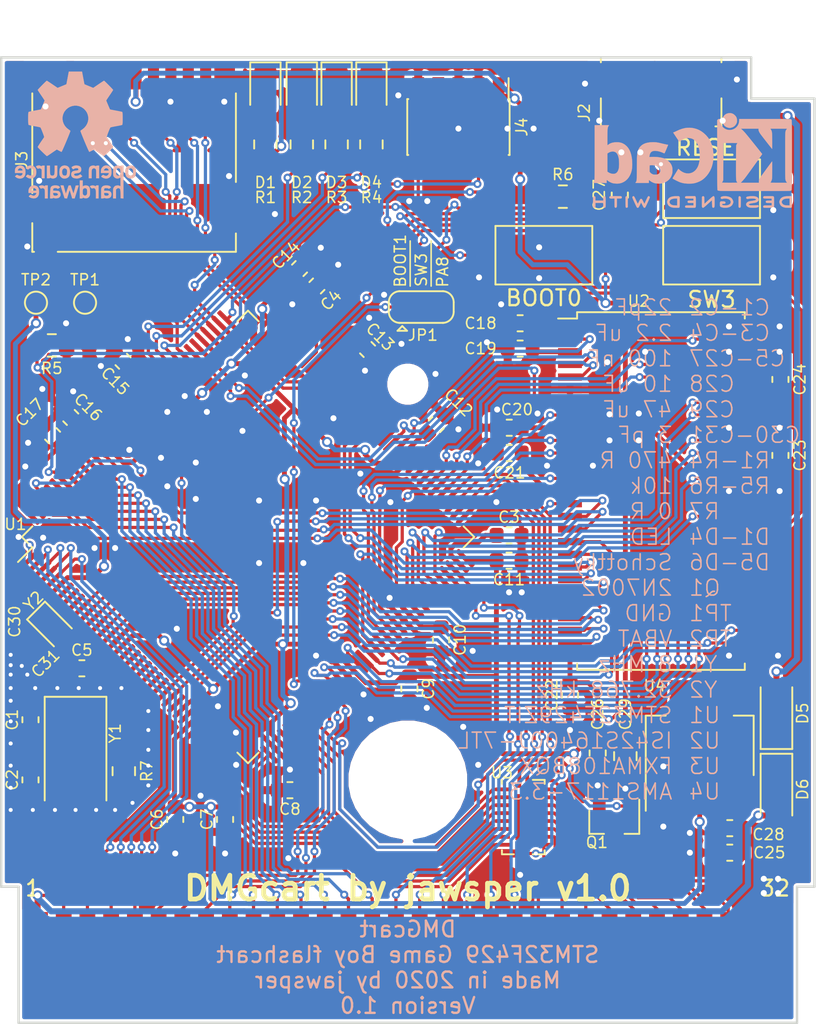
<source format=kicad_pcb>
(kicad_pcb (version 20171130) (host pcbnew 5.1.5)
  (title_block (title DMGcart) (company jawsper))
  (layers (0 F.Cu signal) (31 B.Cu signal) (34 B.Paste user) (35 F.Paste user) (36 B.SilkS user) (37 F.SilkS user) (38 B.Mask user) (39 F.Mask user) (44 Edge.Cuts user))
  (net 0 "")
  (net 1 /GB_CLK)
  (net 2 +5V)
  (net 3 /GB_NWR)
  (net 4 /GB_NRD)
  (net 5 /GB_NCS)
  (net 6 /GB_A0)
  (net 7 /GB_A1)
  (net 8 /GB_A3)
  (net 9 /GB_A4)
  (net 10 /GB_A5)
  (net 11 /GB_A6)
  (net 12 /GB_A7)
  (net 13 /GB_A8)
  (net 14 /GB_A9)
  (net 15 /GB_A10)
  (net 16 /GB_A11)
  (net 17 /GB_A12)
  (net 18 /GB_A13)
  (net 19 /GB_A14)
  (net 20 /GB_A15)
  (net 21 /GB_D0)
  (net 22 /GB_D1)
  (net 23 /GB_D2)
  (net 24 /GB_D3)
  (net 25 /GB_D4)
  (net 26 /GB_D5)
  (net 27 /GB_D6)
  (net 28 /GB_D7)
  (net 29 /GB_NRST)
  (net 30 "Net-(J1-Pad31)")
  (net 31 GND)
  (net 32 +3V3)
  (net 33 /RAM_NBL1)
  (net 34 /RAM_NBL0)
  (net 35 /RAM_SDNCAS)
  (net 36 "Net-(U1-Pad129)")
  (net 37 "Net-(U1-Pad128)")
  (net 38 "Net-(U1-Pad127)")
  (net 39 "Net-(U1-Pad126)")
  (net 40 "Net-(U1-Pad125)")
  (net 41 "Net-(U1-Pad124)")
  (net 42 "Net-(U1-Pad123)")
  (net 43 "Net-(U1-Pad122)")
  (net 44 /RAM_D3)
  (net 45 /RAM_D2)
  (net 46 "Net-(U1-Pad97)")
  (net 47 "Net-(U1-Pad96)")
  (net 48 /RAM_SDCLK)
  (net 49 "Net-(U1-Pad92)")
  (net 50 "Net-(U1-Pad91)")
  (net 51 /RAM_BA1)
  (net 52 /RAM_BA0)
  (net 53 "Net-(U1-Pad88)")
  (net 54 "Net-(U1-Pad87)")
  (net 55 /RAM_D1)
  (net 56 /RAM_D0)
  (net 57 "Net-(U1-Pad82)")
  (net 58 "Net-(U1-Pad81)")
  (net 59 "Net-(U1-Pad80)")
  (net 60 /RAM_D15)
  (net 61 /RAM_D14)
  (net 62 /RAM_D13)
  (net 63 /RAM_D12)
  (net 64 /RAM_D11)
  (net 65 /RAM_D10)
  (net 66 /RAM_D9)
  (net 67 /RAM_D8)
  (net 68 /RAM_D7)
  (net 69 /RAM_D6)
  (net 70 /RAM_D5)
  (net 71 /RAM_D4)
  (net 72 /RAM_A11)
  (net 73 /RAM_A10)
  (net 74 /RAM_A9)
  (net 75 /RAM_A8)
  (net 76 /RAM_A7)
  (net 77 /RAM_A6)
  (net 78 /RAM_SDNRAS)
  (net 79 "Net-(U1-Pad45)")
  (net 80 "Net-(U1-Pad27)")
  (net 81 /RAM_SDNWE)
  (net 82 "Net-(U1-Pad22)")
  (net 83 "Net-(U1-Pad21)")
  (net 84 "Net-(U1-Pad20)")
  (net 85 "Net-(U1-Pad19)")
  (net 86 "Net-(U1-Pad18)")
  (net 87 /RAM_A5)
  (net 88 /RAM_A4)
  (net 89 /RAM_A3)
  (net 90 /RAM_A2)
  (net 91 /RAM_A1)
  (net 92 /RAM_A0)
  (net 93 "Net-(U1-Pad7)")
  (net 94 "Net-(U2-Pad40)")
  (net 95 "Net-(U2-Pad36)")
  (net 96 /RAM_SDCKE0)
  (net 97 /RAM_SDNE0)
  (net 98 /USB_VBUS)
  (net 99 /USB_FS_DM)
  (net 100 /USB_FS_DP)
  (net 101 /SDIO_D2)
  (net 102 /SDIO_D3)
  (net 103 /SDIO_CMD)
  (net 104 /SDIO_CK)
  (net 105 /SDIO_D0)
  (net 106 /SDIO_D1)
  (net 107 /BOOT0)
  (net 108 /NRESET)
  (net 109 /OSC_IN)
  (net 110 /OSC_OUT)
  (net 111 /D7)
  (net 112 /D6)
  (net 113 /D5)
  (net 114 /D4)
  (net 115 /D3)
  (net 116 /D2)
  (net 117 /D1)
  (net 118 /D0)
  (net 119 /SWDIO)
  (net 120 "Net-(J4-Pad8)")
  (net 121 "Net-(J4-Pad7)")
  (net 122 "Net-(J4-Pad6)")
  (net 123 /GB_VCC)
  (net 124 "Net-(D3-Pad2)")
  (net 125 "Net-(D4-Pad2)")
  (net 126 /LED1)
  (net 127 /LED2)
  (net 128 /LED3)
  (net 129 /SD_DETECT)
  (net 130 "Net-(U3-Pad21)")
  (net 131 /SWDCLK)
  (net 132 /GB_A2-BOOT1)
  (net 133 "Net-(D1-Pad2)")
  (net 134 "Net-(D2-Pad2)")
  (net 135 "Net-(U1-Pad102)")
  (net 136 /DMG_RESET)
  (net 137 /PA8)
  (net 138 /SW3)
  (net 139 /VBAT)
  (net 140 /VCAP_1)
  (net 141 /VCAP_2)
  (net 142 /OSC32_OUT)
  (net 143 /OSC32_IN)
  (net 144 "Net-(R7-Pad1)")
  (net 145 /USB_ID)
  (module Crystal:Crystal_SMD_2012-2Pin_2.0x1.2mm (layer F.Cu) (at 77.35 78.8 315)
    (fp_text reference Y2 (at -1.732412 -0.318198 225) (layer F.SilkS) (effects (font (size 0.7 0.7) (thickness 0.1))))
    (fp_text value "32.768 kHz")
    (pad 2 smd rect (at 0.7 0 315) (size 0.6 1.1) (layers F.Cu F.Paste F.Mask) (net 142 /OSC32_OUT))
    (pad 1 smd rect (at -0.7 0 315) (size 0.6 1.1) (layers F.Cu F.Paste F.Mask) (net 143 /OSC32_IN))
  )
  (module Capacitor_SMD:C_0402_1005Metric (layer F.Cu) (at 76.45 80.6 45)
    (fp_text reference C31 (at -0.035355 0.954594 45) (layer F.SilkS) (effects (font (size 0.7 0.7) (thickness 0.1))))
    (fp_text value 3pF)
    (pad 2 smd roundrect (at 0.485 0 45) (size 0.59 0.64) (layers F.Cu F.Paste F.Mask) (net 142 /OSC32_OUT))
    (pad 1 smd roundrect (at -0.485 0 45) (size 0.59 0.64) (layers F.Cu F.Paste F.Mask) (net 31 GND))
  )
  (module Capacitor_SMD:C_0402_1005Metric (layer F.Cu) (at 75.75 79.9 45)
    (fp_text reference C30 (at 0.459619 -1.308148 270) (layer F.SilkS) (effects (font (size 0.7 0.7) (thickness 0.1))))
    (fp_text value 3pF)
    (pad 2 smd roundrect (at 0.485 0 45) (size 0.59 0.64) (layers F.Cu F.Paste F.Mask) (net 143 /OSC32_IN))
    (pad 1 smd roundrect (at -0.485 0 45) (size 0.59 0.64) (layers F.Cu F.Paste F.Mask) (net 31 GND))
  )
  (module Package_TO_SOT_SMD:SOT-23 (layer F.Cu) (at 113.05 91.3 270)
    (fp_text reference Q1 (at 1.3 1.1) (layer F.SilkS) (effects (font (size 0.7 0.7) (thickness 0.1))))
    (fp_text value 2N7002)
    (pad 3 smd rect (at 1 0 270) (size 0.9 0.8) (layers F.Cu F.Paste F.Mask) (net 29 /GB_NRST))
    (pad 2 smd rect (at -1 0.95 270) (size 0.9 0.8) (layers F.Cu F.Paste F.Mask) (net 31 GND))
    (pad 1 smd rect (at -1 -0.95 270) (size 0.9 0.8) (layers F.Cu F.Paste F.Mask) (net 136 /DMG_RESET))
  )
  (module Package_TO_SOT_SMD:SOT-223-3_TabPin2 (layer F.Cu) (at 118.45 86.5 90)
    (fp_text reference U4 (at 3.8 -2.85 180) (layer F.SilkS) (effects (font (size 0.7 0.7) (thickness 0.1))))
    (fp_text value AMS1117-3.3)
    (pad 1 smd rect (at -3.15 -2.3 90) (size 2 1.5) (layers F.Cu F.Paste F.Mask) (net 31 GND))
    (pad 3 smd rect (at -3.15 2.3 90) (size 2 1.5) (layers F.Cu F.Paste F.Mask) (net 2 +5V))
    (pad 2 smd rect (at -3.15 0 90) (size 2 1.5) (layers F.Cu F.Paste F.Mask) (net 32 +3V3))
    (pad 2 smd rect (at 3.15 0 90) (size 2 3.8) (layers F.Cu F.Paste F.Mask) (net 32 +3V3))
  )
  (module Capacitor_SMD:C_0603_1608Metric (layer F.Cu) (at 93.156847 56.343153 225)
    (fp_text reference C14 (at 0.009683 1.202082 45) (layer F.SilkS) (effects (font (size 0.7 0.7) (thickness 0.1))))
    (fp_text value 100n)
    (pad 2 smd roundrect (at 0.7875 0 225) (size 0.875 0.95) (layers F.Cu F.Paste F.Mask) (net 32 +3V3))
    (pad 1 smd roundrect (at -0.7875 0 225) (size 0.875 0.95) (layers F.Cu F.Paste F.Mask) (net 31 GND))
  )
  (module Resistor_SMD:R_0805_2012Metric (layer F.Cu) (at 82.05 88.1 270)
    (fp_text reference R7 (at 0 -1.45 90) (layer F.SilkS) (effects (font (size 0.7 0.7) (thickness 0.1))))
    (fp_text value 0R)
    (pad 2 smd roundrect (at 0.9375 0 270) (size 0.975 1.4) (layers F.Cu F.Paste F.Mask) (net 110 /OSC_OUT))
    (pad 1 smd roundrect (at -0.9375 0 270) (size 0.975 1.4) (layers F.Cu F.Paste F.Mask) (net 144 "Net-(R7-Pad1)"))
  )
  (module TestPoint:TestPoint_Pad_D1.0mm (layer F.Cu) (at 76.5 58.5 270)
    (fp_text reference TP2 (at -1.45 0 180) (layer F.SilkS) (effects (font (size 0.7 0.7) (thickness 0.1))))
    (fp_text value TestPoint)
    (pad 1 smd circle (at 0 0 270) (size 1 1) (layers F.Cu F.Mask) (net 139 /VBAT))
  )
  (module TestPoint:TestPoint_Pad_D1.0mm (layer F.Cu) (at 79.6 58.5 270)
    (fp_text reference TP1 (at -1.45 0 180) (layer F.SilkS) (effects (font (size 0.7 0.7) (thickness 0.1))))
    (fp_text value TestPoint)
    (pad 1 smd circle (at 0 0 270) (size 1 1) (layers F.Cu F.Mask) (net 31 GND))
  )
  (module Capacitor_SMD:C_0603_1608Metric (layer F.Cu) (at 113.4 51.7 270)
    (fp_text reference C27 (at 0 1.3 270) (layer F.SilkS) (effects (font (size 0.7 0.7) (thickness 0.1))))
    (fp_text value 100n)
    (pad 2 smd roundrect (at 0.7875 0 270) (size 0.875 0.95) (layers F.Cu F.Paste F.Mask) (net 108 /NRESET))
    (pad 1 smd roundrect (at -0.7875 0 270) (size 0.875 0.95) (layers F.Cu F.Paste F.Mask) (net 31 GND))
  )
  (module Jumper:SolderJumper-3_P1.3mm_Open_RoundedPad1.0x1.5mm (layer F.Cu) (at 100.85 58.775)
    (fp_text reference JP1 (at 0.1 1.775 180) (layer F.SilkS) (effects (font (size 0.7 0.7) (thickness 0.1))))
    (fp_text value SW3_BOOT1-PA8)
    (pad 1 smd custom (at -1.3 0) (size 1 0.5) (layers F.Cu F.Mask) (net 132 /GB_A2-BOOT1) (options (clearance outline) (anchor rect)) (primitives (gr_circle (center 0 0.25) (end 0.5 0.25) (width 0)) (gr_circle (center 0 -0.25) (end 0.5 -0.25) (width 0)) (gr_poly (pts (xy 0.55 -0.75) (xy 0 -0.75) (xy 0 0.75) (xy 0.55 0.75)) (width 0))))
    (pad 3 smd custom (at 1.3 0) (size 1 0.5) (layers F.Cu F.Mask) (net 137 /PA8) (options (clearance outline) (anchor rect)) (primitives (gr_circle (center 0 0.25) (end 0.5 0.25) (width 0)) (gr_circle (center 0 -0.25) (end 0.5 -0.25) (width 0)) (gr_poly (pts (xy -0.55 -0.75) (xy 0 -0.75) (xy 0 0.75) (xy -0.55 0.75)) (width 0))))
    (pad 2 smd rect (at 0 0) (size 1 1.5) (layers F.Cu F.Mask) (net 138 /SW3))
  )
  (module Button_Switch_SMD:SW_SPST_CK_RS282G05A3 (layer F.Cu) (at 119.2 55.5)
    (fp_text reference SW3 (at 0 2.8) (layer F.SilkS))
    (fp_text value BOOT1 hide)
    (pad 2 smd rect (at 3.9 0) (size 1.5 1.5) (layers F.Cu F.Paste F.Mask) (net 31 GND))
    (pad 1 smd rect (at -3.9 0) (size 1.5 1.5) (layers F.Cu F.Paste F.Mask) (net 138 /SW3))
  )
  (module Connector_USB:USB_Micro-B_Molex_47346-0001 (layer F.Cu) (at 116.0125 45.65 180)
    (fp_text reference J2 (at 4.8625 -0.85 270) (layer F.SilkS) (effects (font (size 0.7 0.7) (thickness 0.1))))
    (fp_text value 47346-0001)
    (pad 1 smd rect (at -1.3 -1.46 180) (size 0.45 1.38) (layers F.Cu F.Paste F.Mask) (net 98 /USB_VBUS))
    (pad 2 smd rect (at -0.65 -1.46 180) (size 0.45 1.38) (layers F.Cu F.Paste F.Mask) (net 100 /USB_FS_DP))
    (pad 3 smd rect (at 0 -1.46 180) (size 0.45 1.38) (layers F.Cu F.Paste F.Mask) (net 99 /USB_FS_DM))
    (pad 4 smd rect (at 0.65 -1.46 180) (size 0.45 1.38) (layers F.Cu F.Paste F.Mask) (net 145 /USB_ID))
    (pad 5 smd rect (at 1.3 -1.46 180) (size 0.45 1.38) (layers F.Cu F.Paste F.Mask) (net 31 GND))
    (pad 6 smd rect (at -2.4875 -1.375 180) (size 1.425 1.55) (layers F.Cu F.Paste F.Mask) (net 31 GND))
    (pad 6 smd rect (at 2.4875 -1.375 180) (size 1.425 1.55) (layers F.Cu F.Paste F.Mask) (net 31 GND))
    (pad 6 smd rect (at -3.375 1.2 180) (size 1.65 1.3) (layers F.Cu F.Paste F.Mask) (net 31 GND))
    (pad 6 smd rect (at 3.375 1.2 180) (size 1.65 1.3) (layers F.Cu F.Paste F.Mask) (net 31 GND))
    (pad 6 smd rect (at -1.15 1.2 180) (size 1.8 1.9) (layers F.Cu F.Paste F.Mask) (net 31 GND))
    (pad 6 smd rect (at 1.55 1.2 180) (size 1 1.9) (layers F.Cu F.Paste F.Mask) (net 31 GND))
  )
  (module Symbol:OSHW-Logo_7.5x8mm_SilkScreen (layer B.Cu) (at 79 47.9 180)
    (fp_text reference REF** hide)
    (fp_text value OSHW-Logo_7.5x8mm_SilkScreen hide)
  )
  (module Symbol:KiCad-Logo2_5mm_SilkScreen (layer B.Cu) (at 118 49.5 180)
    (fp_text reference REF** hide)
    (fp_text value KiCad-Logo2_5mm_SilkScreen hide)
  )
  (module Resistor_SMD:R_0805_2012Metric (layer F.Cu) (at 109.8 51.8)
    (fp_text reference R6 (at 0 -1.4) (layer F.SilkS) (effects (font (size 0.7 0.7) (thickness 0.1))))
    (fp_text value 10k)
    (pad 2 smd roundrect (at 0.9375 0) (size 0.975 1.4) (layers F.Cu F.Paste F.Mask) (net 31 GND))
    (pad 1 smd roundrect (at -0.9375 0) (size 0.975 1.4) (layers F.Cu F.Paste F.Mask) (net 132 /GB_A2-BOOT1))
  )
  (module Gekkio_Connector_PCBEdge:GameBoy_Cartridge_1x32_P1.50mm_Edge (layer F.Cu) (at 100 100)
    (fp_text reference J1 hide)
    (fp_text value GameBoy_Cartridge hide)
    (fp_text user 1 (at -23.7 -4.5) (layer F.SilkS))
    (fp_text user 32 (at 23.2 -4.5) (layer F.SilkS))
    (pad 2 connect rect (at -21.75 -0.25 90) (size 5.5 1) (layers F.Cu F.Mask) (net 1 /GB_CLK))
    (pad 1 connect rect (at -23.4 0 90) (size 6 1.3) (layers F.Cu F.Mask) (net 123 /GB_VCC))
    (pad 3 connect rect (at -20.25 -0.25 90) (size 5.5 1) (layers F.Cu F.Mask) (net 3 /GB_NWR))
    (pad 4 connect rect (at -18.75 -0.25 90) (size 5.5 1) (layers F.Cu F.Mask) (net 4 /GB_NRD))
    (pad 5 connect rect (at -17.25 -0.25 90) (size 5.5 1) (layers F.Cu F.Mask) (net 5 /GB_NCS))
    (pad 6 connect rect (at -15.75 -0.25 90) (size 5.5 1) (layers F.Cu F.Mask) (net 6 /GB_A0))
    (pad 7 connect rect (at -14.25 -0.25 90) (size 5.5 1) (layers F.Cu F.Mask) (net 7 /GB_A1))
    (pad 8 connect rect (at -12.75 -0.25 90) (size 5.5 1) (layers F.Cu F.Mask) (net 132 /GB_A2-BOOT1))
    (pad 9 connect rect (at -11.25 -0.25 90) (size 5.5 1) (layers F.Cu F.Mask) (net 8 /GB_A3))
    (pad 10 connect rect (at -9.75 -0.25 90) (size 5.5 1) (layers F.Cu F.Mask) (net 9 /GB_A4))
    (pad 11 connect rect (at -8.25 -0.25 90) (size 5.5 1) (layers F.Cu F.Mask) (net 10 /GB_A5))
    (pad 12 connect rect (at -6.75 -0.25 90) (size 5.5 1) (layers F.Cu F.Mask) (net 11 /GB_A6))
    (pad 13 connect rect (at -5.25 -0.25 90) (size 5.5 1) (layers F.Cu F.Mask) (net 12 /GB_A7))
    (pad 14 connect rect (at -3.75 -0.25 90) (size 5.5 1) (layers F.Cu F.Mask) (net 13 /GB_A8))
    (pad 15 connect rect (at -2.25 -0.25 90) (size 5.5 1) (layers F.Cu F.Mask) (net 14 /GB_A9))
    (pad 16 connect rect (at -0.75 -0.25 90) (size 5.5 1) (layers F.Cu F.Mask) (net 15 /GB_A10))
    (pad 17 connect rect (at 0.75 -0.25 90) (size 5.5 1) (layers F.Cu F.Mask) (net 16 /GB_A11))
    (pad 18 connect rect (at 2.25 -0.25 90) (size 5.5 1) (layers F.Cu F.Mask) (net 17 /GB_A12))
    (pad 19 connect rect (at 3.75 -0.25 90) (size 5.5 1) (layers F.Cu F.Mask) (net 18 /GB_A13))
    (pad 20 connect rect (at 5.25 -0.25 90) (size 5.5 1) (layers F.Cu F.Mask) (net 19 /GB_A14))
    (pad 21 connect rect (at 6.75 -0.25 90) (size 5.5 1) (layers F.Cu F.Mask) (net 20 /GB_A15))
    (pad 22 connect rect (at 8.25 -0.25 90) (size 5.5 1) (layers F.Cu F.Mask) (net 21 /GB_D0))
    (pad 23 connect rect (at 9.75 -0.25 90) (size 5.5 1) (layers F.Cu F.Mask) (net 22 /GB_D1))
    (pad 24 connect rect (at 11.25 -0.25 90) (size 5.5 1) (layers F.Cu F.Mask) (net 23 /GB_D2))
    (pad 25 connect rect (at 12.75 -0.25 90) (size 5.5 1) (layers F.Cu F.Mask) (net 24 /GB_D3))
    (pad 26 connect rect (at 14.25 -0.25 90) (size 5.5 1) (layers F.Cu F.Mask) (net 25 /GB_D4))
    (pad 27 connect rect (at 15.75 -0.25 90) (size 5.5 1) (layers F.Cu F.Mask) (net 26 /GB_D5))
    (pad 28 connect rect (at 17.25 -0.25 90) (size 5.5 1) (layers F.Cu F.Mask) (net 27 /GB_D6))
    (pad 29 connect rect (at 18.75 -0.25 90) (size 5.5 1) (layers F.Cu F.Mask) (net 28 /GB_D7))
    (pad 30 connect rect (at 20.25 -0.25 90) (size 5.5 1) (layers F.Cu F.Mask) (net 29 /GB_NRST))
    (pad 31 connect rect (at 21.75 -0.25 90) (size 5.5 1) (layers F.Cu F.Mask) (net 30 "Net-(J1-Pad31)"))
    (pad 32 connect rect (at 23.4 0 90) (size 6 1.3) (layers F.Cu F.Mask) (net 31 GND))
  )
  (module Connector_PinHeader_1.27mm:PinHeader_2x05_P1.27mm_Vertical_SMD (layer F.Cu) (at 103.2 47.4 270)
    (fp_text reference J4 (at 0 -4 270) (layer F.SilkS) (effects (font (size 0.7 0.7) (thickness 0.1))))
    (fp_text value Conn_ARM_JTAG_SWD_10)
    (pad 10 smd rect (at 1.95 2.54 270) (size 2.4 0.74) (layers F.Cu F.Paste F.Mask) (net 108 /NRESET))
    (pad 9 smd rect (at -1.95 2.54 270) (size 2.4 0.74) (layers F.Cu F.Paste F.Mask) (net 31 GND))
    (pad 8 smd rect (at 1.95 1.27 270) (size 2.4 0.74) (layers F.Cu F.Paste F.Mask) (net 120 "Net-(J4-Pad8)"))
    (pad 7 smd rect (at -1.95 1.27 270) (size 2.4 0.74) (layers F.Cu F.Paste F.Mask) (net 121 "Net-(J4-Pad7)"))
    (pad 6 smd rect (at 1.95 0 270) (size 2.4 0.74) (layers F.Cu F.Paste F.Mask) (net 122 "Net-(J4-Pad6)"))
    (pad 5 smd rect (at -1.95 0 270) (size 2.4 0.74) (layers F.Cu F.Paste F.Mask) (net 31 GND))
    (pad 4 smd rect (at 1.95 -1.27 270) (size 2.4 0.74) (layers F.Cu F.Paste F.Mask) (net 131 /SWDCLK))
    (pad 3 smd rect (at -1.95 -1.27 270) (size 2.4 0.74) (layers F.Cu F.Paste F.Mask) (net 31 GND))
    (pad 2 smd rect (at 1.95 -2.54 270) (size 2.4 0.74) (layers F.Cu F.Paste F.Mask) (net 119 /SWDIO))
    (pad 1 smd rect (at -1.95 -2.54 270) (size 2.4 0.74) (layers F.Cu F.Paste F.Mask) (net 32 +3V3))
  )
  (module Button_Switch_SMD:SW_SPST_CK_RS282G05A3 (layer F.Cu) (at 119.2 51.3 180)
    (fp_text reference SW2 hide)
    (fp_text value RESET (at 0 2.6 180) (layer F.SilkS))
    (pad 2 smd rect (at 3.9 0 180) (size 1.5 1.5) (layers F.Cu F.Paste F.Mask) (net 108 /NRESET))
    (pad 1 smd rect (at -3.9 0 180) (size 1.5 1.5) (layers F.Cu F.Paste F.Mask) (net 31 GND))
  )
  (module Package_SO:TSOP-II-54_22.2x10.16mm_P0.8mm (layer F.Cu) (at 116 70.4)
    (fp_text reference U2 (at -1.4 -12) (layer F.SilkS) (effects (font (size 0.7 0.7) (thickness 0.1))))
    (fp_text value IS42S16400J-7TL)
    (pad 54 smd rect (at 5.75 -10.4) (size 1.51 0.458) (layers F.Cu F.Paste F.Mask) (net 31 GND))
    (pad 53 smd rect (at 5.75 -9.6) (size 1.51 0.458) (layers F.Cu F.Paste F.Mask) (net 60 /RAM_D15))
    (pad 52 smd rect (at 5.75 -8.8) (size 1.51 0.458) (layers F.Cu F.Paste F.Mask) (net 31 GND))
    (pad 51 smd rect (at 5.75 -8) (size 1.51 0.458) (layers F.Cu F.Paste F.Mask) (net 61 /RAM_D14))
    (pad 50 smd rect (at 5.75 -7.2) (size 1.51 0.458) (layers F.Cu F.Paste F.Mask) (net 62 /RAM_D13))
    (pad 49 smd rect (at 5.75 -6.4) (size 1.51 0.458) (layers F.Cu F.Paste F.Mask) (net 32 +3V3))
    (pad 48 smd rect (at 5.75 -5.6) (size 1.51 0.458) (layers F.Cu F.Paste F.Mask) (net 63 /RAM_D12))
    (pad 47 smd rect (at 5.75 -4.8) (size 1.51 0.458) (layers F.Cu F.Paste F.Mask) (net 64 /RAM_D11))
    (pad 46 smd rect (at 5.75 -4) (size 1.51 0.458) (layers F.Cu F.Paste F.Mask) (net 31 GND))
    (pad 45 smd rect (at 5.75 -3.2) (size 1.51 0.458) (layers F.Cu F.Paste F.Mask) (net 65 /RAM_D10))
    (pad 44 smd rect (at 5.75 -2.4) (size 1.51 0.458) (layers F.Cu F.Paste F.Mask) (net 66 /RAM_D9))
    (pad 43 smd rect (at 5.75 -1.6) (size 1.51 0.458) (layers F.Cu F.Paste F.Mask) (net 32 +3V3))
    (pad 42 smd rect (at 5.75 -0.8) (size 1.51 0.458) (layers F.Cu F.Paste F.Mask) (net 67 /RAM_D8))
    (pad 41 smd rect (at 5.75 0) (size 1.51 0.458) (layers F.Cu F.Paste F.Mask) (net 31 GND))
    (pad 40 smd rect (at 5.75 0.8) (size 1.51 0.458) (layers F.Cu F.Paste F.Mask) (net 94 "Net-(U2-Pad40)"))
    (pad 39 smd rect (at 5.75 1.6) (size 1.51 0.458) (layers F.Cu F.Paste F.Mask) (net 33 /RAM_NBL1))
    (pad 38 smd rect (at 5.75 2.4) (size 1.51 0.458) (layers F.Cu F.Paste F.Mask) (net 48 /RAM_SDCLK))
    (pad 37 smd rect (at 5.75 3.2) (size 1.51 0.458) (layers F.Cu F.Paste F.Mask) (net 96 /RAM_SDCKE0))
    (pad 36 smd rect (at 5.75 4) (size 1.51 0.458) (layers F.Cu F.Paste F.Mask) (net 95 "Net-(U2-Pad36)"))
    (pad 35 smd rect (at 5.75 4.8) (size 1.51 0.458) (layers F.Cu F.Paste F.Mask) (net 72 /RAM_A11))
    (pad 34 smd rect (at 5.75 5.6) (size 1.51 0.458) (layers F.Cu F.Paste F.Mask) (net 74 /RAM_A9))
    (pad 33 smd rect (at 5.75 6.4) (size 1.51 0.458) (layers F.Cu F.Paste F.Mask) (net 75 /RAM_A8))
    (pad 32 smd rect (at 5.75 7.2) (size 1.51 0.458) (layers F.Cu F.Paste F.Mask) (net 76 /RAM_A7))
    (pad 31 smd rect (at 5.75 8) (size 1.51 0.458) (layers F.Cu F.Paste F.Mask) (net 77 /RAM_A6))
    (pad 30 smd rect (at 5.75 8.8) (size 1.51 0.458) (layers F.Cu F.Paste F.Mask) (net 87 /RAM_A5))
    (pad 29 smd rect (at 5.75 9.6) (size 1.51 0.458) (layers F.Cu F.Paste F.Mask) (net 88 /RAM_A4))
    (pad 28 smd rect (at 5.75 10.4) (size 1.51 0.458) (layers F.Cu F.Paste F.Mask) (net 31 GND))
    (pad 27 smd rect (at -5.75 10.4) (size 1.51 0.458) (layers F.Cu F.Paste F.Mask) (net 32 +3V3))
    (pad 26 smd rect (at -5.75 9.6) (size 1.51 0.458) (layers F.Cu F.Paste F.Mask) (net 89 /RAM_A3))
    (pad 25 smd rect (at -5.75 8.8) (size 1.51 0.458) (layers F.Cu F.Paste F.Mask) (net 90 /RAM_A2))
    (pad 24 smd rect (at -5.75 8) (size 1.51 0.458) (layers F.Cu F.Paste F.Mask) (net 91 /RAM_A1))
    (pad 23 smd rect (at -5.75 7.2) (size 1.51 0.458) (layers F.Cu F.Paste F.Mask) (net 92 /RAM_A0))
    (pad 22 smd rect (at -5.75 6.4) (size 1.51 0.458) (layers F.Cu F.Paste F.Mask) (net 73 /RAM_A10))
    (pad 21 smd rect (at -5.75 5.6) (size 1.51 0.458) (layers F.Cu F.Paste F.Mask) (net 51 /RAM_BA1))
    (pad 20 smd rect (at -5.75 4.8) (size 1.51 0.458) (layers F.Cu F.Paste F.Mask) (net 52 /RAM_BA0))
    (pad 19 smd rect (at -5.75 4) (size 1.51 0.458) (layers F.Cu F.Paste F.Mask) (net 97 /RAM_SDNE0))
    (pad 18 smd rect (at -5.75 3.2) (size 1.51 0.458) (layers F.Cu F.Paste F.Mask) (net 78 /RAM_SDNRAS))
    (pad 17 smd rect (at -5.75 2.4) (size 1.51 0.458) (layers F.Cu F.Paste F.Mask) (net 35 /RAM_SDNCAS))
    (pad 16 smd rect (at -5.75 1.6) (size 1.51 0.458) (layers F.Cu F.Paste F.Mask) (net 81 /RAM_SDNWE))
    (pad 15 smd rect (at -5.75 0.8) (size 1.51 0.458) (layers F.Cu F.Paste F.Mask) (net 34 /RAM_NBL0))
    (pad 14 smd rect (at -5.75 0) (size 1.51 0.458) (layers F.Cu F.Paste F.Mask) (net 32 +3V3))
    (pad 13 smd rect (at -5.75 -0.8) (size 1.51 0.458) (layers F.Cu F.Paste F.Mask) (net 68 /RAM_D7))
    (pad 12 smd rect (at -5.75 -1.6) (size 1.51 0.458) (layers F.Cu F.Paste F.Mask) (net 31 GND))
    (pad 11 smd rect (at -5.75 -2.4) (size 1.51 0.458) (layers F.Cu F.Paste F.Mask) (net 69 /RAM_D6))
    (pad 10 smd rect (at -5.75 -3.2) (size 1.51 0.458) (layers F.Cu F.Paste F.Mask) (net 70 /RAM_D5))
    (pad 9 smd rect (at -5.75 -4) (size 1.51 0.458) (layers F.Cu F.Paste F.Mask) (net 32 +3V3))
    (pad 8 smd rect (at -5.75 -4.8) (size 1.51 0.458) (layers F.Cu F.Paste F.Mask) (net 71 /RAM_D4))
    (pad 7 smd rect (at -5.75 -5.6) (size 1.51 0.458) (layers F.Cu F.Paste F.Mask) (net 44 /RAM_D3))
    (pad 6 smd rect (at -5.75 -6.4) (size 1.51 0.458) (layers F.Cu F.Paste F.Mask) (net 31 GND))
    (pad 5 smd rect (at -5.75 -7.2) (size 1.51 0.458) (layers F.Cu F.Paste F.Mask) (net 45 /RAM_D2))
    (pad 4 smd rect (at -5.75 -8) (size 1.51 0.458) (layers F.Cu F.Paste F.Mask) (net 55 /RAM_D1))
    (pad 3 smd rect (at -5.75 -8.8) (size 1.51 0.458) (layers F.Cu F.Paste F.Mask) (net 32 +3V3))
    (pad 2 smd rect (at -5.75 -9.6) (size 1.51 0.458) (layers F.Cu F.Paste F.Mask) (net 56 /RAM_D0))
    (pad 1 smd rect (at -5.75 -10.4) (size 1.51 0.458) (layers F.Cu F.Paste F.Mask) (net 32 +3V3))
  )
  (module Resistor_SMD:R_0805_2012Metric (layer F.Cu) (at 97.7 48.5 270)
    (fp_text reference R4 (at 3.35 0 180) (layer F.SilkS) (effects (font (size 0.7 0.7) (thickness 0.1))))
    (fp_text value 470R)
    (pad 2 smd roundrect (at 0.9375 0 270) (size 0.975 1.4) (layers F.Cu F.Paste F.Mask) (net 128 /LED3))
    (pad 1 smd roundrect (at -0.9375 0 270) (size 0.975 1.4) (layers F.Cu F.Paste F.Mask) (net 125 "Net-(D4-Pad2)"))
  )
  (module Resistor_SMD:R_0805_2012Metric (layer F.Cu) (at 95.5 48.5 270)
    (fp_text reference R3 (at 3.35 0 180) (layer F.SilkS) (effects (font (size 0.7 0.7) (thickness 0.1))))
    (fp_text value 470R)
    (pad 1 smd roundrect (at -0.9375 0 270) (size 0.975 1.4) (layers F.Cu F.Paste F.Mask) (net 124 "Net-(D3-Pad2)"))
    (pad 2 smd roundrect (at 0.9375 0 270) (size 0.975 1.4) (layers F.Cu F.Paste F.Mask) (net 127 /LED2))
  )
  (module Resistor_SMD:R_0805_2012Metric (layer F.Cu) (at 77.5 61.2)
    (fp_text reference R5 (at 0 1.45 180) (layer F.SilkS) (effects (font (size 0.7 0.7) (thickness 0.1))))
    (fp_text value 10k)
    (pad 2 smd roundrect (at 0.9375 0) (size 0.975 1.4) (layers F.Cu F.Paste F.Mask) (net 31 GND))
    (pad 1 smd roundrect (at -0.9375 0) (size 0.975 1.4) (layers F.Cu F.Paste F.Mask) (net 107 /BOOT0))
  )
  (module Resistor_SMD:R_0805_2012Metric (layer F.Cu) (at 93.3 48.5 270)
    (fp_text reference R2 (at 3.35 0 180) (layer F.SilkS) (effects (font (size 0.7 0.7) (thickness 0.1))))
    (fp_text value 470R)
    (pad 2 smd roundrect (at 0.9375 0 270) (size 0.975 1.4) (layers F.Cu F.Paste F.Mask) (net 126 /LED1))
    (pad 1 smd roundrect (at -0.9375 0 270) (size 0.975 1.4) (layers F.Cu F.Paste F.Mask) (net 134 "Net-(D2-Pad2)"))
  )
  (module Resistor_SMD:R_0805_2012Metric (layer F.Cu) (at 91 48.5 270)
    (fp_text reference R1 (at 3.35 0 180) (layer F.SilkS) (effects (font (size 0.7 0.7) (thickness 0.1))))
    (fp_text value 470R)
    (pad 2 smd roundrect (at 0.9375 0 270) (size 0.975 1.4) (layers F.Cu F.Paste F.Mask) (net 32 +3V3))
    (pad 1 smd roundrect (at -0.9375 0 270) (size 0.975 1.4) (layers F.Cu F.Paste F.Mask) (net 133 "Net-(D1-Pad2)"))
  )
  (module Diode_SMD:D_SOD-123 (layer F.Cu) (at 123.3 89.25 270)
    (fp_text reference D6 (at 0 -1.65 270) (layer F.SilkS) (effects (font (size 0.7 0.7) (thickness 0.1))))
    (fp_text value D_Schottky)
    (pad 2 smd rect (at 1.65 0 270) (size 0.9 1.2) (layers F.Cu F.Paste F.Mask) (net 123 /GB_VCC))
    (pad 1 smd rect (at -1.65 0 270) (size 0.9 1.2) (layers F.Cu F.Paste F.Mask) (net 2 +5V))
  )
  (module Diode_SMD:D_SOD-123 (layer F.Cu) (at 123.3 84.45 90)
    (fp_text reference D5 (at 0 1.65 90) (layer F.SilkS) (effects (font (size 0.7 0.7) (thickness 0.1))))
    (fp_text value D_Schottky)
    (pad 2 smd rect (at 1.65 0 90) (size 0.9 1.2) (layers F.Cu F.Paste F.Mask) (net 98 /USB_VBUS))
    (pad 1 smd rect (at -1.65 0 90) (size 0.9 1.2) (layers F.Cu F.Paste F.Mask) (net 2 +5V))
  )
  (module Capacitor_SMD:C_0805_2012Metric (layer F.Cu) (at 113.75 87.15 90)
    (fp_text reference C29 (at 2.65 0 90) (layer F.SilkS) (effects (font (size 0.7 0.7) (thickness 0.1))))
    (fp_text value 47u)
    (pad 2 smd roundrect (at 0.9375 0 90) (size 0.975 1.4) (layers F.Cu F.Paste F.Mask) (net 32 +3V3))
    (pad 1 smd roundrect (at -0.9375 0 90) (size 0.975 1.4) (layers F.Cu F.Paste F.Mask) (net 31 GND))
  )
  (module Capacitor_SMD:C_0603_1608Metric (layer F.Cu) (at 112 86.95 90)
    (fp_text reference C26 (at 2.45 0 270) (layer F.SilkS) (effects (font (size 0.7 0.7) (thickness 0.1))))
    (fp_text value 100n)
    (pad 2 smd roundrect (at 0.7875 0 90) (size 0.875 0.95) (layers F.Cu F.Paste F.Mask) (net 32 +3V3))
    (pad 1 smd roundrect (at -0.7875 0 90) (size 0.875 0.95) (layers F.Cu F.Paste F.Mask) (net 31 GND))
  )
  (module Capacitor_SMD:C_0603_1608Metric (layer F.Cu) (at 120.35 93.25)
    (fp_text reference C25 (at 2.5 0) (layer F.SilkS) (effects (font (size 0.7 0.7) (thickness 0.1))))
    (fp_text value 100n)
    (pad 2 smd roundrect (at 0.7875 0) (size 0.875 0.95) (layers F.Cu F.Paste F.Mask) (net 2 +5V))
    (pad 1 smd roundrect (at -0.7875 0) (size 0.875 0.95) (layers F.Cu F.Paste F.Mask) (net 31 GND))
  )
  (module Capacitor_SMD:C_0603_1608Metric (layer F.Cu) (at 120.35 91.7)
    (fp_text reference C28 (at 2.45 0.4) (layer F.SilkS) (effects (font (size 0.7 0.7) (thickness 0.1))))
    (fp_text value 10u)
    (pad 2 smd roundrect (at 0.7875 0) (size 0.875 0.95) (layers F.Cu F.Paste F.Mask) (net 2 +5V))
    (pad 1 smd roundrect (at -0.7875 0) (size 0.875 0.95) (layers F.Cu F.Paste F.Mask) (net 31 GND))
  )
  (module Package_DFN_QFN:WQFN-20-1EP_2.5x4.5mm_P0.5mm_EP1x2.9mm (layer F.Cu) (at 107.3 91)
    (fp_text reference U3 (at -1.35 -2.8) (layer F.SilkS) (effects (font (size 0.7 0.7) (thickness 0.1))))
    (fp_text value FXMA108BQX)
    (pad 21 smd rect (at 0 0 270) (size 2.9 1) (layers F.Cu F.Mask) (net 130 "Net-(U3-Pad21)"))
    (pad 12 smd rect (at 1.3 1.75) (size 0.9 0.24) (layers F.Cu F.Paste F.Mask) (net 21 /GB_D0))
    (pad 13 smd rect (at 1.3 1.25) (size 0.9 0.24) (layers F.Cu F.Paste F.Mask) (net 22 /GB_D1))
    (pad 14 smd rect (at 1.3 0.75) (size 0.9 0.24) (layers F.Cu F.Paste F.Mask) (net 23 /GB_D2))
    (pad 15 smd rect (at 1.3 0.25) (size 0.9 0.24) (layers F.Cu F.Paste F.Mask) (net 24 /GB_D3))
    (pad 16 smd rect (at 1.3 -0.25) (size 0.9 0.24) (layers F.Cu F.Paste F.Mask) (net 25 /GB_D4))
    (pad 17 smd rect (at 1.3 -0.75) (size 0.9 0.24) (layers F.Cu F.Paste F.Mask) (net 26 /GB_D5))
    (pad 18 smd rect (at 1.3 -1.25) (size 0.9 0.24) (layers F.Cu F.Paste F.Mask) (net 27 /GB_D6))
    (pad 19 smd rect (at 1.3 -1.75) (size 0.9 0.24) (layers F.Cu F.Paste F.Mask) (net 28 /GB_D7))
    (pad 9 smd rect (at -1.3 1.75) (size 0.9 0.24) (layers F.Cu F.Paste F.Mask) (net 118 /D0))
    (pad 8 smd rect (at -1.3 1.25) (size 0.9 0.24) (layers F.Cu F.Paste F.Mask) (net 117 /D1))
    (pad 7 smd rect (at -1.3 0.75) (size 0.9 0.24) (layers F.Cu F.Paste F.Mask) (net 116 /D2))
    (pad 6 smd rect (at -1.3 0.25) (size 0.9 0.24) (layers F.Cu F.Paste F.Mask) (net 115 /D3))
    (pad 5 smd rect (at -1.3 -0.25) (size 0.9 0.24) (layers F.Cu F.Paste F.Mask) (net 114 /D4))
    (pad 4 smd rect (at -1.3 -0.75) (size 0.9 0.24) (layers F.Cu F.Paste F.Mask) (net 113 /D5))
    (pad 3 smd rect (at -1.3 -1.25) (size 0.9 0.24) (layers F.Cu F.Paste F.Mask) (net 112 /D6))
    (pad 2 smd rect (at -1.3 -1.75) (size 0.9 0.24) (layers F.Cu F.Paste F.Mask) (net 111 /D7))
    (pad 11 smd rect (at 0.25 2.3 270) (size 0.9 0.24) (layers F.Cu F.Paste F.Mask) (net 32 +3V3))
    (pad 10 smd rect (at -0.25 2.3 270) (size 0.9 0.24) (layers F.Cu F.Paste F.Mask) (net 31 GND))
    (pad 20 smd rect (at 0.25 -2.3 270) (size 0.9 0.24) (layers F.Cu F.Paste F.Mask) (net 2 +5V))
    (pad 1 smd rect (at -0.25 -2.3 270) (size 0.9 0.24) (layers F.Cu F.Paste F.Mask) (net 32 +3V3))
  )
  (module LED_SMD:LED_0805_2012Metric (layer F.Cu) (at 97.7 45 270)
    (fp_text reference D4 (at 5.9 0.01 180) (layer F.SilkS) (effects (font (size 0.7 0.7) (thickness 0.1))))
    (fp_text value LED)
    (pad 2 smd roundrect (at 0.9375 0 270) (size 0.975 1.4) (layers F.Cu F.Paste F.Mask) (net 125 "Net-(D4-Pad2)"))
    (pad 1 smd roundrect (at -0.9375 0 270) (size 0.975 1.4) (layers F.Cu F.Paste F.Mask) (net 31 GND))
  )
  (module LED_SMD:LED_0805_2012Metric (layer F.Cu) (at 95.5 45 270)
    (fp_text reference D3 (at 5.9 0 180) (layer F.SilkS) (effects (font (size 0.7 0.7) (thickness 0.1))))
    (fp_text value LED)
    (pad 2 smd roundrect (at 0.9375 0 270) (size 0.975 1.4) (layers F.Cu F.Paste F.Mask) (net 124 "Net-(D3-Pad2)"))
    (pad 1 smd roundrect (at -0.9375 0 270) (size 0.975 1.4) (layers F.Cu F.Paste F.Mask) (net 31 GND))
  )
  (module LED_SMD:LED_0805_2012Metric (layer F.Cu) (at 93.3 45 270)
    (fp_text reference D2 (at 5.9 0) (layer F.SilkS) (effects (font (size 0.7 0.7) (thickness 0.1))))
    (fp_text value LED)
    (pad 2 smd roundrect (at 0.9375 0 270) (size 0.975 1.4) (layers F.Cu F.Paste F.Mask) (net 134 "Net-(D2-Pad2)"))
    (pad 1 smd roundrect (at -0.9375 0 270) (size 0.975 1.4) (layers F.Cu F.Paste F.Mask) (net 31 GND))
  )
  (module LED_SMD:LED_0805_2012Metric (layer F.Cu) (at 91 45 270)
    (fp_text reference D1 (at 5.9 0 180) (layer F.SilkS) (effects (font (size 0.7 0.7) (thickness 0.1))))
    (fp_text value LED)
    (pad 2 smd roundrect (at 0.9375 0 270) (size 0.975 1.4) (layers F.Cu F.Paste F.Mask) (net 133 "Net-(D1-Pad2)"))
    (pad 1 smd roundrect (at -0.9375 0 270) (size 0.975 1.4) (layers F.Cu F.Paste F.Mask) (net 31 GND))
  )
  (module Capacitor_SMD:C_0603_1608Metric (layer F.Cu) (at 123.55 63.35 270)
    (fp_text reference C24 (at 0 -1.23 90) (layer F.SilkS) (effects (font (size 0.7 0.7) (thickness 0.1))))
    (fp_text value 100n)
    (pad 2 smd roundrect (at 0.7875 0 270) (size 0.875 0.95) (layers F.Cu F.Paste F.Mask) (net 32 +3V3))
    (pad 1 smd roundrect (at -0.7875 0 270) (size 0.875 0.95) (layers F.Cu F.Paste F.Mask) (net 31 GND))
  )
  (module Capacitor_SMD:C_0603_1608Metric (layer F.Cu) (at 123.55 68.15 270)
    (fp_text reference C23 (at 0 -1.23 90) (layer F.SilkS) (effects (font (size 0.7 0.7) (thickness 0.1))))
    (fp_text value 100n)
    (pad 2 smd roundrect (at 0.7875 0 270) (size 0.875 0.95) (layers F.Cu F.Paste F.Mask) (net 32 +3V3))
    (pad 1 smd roundrect (at -0.7875 0 270) (size 0.875 0.95) (layers F.Cu F.Paste F.Mask) (net 31 GND))
  )
  (module Capacitor_SMD:C_0603_1608Metric (layer F.Cu) (at 110.25 83.3 90)
    (fp_text reference C22 (at 0 -1.15 90) (layer F.SilkS) (effects (font (size 0.7 0.7) (thickness 0.1))))
    (fp_text value 100n)
    (pad 2 smd roundrect (at 0.7875 0 90) (size 0.875 0.95) (layers F.Cu F.Paste F.Mask) (net 32 +3V3))
    (pad 1 smd roundrect (at -0.7875 0 90) (size 0.875 0.95) (layers F.Cu F.Paste F.Mask) (net 31 GND))
  )
  (module Capacitor_SMD:C_0603_1608Metric (layer F.Cu) (at 106.4125 68)
    (fp_text reference C21 (at 0.0125 1.25) (layer F.SilkS) (effects (font (size 0.7 0.7) (thickness 0.1))))
    (fp_text value 100n)
    (pad 2 smd roundrect (at 0.7875 0) (size 0.875 0.95) (layers F.Cu F.Paste F.Mask) (net 32 +3V3))
    (pad 1 smd roundrect (at -0.7875 0) (size 0.875 0.95) (layers F.Cu F.Paste F.Mask) (net 31 GND))
  )
  (module Capacitor_SMD:C_0603_1608Metric (layer F.Cu) (at 106.412499 66.4)
    (fp_text reference C20 (at 0.487501 -1.15 180) (layer F.SilkS) (effects (font (size 0.7 0.7) (thickness 0.1))))
    (fp_text value 100n)
    (pad 2 smd roundrect (at 0.7875 0) (size 0.875 0.95) (layers F.Cu F.Paste F.Mask) (net 32 +3V3))
    (pad 1 smd roundrect (at -0.7875 0) (size 0.875 0.95) (layers F.Cu F.Paste F.Mask) (net 31 GND))
  )
  (module Capacitor_SMD:C_0603_1608Metric (layer F.Cu) (at 107.1 61.4)
    (fp_text reference C19 (at -2.5 0) (layer F.SilkS) (effects (font (size 0.7 0.7) (thickness 0.1))))
    (fp_text value 100n)
    (pad 2 smd roundrect (at 0.7875 0) (size 0.875 0.95) (layers F.Cu F.Paste F.Mask) (net 32 +3V3))
    (pad 1 smd roundrect (at -0.7875 0) (size 0.875 0.95) (layers F.Cu F.Paste F.Mask) (net 31 GND))
  )
  (module Capacitor_SMD:C_0603_1608Metric (layer F.Cu) (at 107.1 59.8)
    (fp_text reference C18 (at -2.5 0) (layer F.SilkS) (effects (font (size 0.7 0.7) (thickness 0.1))))
    (fp_text value 100n)
    (pad 2 smd roundrect (at 0.7875 0) (size 0.875 0.95) (layers F.Cu F.Paste F.Mask) (net 32 +3V3))
    (pad 1 smd roundrect (at -0.7875 0) (size 0.875 0.95) (layers F.Cu F.Paste F.Mask) (net 31 GND))
  )
  (module Capacitor_SMD:C_0603_1608Metric (layer F.Cu) (at 77.55 66.9 315)
    (fp_text reference C17 (at -2.05061 0 225) (layer F.SilkS) (effects (font (size 0.7 0.7) (thickness 0.1))))
    (fp_text value 100n)
    (pad 2 smd roundrect (at 0.7875 0 315) (size 0.875 0.95) (layers F.Cu F.Paste F.Mask) (net 32 +3V3))
    (pad 1 smd roundrect (at -0.7875 0 315) (size 0.875 0.95) (layers F.Cu F.Paste F.Mask) (net 31 GND))
  )
  (module Capacitor_SMD:C_0603_1608Metric (layer F.Cu) (at 78.7 65.75 315)
    (fp_text reference C16 (at 0.318198 -1.237437 135) (layer F.SilkS) (effects (font (size 0.7 0.7) (thickness 0.1))))
    (fp_text value 100n)
    (pad 1 smd roundrect (at -0.7875 0 315) (size 0.875 0.95) (layers F.Cu F.Paste F.Mask) (net 31 GND))
    (pad 2 smd roundrect (at 0.7875 0 315) (size 0.875 0.95) (layers F.Cu F.Paste F.Mask) (net 32 +3V3))
  )
  (module Capacitor_SMD:C_0603_1608Metric (layer F.Cu) (at 82 62.2 315)
    (fp_text reference C15 (at 0.53033 1.237437 315) (layer F.SilkS) (effects (font (size 0.7 0.7) (thickness 0.1))))
    (fp_text value 100n)
    (pad 2 smd roundrect (at 0.7875 0 315) (size 0.875 0.95) (layers F.Cu F.Paste F.Mask) (net 32 +3V3))
    (pad 1 smd roundrect (at -0.7875 0 315) (size 0.875 0.95) (layers F.Cu F.Paste F.Mask) (net 31 GND))
  )
  (module Capacitor_SMD:C_0603_1608Metric (layer F.Cu) (at 97.456847 61.456847 135)
    (fp_text reference C13 (at 0.009683 1.131371 135) (layer F.SilkS) (effects (font (size 0.7 0.7) (thickness 0.1))))
    (fp_text value 100n)
    (pad 2 smd roundrect (at 0.7875 0 135) (size 0.875 0.95) (layers F.Cu F.Paste F.Mask) (net 32 +3V3))
    (pad 1 smd roundrect (at -0.7875 0 135) (size 0.875 0.95) (layers F.Cu F.Paste F.Mask) (net 31 GND))
  )
  (module Capacitor_SMD:C_0603_1608Metric (layer F.Cu) (at 101.8 66.2 225)
    (fp_text reference C12 (at -1.979899 0 135) (layer F.SilkS) (effects (font (size 0.7 0.7) (thickness 0.1))))
    (fp_text value 100n)
    (pad 2 smd roundrect (at 0.7875 0 225) (size 0.875 0.95) (layers F.Cu F.Paste F.Mask) (net 32 +3V3))
    (pad 1 smd roundrect (at -0.7875 0 225) (size 0.875 0.95) (layers F.Cu F.Paste F.Mask) (net 31 GND))
  )
  (module Capacitor_SMD:C_0603_1608Metric (layer F.Cu) (at 106.4 74.8 180)
    (fp_text reference C11 (at 0 -1.2) (layer F.SilkS) (effects (font (size 0.7 0.7) (thickness 0.1))))
    (fp_text value 100n)
    (pad 2 smd roundrect (at 0.7875 0 180) (size 0.875 0.95) (layers F.Cu F.Paste F.Mask) (net 32 +3V3))
    (pad 1 smd roundrect (at -0.7875 0 180) (size 0.875 0.95) (layers F.Cu F.Paste F.Mask) (net 31 GND))
  )
  (module Capacitor_SMD:C_0603_1608Metric (layer F.Cu) (at 102.1 79.8 90)
    (fp_text reference C10 (at 0 1.2 90) (layer F.SilkS) (effects (font (size 0.7 0.7) (thickness 0.1))))
    (fp_text value 100n)
    (pad 2 smd roundrect (at 0.7875 0 90) (size 0.875 0.95) (layers F.Cu F.Paste F.Mask) (net 32 +3V3))
    (pad 1 smd roundrect (at -0.7875 0 90) (size 0.875 0.95) (layers F.Cu F.Paste F.Mask) (net 31 GND))
  )
  (module Capacitor_SMD:C_0603_1608Metric (layer F.Cu) (at 100.1 82.9 90)
    (fp_text reference C9 (at 0 1.2 90) (layer F.SilkS) (effects (font (size 0.7 0.7) (thickness 0.1))))
    (fp_text value 100n)
    (pad 2 smd roundrect (at 0.7875 0 90) (size 0.875 0.95) (layers F.Cu F.Paste F.Mask) (net 32 +3V3))
    (pad 1 smd roundrect (at -0.7875 0 90) (size 0.875 0.95) (layers F.Cu F.Paste F.Mask) (net 31 GND))
  )
  (module Capacitor_SMD:C_0603_1608Metric (layer F.Cu) (at 92.55 89.3)
    (fp_text reference C8 (at 0 1.2) (layer F.SilkS) (effects (font (size 0.7 0.7) (thickness 0.1))))
    (fp_text value 100n)
    (pad 2 smd roundrect (at 0.7875 0) (size 0.875 0.95) (layers F.Cu F.Paste F.Mask) (net 32 +3V3))
    (pad 1 smd roundrect (at -0.7875 0) (size 0.875 0.95) (layers F.Cu F.Paste F.Mask) (net 31 GND))
  )
  (module Capacitor_SMD:C_0603_1608Metric (layer F.Cu) (at 88.45 91.15 90)
    (fp_text reference C7 (at 0 -1.15 90) (layer F.SilkS) (effects (font (size 0.7 0.7) (thickness 0.1))))
    (fp_text value 100n)
    (pad 2 smd roundrect (at 0.7875 0 90) (size 0.875 0.95) (layers F.Cu F.Paste F.Mask) (net 32 +3V3))
    (pad 1 smd roundrect (at -0.7875 0 90) (size 0.875 0.95) (layers F.Cu F.Paste F.Mask) (net 31 GND))
  )
  (module Capacitor_SMD:C_0603_1608Metric (layer F.Cu) (at 85.3 91.15 90)
    (fp_text reference C6 (at 0 -1.15 270) (layer F.SilkS) (effects (font (size 0.7 0.7) (thickness 0.1))))
    (fp_text value 100n)
    (pad 2 smd roundrect (at 0.7875 0 90) (size 0.875 0.95) (layers F.Cu F.Paste F.Mask) (net 32 +3V3))
    (pad 1 smd roundrect (at -0.7875 0 90) (size 0.875 0.95) (layers F.Cu F.Paste F.Mask) (net 31 GND))
  )
  (module Capacitor_SMD:C_0603_1608Metric (layer F.Cu) (at 79.4 81.6)
    (fp_text reference C5 (at 0 -1.15 180) (layer F.SilkS) (effects (font (size 0.7 0.7) (thickness 0.1))))
    (fp_text value 100n)
    (pad 2 smd roundrect (at 0.7875 0) (size 0.875 0.95) (layers F.Cu F.Paste F.Mask) (net 32 +3V3))
    (pad 1 smd roundrect (at -0.7875 0) (size 0.875 0.95) (layers F.Cu F.Paste F.Mask) (net 31 GND))
  )
  (module Capacitor_SMD:C_0603_1608Metric (layer F.Cu) (at 94.256847 57.443153 225)
    (fp_text reference C4 (at 0.009683 -1.272792 45) (layer F.SilkS) (effects (font (size 0.7 0.7) (thickness 0.1))))
    (fp_text value 2.2u)
    (pad 2 smd roundrect (at 0.7875 0 225) (size 0.875 0.95) (layers F.Cu F.Paste F.Mask) (net 141 /VCAP_2))
    (pad 1 smd roundrect (at -0.7875 0 225) (size 0.875 0.95) (layers F.Cu F.Paste F.Mask) (net 31 GND))
  )
  (module Capacitor_SMD:C_0603_1608Metric (layer F.Cu) (at 106.4 73.2 180)
    (fp_text reference C3 (at 0 1.15) (layer F.SilkS) (effects (font (size 0.7 0.7) (thickness 0.1))))
    (fp_text value 2.2u)
    (pad 2 smd roundrect (at 0.7875 0 180) (size 0.875 0.95) (layers F.Cu F.Paste F.Mask) (net 140 /VCAP_1))
    (pad 1 smd roundrect (at -0.7875 0 180) (size 0.875 0.95) (layers F.Cu F.Paste F.Mask) (net 31 GND))
  )
  (module Capacitor_SMD:C_0603_1608Metric (layer F.Cu) (at 76.15 88.65 90)
    (fp_text reference C2 (at 0 -1.15 90) (layer F.SilkS) (effects (font (size 0.7 0.7) (thickness 0.1))))
    (fp_text value 18p)
    (pad 2 smd roundrect (at 0.7875 0 90) (size 0.875 0.95) (layers F.Cu F.Paste F.Mask) (net 31 GND))
    (pad 1 smd roundrect (at -0.7875 0 90) (size 0.875 0.95) (layers F.Cu F.Paste F.Mask) (net 110 /OSC_OUT))
  )
  (module Capacitor_SMD:C_0603_1608Metric (layer F.Cu) (at 76.15 84.85 270)
    (fp_text reference C1 (at 0 1.15 90) (layer F.SilkS) (effects (font (size 0.7 0.7) (thickness 0.1))))
    (fp_text value 18p)
    (pad 2 smd roundrect (at 0.7875 0 270) (size 0.875 0.95) (layers F.Cu F.Paste F.Mask) (net 31 GND))
    (pad 1 smd roundrect (at -0.7875 0 270) (size 0.875 0.95) (layers F.Cu F.Paste F.Mask) (net 109 /OSC_IN))
  )
  (module Button_Switch_SMD:SW_SPST_CK_RS282G05A3 (layer F.Cu) (at 108.6 55.5 180)
    (fp_text reference SW1 hide)
    (fp_text value BOOT0 (at 0 -2.7 180) (layer F.SilkS))
    (pad 1 smd rect (at -3.9 0 180) (size 1.5 1.5) (layers F.Cu F.Paste F.Mask) (net 32 +3V3))
    (pad 2 smd rect (at 3.9 0 180) (size 1.5 1.5) (layers F.Cu F.Paste F.Mask) (net 107 /BOOT0))
  )
  (module Connector_Card:microSD_HC_Hirose_DM3D-SF (layer F.Cu) (at 82.7 49.5 180)
    (fp_text reference J3 (at 7.1 0 90) (layer F.SilkS) (effects (font (size 0.7 0.7) (thickness 0.1))))
    (fp_text value Micro_SD_Card)
    (pad 10 smd rect (at 5.575 -5.45 180) (size 1 1.55) (layers F.Cu F.Paste F.Mask) (net 31 GND))
    (pad 11 smd rect (at 5.625 5.225 180) (size 1.5 1.5) (layers F.Cu F.Paste F.Mask) (net 31 GND))
    (pad 1 smd rect (at 3.175 5.35 180) (size 0.7 1.75) (layers F.Cu F.Paste F.Mask) (net 101 /SDIO_D2))
    (pad 2 smd rect (at 2.075 5.35 180) (size 0.7 1.75) (layers F.Cu F.Paste F.Mask) (net 102 /SDIO_D3))
    (pad 3 smd rect (at 0.975 5.35 180) (size 0.7 1.75) (layers F.Cu F.Paste F.Mask) (net 103 /SDIO_CMD))
    (pad 4 smd rect (at -0.125 5.35 180) (size 0.7 1.75) (layers F.Cu F.Paste F.Mask) (net 32 +3V3))
    (pad 5 smd rect (at -1.225 5.35 180) (size 0.7 1.75) (layers F.Cu F.Paste F.Mask) (net 104 /SDIO_CK))
    (pad 6 smd rect (at -2.325 5.35 180) (size 0.7 1.75) (layers F.Cu F.Paste F.Mask) (net 31 GND))
    (pad 7 smd rect (at -3.425 5.35 180) (size 0.7 1.75) (layers F.Cu F.Paste F.Mask) (net 105 /SDIO_D0))
    (pad 11 smd rect (at 5.975 -3.025 180) (size 0.8 1.4) (layers F.Cu F.Paste F.Mask) (net 31 GND))
    (pad 9 smd rect (at -5.65 -3.875 180) (size 1.45 1) (layers F.Cu F.Paste F.Mask) (net 129 /SD_DETECT))
    (pad 11 smd rect (at -5.975 -2.375 180) (size 0.8 1.5) (layers F.Cu F.Paste F.Mask) (net 31 GND))
    (pad 11 smd rect (at -5.725 5.225 180) (size 1.3 1.5) (layers F.Cu F.Paste F.Mask) (net 31 GND))
    (pad 8 smd rect (at -4.525 5.35 180) (size 0.7 1.75) (layers F.Cu F.Paste F.Mask) (net 106 /SDIO_D1))
  )
  (module Package_QFP:LQFP-144_20x20mm_P0.5mm (layer F.Cu) (at 89.9 73.3 45)
    (fp_text reference U1 (at -9.828784 -10.960155 180) (layer F.SilkS) (effects (font (size 0.7 0.7) (thickness 0.1))))
    (fp_text value STM32F429ZIT6)
    (pad 144 smd roundrect (at -8.75 -10.6625 45) (size 0.3 1.475) (layers F.Cu F.Paste F.Mask) (net 32 +3V3))
    (pad 143 smd roundrect (at -8.25 -10.6625 45) (size 0.3 1.475) (layers F.Cu F.Paste F.Mask) (net 32 +3V3))
    (pad 142 smd roundrect (at -7.75 -10.6625 45) (size 0.3 1.475) (layers F.Cu F.Paste F.Mask) (net 33 /RAM_NBL1))
    (pad 141 smd roundrect (at -7.25 -10.6625 45) (size 0.3 1.475) (layers F.Cu F.Paste F.Mask) (net 34 /RAM_NBL0))
    (pad 140 smd roundrect (at -6.75 -10.6625 45) (size 0.3 1.475) (layers F.Cu F.Paste F.Mask) (net 14 /GB_A9))
    (pad 139 smd roundrect (at -6.25 -10.6625 45) (size 0.3 1.475) (layers F.Cu F.Paste F.Mask) (net 13 /GB_A8))
    (pad 138 smd roundrect (at -5.75 -10.6625 45) (size 0.3 1.475) (layers F.Cu F.Paste F.Mask) (net 107 /BOOT0))
    (pad 137 smd roundrect (at -5.25 -10.6625 45) (size 0.3 1.475) (layers F.Cu F.Paste F.Mask) (net 12 /GB_A7))
    (pad 136 smd roundrect (at -4.75 -10.6625 45) (size 0.3 1.475) (layers F.Cu F.Paste F.Mask) (net 11 /GB_A6))
    (pad 135 smd roundrect (at -4.25 -10.6625 45) (size 0.3 1.475) (layers F.Cu F.Paste F.Mask) (net 10 /GB_A5))
    (pad 134 smd roundrect (at -3.75 -10.6625 45) (size 0.3 1.475) (layers F.Cu F.Paste F.Mask) (net 9 /GB_A4))
    (pad 133 smd roundrect (at -3.25 -10.6625 45) (size 0.3 1.475) (layers F.Cu F.Paste F.Mask) (net 8 /GB_A3))
    (pad 132 smd roundrect (at -2.75 -10.6625 45) (size 0.3 1.475) (layers F.Cu F.Paste F.Mask) (net 35 /RAM_SDNCAS))
    (pad 131 smd roundrect (at -2.25 -10.6625 45) (size 0.3 1.475) (layers F.Cu F.Paste F.Mask) (net 32 +3V3))
    (pad 130 smd roundrect (at -1.75 -10.6625 45) (size 0.3 1.475) (layers F.Cu F.Paste F.Mask) (net 31 GND))
    (pad 129 smd roundrect (at -1.25 -10.6625 45) (size 0.3 1.475) (layers F.Cu F.Paste F.Mask) (net 36 "Net-(U1-Pad129)"))
    (pad 128 smd roundrect (at -0.75 -10.6625 45) (size 0.3 1.475) (layers F.Cu F.Paste F.Mask) (net 37 "Net-(U1-Pad128)"))
    (pad 127 smd roundrect (at -0.25 -10.6625 45) (size 0.3 1.475) (layers F.Cu F.Paste F.Mask) (net 38 "Net-(U1-Pad127)"))
    (pad 126 smd roundrect (at 0.25 -10.6625 45) (size 0.3 1.475) (layers F.Cu F.Paste F.Mask) (net 39 "Net-(U1-Pad126)"))
    (pad 125 smd roundrect (at 0.75 -10.6625 45) (size 0.3 1.475) (layers F.Cu F.Paste F.Mask) (net 40 "Net-(U1-Pad125)"))
    (pad 124 smd roundrect (at 1.25 -10.6625 45) (size 0.3 1.475) (layers F.Cu F.Paste F.Mask) (net 41 "Net-(U1-Pad124)"))
    (pad 123 smd roundrect (at 1.75 -10.6625 45) (size 0.3 1.475) (layers F.Cu F.Paste F.Mask) (net 42 "Net-(U1-Pad123)"))
    (pad 122 smd roundrect (at 2.25 -10.6625 45) (size 0.3 1.475) (layers F.Cu F.Paste F.Mask) (net 43 "Net-(U1-Pad122)"))
    (pad 121 smd roundrect (at 2.75 -10.6625 45) (size 0.3 1.475) (layers F.Cu F.Paste F.Mask) (net 32 +3V3))
    (pad 120 smd roundrect (at 3.25 -10.6625 45) (size 0.3 1.475) (layers F.Cu F.Paste F.Mask) (net 31 GND))
    (pad 119 smd roundrect (at 3.75 -10.6625 45) (size 0.3 1.475) (layers F.Cu F.Paste F.Mask) (net 126 /LED1))
    (pad 118 smd roundrect (at 4.25 -10.6625 45) (size 0.3 1.475) (layers F.Cu F.Paste F.Mask) (net 127 /LED2))
    (pad 117 smd roundrect (at 4.75 -10.6625 45) (size 0.3 1.475) (layers F.Cu F.Paste F.Mask) (net 128 /LED3))
    (pad 116 smd roundrect (at 5.25 -10.6625 45) (size 0.3 1.475) (layers F.Cu F.Paste F.Mask) (net 103 /SDIO_CMD))
    (pad 115 smd roundrect (at 5.75 -10.6625 45) (size 0.3 1.475) (layers F.Cu F.Paste F.Mask) (net 44 /RAM_D3))
    (pad 114 smd roundrect (at 6.25 -10.6625 45) (size 0.3 1.475) (layers F.Cu F.Paste F.Mask) (net 45 /RAM_D2))
    (pad 113 smd roundrect (at 6.75 -10.6625 45) (size 0.3 1.475) (layers F.Cu F.Paste F.Mask) (net 104 /SDIO_CK))
    (pad 112 smd roundrect (at 7.25 -10.6625 45) (size 0.3 1.475) (layers F.Cu F.Paste F.Mask) (net 102 /SDIO_D3))
    (pad 111 smd roundrect (at 7.75 -10.6625 45) (size 0.3 1.475) (layers F.Cu F.Paste F.Mask) (net 101 /SDIO_D2))
    (pad 110 smd roundrect (at 8.25 -10.6625 45) (size 0.3 1.475) (layers F.Cu F.Paste F.Mask) (net 129 /SD_DETECT))
    (pad 109 smd roundrect (at 8.75 -10.6625 45) (size 0.3 1.475) (layers F.Cu F.Paste F.Mask) (net 131 /SWDCLK))
    (pad 108 smd roundrect (at 10.6625 -8.75 45) (size 1.475 0.3) (layers F.Cu F.Paste F.Mask) (net 32 +3V3))
    (pad 107 smd roundrect (at 10.6625 -8.25 45) (size 1.475 0.3) (layers F.Cu F.Paste F.Mask) (net 31 GND))
    (pad 106 smd roundrect (at 10.6625 -7.75 45) (size 1.475 0.3) (layers F.Cu F.Paste F.Mask) (net 141 /VCAP_2))
    (pad 105 smd roundrect (at 10.6625 -7.25 45) (size 1.475 0.3) (layers F.Cu F.Paste F.Mask) (net 119 /SWDIO))
    (pad 104 smd roundrect (at 10.6625 -6.75 45) (size 1.475 0.3) (layers F.Cu F.Paste F.Mask) (net 100 /USB_FS_DP))
    (pad 103 smd roundrect (at 10.6625 -6.25 45) (size 1.475 0.3) (layers F.Cu F.Paste F.Mask) (net 99 /USB_FS_DM))
    (pad 102 smd roundrect (at 10.6625 -5.75 45) (size 1.475 0.3) (layers F.Cu F.Paste F.Mask) (net 135 "Net-(U1-Pad102)"))
    (pad 101 smd roundrect (at 10.6625 -5.25 45) (size 1.475 0.3) (layers F.Cu F.Paste F.Mask) (net 98 /USB_VBUS))
    (pad 100 smd roundrect (at 10.6625 -4.75 45) (size 1.475 0.3) (layers F.Cu F.Paste F.Mask) (net 137 /PA8))
    (pad 99 smd roundrect (at 10.6625 -4.25 45) (size 1.475 0.3) (layers F.Cu F.Paste F.Mask) (net 106 /SDIO_D1))
    (pad 98 smd roundrect (at 10.6625 -3.75 45) (size 1.475 0.3) (layers F.Cu F.Paste F.Mask) (net 105 /SDIO_D0))
    (pad 97 smd roundrect (at 10.6625 -3.25 45) (size 1.475 0.3) (layers F.Cu F.Paste F.Mask) (net 46 "Net-(U1-Pad97)"))
    (pad 96 smd roundrect (at 10.6625 -2.75 45) (size 1.475 0.3) (layers F.Cu F.Paste F.Mask) (net 47 "Net-(U1-Pad96)"))
    (pad 95 smd roundrect (at 10.6625 -2.25 45) (size 1.475 0.3) (layers F.Cu F.Paste F.Mask) (net 32 +3V3))
    (pad 94 smd roundrect (at 10.6625 -1.75 45) (size 1.475 0.3) (layers F.Cu F.Paste F.Mask) (net 31 GND))
    (pad 93 smd roundrect (at 10.6625 -1.25 45) (size 1.475 0.3) (layers F.Cu F.Paste F.Mask) (net 48 /RAM_SDCLK))
    (pad 92 smd roundrect (at 10.6625 -0.75 45) (size 1.475 0.3) (layers F.Cu F.Paste F.Mask) (net 49 "Net-(U1-Pad92)"))
    (pad 91 smd roundrect (at 10.6625 -0.25 45) (size 1.475 0.3) (layers F.Cu F.Paste F.Mask) (net 50 "Net-(U1-Pad91)"))
    (pad 90 smd roundrect (at 10.6625 0.25 45) (size 1.475 0.3) (layers F.Cu F.Paste F.Mask) (net 51 /RAM_BA1))
    (pad 89 smd roundrect (at 10.6625 0.75 45) (size 1.475 0.3) (layers F.Cu F.Paste F.Mask) (net 52 /RAM_BA0))
    (pad 88 smd roundrect (at 10.6625 1.25 45) (size 1.475 0.3) (layers F.Cu F.Paste F.Mask) (net 53 "Net-(U1-Pad88)"))
    (pad 87 smd roundrect (at 10.6625 1.75 45) (size 1.475 0.3) (layers F.Cu F.Paste F.Mask) (net 54 "Net-(U1-Pad87)"))
    (pad 86 smd roundrect (at 10.6625 2.25 45) (size 1.475 0.3) (layers F.Cu F.Paste F.Mask) (net 55 /RAM_D1))
    (pad 85 smd roundrect (at 10.6625 2.75 45) (size 1.475 0.3) (layers F.Cu F.Paste F.Mask) (net 56 /RAM_D0))
    (pad 84 smd roundrect (at 10.6625 3.25 45) (size 1.475 0.3) (layers F.Cu F.Paste F.Mask) (net 32 +3V3))
    (pad 83 smd roundrect (at 10.6625 3.75 45) (size 1.475 0.3) (layers F.Cu F.Paste F.Mask) (net 31 GND))
    (pad 82 smd roundrect (at 10.6625 4.25 45) (size 1.475 0.3) (layers F.Cu F.Paste F.Mask) (net 57 "Net-(U1-Pad82)"))
    (pad 81 smd roundrect (at 10.6625 4.75 45) (size 1.475 0.3) (layers F.Cu F.Paste F.Mask) (net 58 "Net-(U1-Pad81)"))
    (pad 80 smd roundrect (at 10.6625 5.25 45) (size 1.475 0.3) (layers F.Cu F.Paste F.Mask) (net 59 "Net-(U1-Pad80)"))
    (pad 79 smd roundrect (at 10.6625 5.75 45) (size 1.475 0.3) (layers F.Cu F.Paste F.Mask) (net 60 /RAM_D15))
    (pad 78 smd roundrect (at 10.6625 6.25 45) (size 1.475 0.3) (layers F.Cu F.Paste F.Mask) (net 61 /RAM_D14))
    (pad 77 smd roundrect (at 10.6625 6.75 45) (size 1.475 0.3) (layers F.Cu F.Paste F.Mask) (net 62 /RAM_D13))
    (pad 76 smd roundrect (at 10.6625 7.25 45) (size 1.475 0.3) (layers F.Cu F.Paste F.Mask) (net 20 /GB_A15))
    (pad 75 smd roundrect (at 10.6625 7.75 45) (size 1.475 0.3) (layers F.Cu F.Paste F.Mask) (net 19 /GB_A14))
    (pad 74 smd roundrect (at 10.6625 8.25 45) (size 1.475 0.3) (layers F.Cu F.Paste F.Mask) (net 18 /GB_A13))
    (pad 73 smd roundrect (at 10.6625 8.75 45) (size 1.475 0.3) (layers F.Cu F.Paste F.Mask) (net 17 /GB_A12))
    (pad 72 smd roundrect (at 8.75 10.6625 45) (size 0.3 1.475) (layers F.Cu F.Paste F.Mask) (net 32 +3V3))
    (pad 71 smd roundrect (at 8.25 10.6625 45) (size 0.3 1.475) (layers F.Cu F.Paste F.Mask) (net 140 /VCAP_1))
    (pad 70 smd roundrect (at 7.75 10.6625 45) (size 0.3 1.475) (layers F.Cu F.Paste F.Mask) (net 16 /GB_A11))
    (pad 69 smd roundrect (at 7.25 10.6625 45) (size 0.3 1.475) (layers F.Cu F.Paste F.Mask) (net 15 /GB_A10))
    (pad 68 smd roundrect (at 6.75 10.6625 45) (size 0.3 1.475) (layers F.Cu F.Paste F.Mask) (net 63 /RAM_D12))
    (pad 67 smd roundrect (at 6.25 10.6625 45) (size 0.3 1.475) (layers F.Cu F.Paste F.Mask) (net 64 /RAM_D11))
    (pad 66 smd roundrect (at 5.75 10.6625 45) (size 0.3 1.475) (layers F.Cu F.Paste F.Mask) (net 65 /RAM_D10))
    (pad 65 smd roundrect (at 5.25 10.6625 45) (size 0.3 1.475) (layers F.Cu F.Paste F.Mask) (net 66 /RAM_D9))
    (pad 64 smd roundrect (at 4.75 10.6625 45) (size 0.3 1.475) (layers F.Cu F.Paste F.Mask) (net 67 /RAM_D8))
    (pad 63 smd roundrect (at 4.25 10.6625 45) (size 0.3 1.475) (layers F.Cu F.Paste F.Mask) (net 68 /RAM_D7))
    (pad 62 smd roundrect (at 3.75 10.6625 45) (size 0.3 1.475) (layers F.Cu F.Paste F.Mask) (net 32 +3V3))
    (pad 61 smd roundrect (at 3.25 10.6625 45) (size 0.3 1.475) (layers F.Cu F.Paste F.Mask) (net 31 GND))
    (pad 60 smd roundrect (at 2.75 10.6625 45) (size 0.3 1.475) (layers F.Cu F.Paste F.Mask) (net 69 /RAM_D6))
    (pad 59 smd roundrect (at 2.25 10.6625 45) (size 0.3 1.475) (layers F.Cu F.Paste F.Mask) (net 70 /RAM_D5))
    (pad 58 smd roundrect (at 1.75 10.6625 45) (size 0.3 1.475) (layers F.Cu F.Paste F.Mask) (net 71 /RAM_D4))
    (pad 57 smd roundrect (at 1.25 10.6625 45) (size 0.3 1.475) (layers F.Cu F.Paste F.Mask) (net 72 /RAM_A11))
    (pad 56 smd roundrect (at 0.75 10.6625 45) (size 0.3 1.475) (layers F.Cu F.Paste F.Mask) (net 73 /RAM_A10))
    (pad 55 smd roundrect (at 0.25 10.6625 45) (size 0.3 1.475) (layers F.Cu F.Paste F.Mask) (net 74 /RAM_A9))
    (pad 54 smd roundrect (at -0.25 10.6625 45) (size 0.3 1.475) (layers F.Cu F.Paste F.Mask) (net 75 /RAM_A8))
    (pad 53 smd roundrect (at -0.75 10.6625 45) (size 0.3 1.475) (layers F.Cu F.Paste F.Mask) (net 76 /RAM_A7))
    (pad 52 smd roundrect (at -1.25 10.6625 45) (size 0.3 1.475) (layers F.Cu F.Paste F.Mask) (net 32 +3V3))
    (pad 51 smd roundrect (at -1.75 10.6625 45) (size 0.3 1.475) (layers F.Cu F.Paste F.Mask) (net 31 GND))
    (pad 50 smd roundrect (at -2.25 10.6625 45) (size 0.3 1.475) (layers F.Cu F.Paste F.Mask) (net 77 /RAM_A6))
    (pad 49 smd roundrect (at -2.75 10.6625 45) (size 0.3 1.475) (layers F.Cu F.Paste F.Mask) (net 78 /RAM_SDNRAS))
    (pad 48 smd roundrect (at -3.25 10.6625 45) (size 0.3 1.475) (layers F.Cu F.Paste F.Mask) (net 132 /GB_A2-BOOT1))
    (pad 47 smd roundrect (at -3.75 10.6625 45) (size 0.3 1.475) (layers F.Cu F.Paste F.Mask) (net 7 /GB_A1))
    (pad 46 smd roundrect (at -4.25 10.6625 45) (size 0.3 1.475) (layers F.Cu F.Paste F.Mask) (net 6 /GB_A0))
    (pad 45 smd roundrect (at -4.75 10.6625 45) (size 0.3 1.475) (layers F.Cu F.Paste F.Mask) (net 79 "Net-(U1-Pad45)"))
    (pad 44 smd roundrect (at -5.25 10.6625 45) (size 0.3 1.475) (layers F.Cu F.Paste F.Mask) (net 136 /DMG_RESET))
    (pad 43 smd roundrect (at -5.75 10.6625 45) (size 0.3 1.475) (layers F.Cu F.Paste F.Mask) (net 111 /D7))
    (pad 42 smd roundrect (at -6.25 10.6625 45) (size 0.3 1.475) (layers F.Cu F.Paste F.Mask) (net 112 /D6))
    (pad 41 smd roundrect (at -6.75 10.6625 45) (size 0.3 1.475) (layers F.Cu F.Paste F.Mask) (net 113 /D5))
    (pad 40 smd roundrect (at -7.25 10.6625 45) (size 0.3 1.475) (layers F.Cu F.Paste F.Mask) (net 114 /D4))
    (pad 39 smd roundrect (at -7.75 10.6625 45) (size 0.3 1.475) (layers F.Cu F.Paste F.Mask) (net 32 +3V3))
    (pad 38 smd roundrect (at -8.25 10.6625 45) (size 0.3 1.475) (layers F.Cu F.Paste F.Mask) (net 31 GND))
    (pad 37 smd roundrect (at -8.75 10.6625 45) (size 0.3 1.475) (layers F.Cu F.Paste F.Mask) (net 115 /D3))
    (pad 36 smd roundrect (at -10.6625 8.75 45) (size 1.475 0.3) (layers F.Cu F.Paste F.Mask) (net 116 /D2))
    (pad 35 smd roundrect (at -10.6625 8.25 45) (size 1.475 0.3) (layers F.Cu F.Paste F.Mask) (net 117 /D1))
    (pad 34 smd roundrect (at -10.6625 7.75 45) (size 1.475 0.3) (layers F.Cu F.Paste F.Mask) (net 118 /D0))
    (pad 33 smd roundrect (at -10.6625 7.25 45) (size 1.475 0.3) (layers F.Cu F.Paste F.Mask) (net 32 +3V3))
    (pad 32 smd roundrect (at -10.6625 6.75 45) (size 1.475 0.3) (layers F.Cu F.Paste F.Mask) (net 32 +3V3))
    (pad 31 smd roundrect (at -10.6625 6.25 45) (size 1.475 0.3) (layers F.Cu F.Paste F.Mask) (net 31 GND))
    (pad 30 smd roundrect (at -10.6625 5.75 45) (size 1.475 0.3) (layers F.Cu F.Paste F.Mask) (net 32 +3V3))
    (pad 29 smd roundrect (at -10.6625 5.25 45) (size 1.475 0.3) (layers F.Cu F.Paste F.Mask) (net 96 /RAM_SDCKE0))
    (pad 28 smd roundrect (at -10.6625 4.75 45) (size 1.475 0.3) (layers F.Cu F.Paste F.Mask) (net 97 /RAM_SDNE0))
    (pad 27 smd roundrect (at -10.6625 4.25 45) (size 1.475 0.3) (layers F.Cu F.Paste F.Mask) (net 80 "Net-(U1-Pad27)"))
    (pad 26 smd roundrect (at -10.6625 3.75 45) (size 1.475 0.3) (layers F.Cu F.Paste F.Mask) (net 81 /RAM_SDNWE))
    (pad 25 smd roundrect (at -10.6625 3.25 45) (size 1.475 0.3) (layers F.Cu F.Paste F.Mask) (net 108 /NRESET))
    (pad 24 smd roundrect (at -10.6625 2.75 45) (size 1.475 0.3) (layers F.Cu F.Paste F.Mask) (net 144 "Net-(R7-Pad1)"))
    (pad 23 smd roundrect (at -10.6625 2.25 45) (size 1.475 0.3) (layers F.Cu F.Paste F.Mask) (net 109 /OSC_IN))
    (pad 22 smd roundrect (at -10.6625 1.75 45) (size 1.475 0.3) (layers F.Cu F.Paste F.Mask) (net 82 "Net-(U1-Pad22)"))
    (pad 21 smd roundrect (at -10.6625 1.25 45) (size 1.475 0.3) (layers F.Cu F.Paste F.Mask) (net 83 "Net-(U1-Pad21)"))
    (pad 20 smd roundrect (at -10.6625 0.75 45) (size 1.475 0.3) (layers F.Cu F.Paste F.Mask) (net 84 "Net-(U1-Pad20)"))
    (pad 19 smd roundrect (at -10.6625 0.25 45) (size 1.475 0.3) (layers F.Cu F.Paste F.Mask) (net 85 "Net-(U1-Pad19)"))
    (pad 18 smd roundrect (at -10.6625 -0.25 45) (size 1.475 0.3) (layers F.Cu F.Paste F.Mask) (net 86 "Net-(U1-Pad18)"))
    (pad 17 smd roundrect (at -10.6625 -0.75 45) (size 1.475 0.3) (layers F.Cu F.Paste F.Mask) (net 32 +3V3))
    (pad 16 smd roundrect (at -10.6625 -1.25 45) (size 1.475 0.3) (layers F.Cu F.Paste F.Mask) (net 31 GND))
    (pad 15 smd roundrect (at -10.6625 -1.75 45) (size 1.475 0.3) (layers F.Cu F.Paste F.Mask) (net 87 /RAM_A5))
    (pad 14 smd roundrect (at -10.6625 -2.25 45) (size 1.475 0.3) (layers F.Cu F.Paste F.Mask) (net 88 /RAM_A4))
    (pad 13 smd roundrect (at -10.6625 -2.75 45) (size 1.475 0.3) (layers F.Cu F.Paste F.Mask) (net 89 /RAM_A3))
    (pad 12 smd roundrect (at -10.6625 -3.25 45) (size 1.475 0.3) (layers F.Cu F.Paste F.Mask) (net 90 /RAM_A2))
    (pad 11 smd roundrect (at -10.6625 -3.75 45) (size 1.475 0.3) (layers F.Cu F.Paste F.Mask) (net 91 /RAM_A1))
    (pad 10 smd roundrect (at -10.6625 -4.25 45) (size 1.475 0.3) (layers F.Cu F.Paste F.Mask) (net 92 /RAM_A0))
    (pad 9 smd roundrect (at -10.6625 -4.75 45) (size 1.475 0.3) (layers F.Cu F.Paste F.Mask) (net 142 /OSC32_OUT))
    (pad 8 smd roundrect (at -10.6625 -5.25 45) (size 1.475 0.3) (layers F.Cu F.Paste F.Mask) (net 143 /OSC32_IN))
    (pad 7 smd roundrect (at -10.6625 -5.75 45) (size 1.475 0.3) (layers F.Cu F.Paste F.Mask) (net 93 "Net-(U1-Pad7)"))
    (pad 6 smd roundrect (at -10.6625 -6.25 45) (size 1.475 0.3) (layers F.Cu F.Paste F.Mask) (net 139 /VBAT))
    (pad 5 smd roundrect (at -10.6625 -6.75 45) (size 1.475 0.3) (layers F.Cu F.Paste F.Mask) (net 5 /GB_NCS))
    (pad 4 smd roundrect (at -10.6625 -7.25 45) (size 1.475 0.3) (layers F.Cu F.Paste F.Mask) (net 4 /GB_NRD))
    (pad 3 smd roundrect (at -10.6625 -7.75 45) (size 1.475 0.3) (layers F.Cu F.Paste F.Mask) (net 3 /GB_NWR))
    (pad 2 smd roundrect (at -10.6625 -8.25 45) (size 1.475 0.3) (layers F.Cu F.Paste F.Mask) (net 1 /GB_CLK))
    (pad 1 smd roundrect (at -10.6625 -8.75 45) (size 1.475 0.3) (layers F.Cu F.Paste F.Mask) (net 123 /GB_VCC))
  )
  (module Crystal:Crystal_SMD_0603-2Pin_6.0x3.5mm (layer F.Cu) (at 79 86.75 270)
    (fp_text reference Y1 (at -1.05 -2.5 270) (layer F.SilkS) (effects (font (size 0.7 0.7) (thickness 0.1))))
    (fp_text value "8 MHz")
    (pad 2 smd rect (at 2.2 0 270) (size 1.9 2.5) (layers F.Cu F.Paste F.Mask) (net 110 /OSC_OUT))
    (pad 1 smd rect (at -2.2 0 270) (size 1.9 2.5) (layers F.Cu F.Paste F.Mask) (net 109 /OSC_IN))
  )
  (module Gekkio_MountingHole:MountingHole_2.3mm (layer F.Cu) (at 100 63.65)
    (fp_text reference H2 hide)
    (fp_text value MountingHole hide)
    (pad "" np_thru_hole circle (at 0 0) (size 2.3 2.3) (drill 2.3) (layers *.Cu *.Mask))
  )
  (module Gekkio_MountingHole:MountingHole_7.2mm (layer F.Cu) (at 100 88.65)
    (fp_text reference H1 hide)
    (fp_text value MountingHole hide)
    (pad "" np_thru_hole circle (at 0 0) (size 7.2 7.2) (drill 7.2) (layers *.Cu *.Mask))
  )
  (gr_text "22pF\n2.2 uF\n100 nF\n10 uF\n47 uF\n3 pF\n470 R\n10k\n0 R\nLED\nSchottky\n2N7002\nGND\nVBAT\n8 MHz\n32.768 kHz\nSTM32F429ZIT\nIS42S16400J-7TL\nFXMA108BQX\nAMS1117-3.3" (at 116.8 74.1) (layer B.SilkS) (effects (font (size 1 1) (thickness 0.1)) (justify left mirror)))
  (gr_text "C1-C2\nC3-C4\nC5-C27\nC28\nC29\nC30-C31\nR1-R4\nR5-R6\nR7\nD1-D4\nD5-D6\nQ1\nTP1\nTP2\nY1\nY2\nU1\nU2\nU3\nU4" (at 117.7 74.1) (layer B.SilkS) (effects (font (size 1 1) (thickness 0.1)) (justify right mirror)))
  (gr_line (start 100.15 57.45) (end 100.15 54.6) (layer F.SilkS) (width 0.1))
  (gr_line (start 101.475 57.45) (end 101.475 54.6) (layer F.SilkS) (width 0.1))
  (gr_text SW3 (at 100.85 57.56 90) (layer F.SilkS) (effects (font (size 0.7 0.7) (thickness 0.1)) (justify left)))
  (gr_text PA8 (at 102.2 57.6 90) (layer F.SilkS) (effects (font (size 0.7 0.7) (thickness 0.1)) (justify left)))
  (gr_text BOOT1 (at 99.525 57.6 90) (layer F.SilkS) (effects (font (size 0.7 0.7) (thickness 0.1)) (justify left)))
  (gr_text "DMGcart by jawsper v1.0" (at 100 95.5) (layer F.SilkS) (effects (font (size 1.5 1.5) (thickness 0.3))))
  (gr_text "DMGcart\nSTM32F429 Game Boy flashcart\nMade in 2020 by jawsper\nVersion 1.0" (at 100 100.5) (layer B.SilkS) (effects (font (size 1 1)) (justify mirror)))
  (gr_line (start 121.7 43) (end 121.7 45.6) (layer Edge.Cuts) (width 0.15))
  (gr_line (start 125.7 45.6) (end 121.7 45.6) (layer Edge.Cuts) (width 0.15))
  (gr_line (start 125.7 95.4) (end 125.7 45.6) (layer Edge.Cuts) (width 0.15))
  (gr_line (start 124.6 95.4) (end 125.7 95.4) (layer Edge.Cuts) (width 0.15))
  (gr_line (start 124.6 104) (end 124.6 95.4) (layer Edge.Cuts) (width 0.15))
  (gr_line (start 75.4 104) (end 124.6 104) (layer Edge.Cuts) (width 0.15))
  (gr_line (start 75.4 95.4) (end 75.4 104) (layer Edge.Cuts) (width 0.15))
  (gr_line (start 74.3 95.4) (end 75.4 95.4) (layer Edge.Cuts) (width 0.15))
  (gr_line (start 74.3 43) (end 121.7 43) (layer Edge.Cuts) (width 0.15))
  (gr_line (start 74.3 95.4) (end 74.3 43) (layer Edge.Cuts) (width 0.15))
  (via (at 81.860403 92.9) (size 0.508) (drill 0.254) (layers F.Cu B.Cu) (net 1))
  (segment (start 77.25 75.458724) (end 84.95561 83.164334) (width 0.2032) (layer B.Cu) (net 1))
  (segment (start 84.95561 83.164334) (end 84.95561 89.239844) (width 0.2032) (layer B.Cu) (net 1))
  (segment (start 81.860403 92.335051) (end 81.860403 92.9) (width 0.2032) (layer B.Cu) (net 1))
  (segment (start 84.95561 89.239844) (end 81.860403 92.335051) (width 0.2032) (layer B.Cu) (net 1))
  (segment (start 81.860403 92.9) (end 81.860403 93.736689) (width 0.2032) (layer F.Cu) (net 1))
  (segment (start 81.860403 93.736689) (end 79.798546 95.798546) (width 0.2032) (layer F.Cu) (net 1))
  (segment (start 79.798546 95.798546) (end 78.804362 95.798546) (width 0.2032) (layer F.Cu) (net 1))
  (segment (start 78.25 96.352908) (end 78.25 99.75) (width 0.2032) (layer F.Cu) (net 1))
  (segment (start 78.804362 95.798546) (end 78.25 96.352908) (width 0.2032) (layer F.Cu) (net 1))
  (via (at 77.25 74.1) (size 0.508) (drill 0.254) (layers F.Cu B.Cu) (net 1))
  (segment (start 76.526843 75.005895) (end 77.25 74.282738) (width 0.2032) (layer F.Cu) (net 1))
  (segment (start 77.25 74.282738) (end 77.25 74.1) (width 0.2032) (layer F.Cu) (net 1))
  (segment (start 77.25 74.1) (end 77.25 75.458724) (width 0.2032) (layer B.Cu) (net 1))
  (segment (start 120.75 88.269) (end 120.75 89.65) (width 0.381) (layer F.Cu) (net 2))
  (segment (start 121.419 87.6) (end 120.75 88.269) (width 0.381) (layer F.Cu) (net 2))
  (segment (start 123.3 87.6) (end 121.419 87.6) (width 0.381) (layer F.Cu) (net 2))
  (segment (start 123.3 87.6) (end 123.3 86.1) (width 0.381) (layer F.Cu) (net 2))
  (segment (start 113.557202 91.5) (end 112.020648 91.5) (width 0.2032) (layer F.Cu) (net 2))
  (segment (start 113.704001 91.646799) (end 113.557202 91.5) (width 0.2032) (layer F.Cu) (net 2))
  (segment (start 114.9953 95.027561) (end 113.704001 93.736262) (width 0.2032) (layer F.Cu) (net 2))
  (segment (start 109.220648 88.7) (end 107.55 88.7) (width 0.2032) (layer F.Cu) (net 2))
  (segment (start 112.020648 91.5) (end 109.220648 88.7) (width 0.2032) (layer F.Cu) (net 2))
  (segment (start 113.704001 93.736262) (end 113.704001 91.646799) (width 0.2032) (layer F.Cu) (net 2))
  (segment (start 121.1375 90.0375) (end 120.75 89.65) (width 0.381) (layer F.Cu) (net 2))
  (segment (start 121.1375 91.7) (end 121.1375 90.0375) (width 0.381) (layer F.Cu) (net 2))
  (segment (start 121.1375 93.25) (end 121.1375 91.7) (width 0.381) (layer F.Cu) (net 2))
  (segment (start 119.834939 95.027561) (end 121.1375 93.725) (width 0.2032) (layer F.Cu) (net 2))
  (segment (start 114.9953 95.027561) (end 119.834939 95.027561) (width 0.2032) (layer F.Cu) (net 2))
  (segment (start 121.1375 93.725) (end 121.1375 93.25) (width 0.2032) (layer F.Cu) (net 2))
  (segment (start 76.880396 75.359449) (end 78.039597 74.200248) (width 0.2032) (layer F.Cu) (net 3))
  (via (at 78.039597 74) (size 0.508) (drill 0.254) (layers F.Cu B.Cu) (net 3))
  (segment (start 78.039597 74.200248) (end 78.039597 74) (width 0.2032) (layer F.Cu) (net 3))
  (segment (start 78.039597 74) (end 78.039597 75.745413) (width 0.2032) (layer B.Cu) (net 3))
  (segment (start 85.31122 83.017036) (end 85.31122 89.387142) (width 0.2032) (layer B.Cu) (net 3))
  (segment (start 78.039597 75.745413) (end 85.31122 83.017036) (width 0.2032) (layer B.Cu) (net 3))
  (via (at 82.520806 92.9) (size 0.508) (drill 0.254) (layers F.Cu B.Cu) (net 3))
  (segment (start 85.31122 89.387142) (end 82.520806 92.177556) (width 0.2032) (layer B.Cu) (net 3))
  (segment (start 82.520806 92.177556) (end 82.520806 92.9) (width 0.2032) (layer B.Cu) (net 3))
  (segment (start 82.520806 92.9) (end 82.520806 93.579194) (width 0.2032) (layer F.Cu) (net 3))
  (segment (start 79.75 96.35) (end 79.75 99.75) (width 0.2032) (layer F.Cu) (net 3))
  (segment (start 82.520806 93.579194) (end 79.75 96.35) (width 0.2032) (layer F.Cu) (net 3))
  (segment (start 81.267389 99.732611) (end 81.25 99.75) (width 0.2032) (layer F.Cu) (net 4))
  (via (at 78.7 74) (size 0.508) (drill 0.254) (layers F.Cu B.Cu) (net 4))
  (segment (start 77.23395 75.713002) (end 78.7 74.246952) (width 0.2032) (layer F.Cu) (net 4))
  (segment (start 78.7 74.246952) (end 78.7 74) (width 0.2032) (layer F.Cu) (net 4))
  (segment (start 78.7 75.902908) (end 85.66683 82.869738) (width 0.2032) (layer B.Cu) (net 4))
  (segment (start 78.7 74) (end 78.7 75.902908) (width 0.2032) (layer B.Cu) (net 4))
  (segment (start 85.66683 82.869738) (end 85.666829 89.534441) (width 0.2032) (layer B.Cu) (net 4))
  (segment (start 85.666829 89.534441) (end 83.181209 92.020061) (width 0.2032) (layer B.Cu) (net 4))
  (via (at 83.181209 92.9) (size 0.508) (drill 0.254) (layers F.Cu B.Cu) (net 4))
  (segment (start 83.181209 92.020061) (end 83.181209 92.9) (width 0.2032) (layer B.Cu) (net 4))
  (segment (start 83.181209 92.9) (end 83.181209 93.421699) (width 0.2032) (layer F.Cu) (net 4))
  (segment (start 81.25 95.352908) (end 81.25 99.75) (width 0.2032) (layer F.Cu) (net 4))
  (segment (start 83.181209 93.421699) (end 81.25 95.352908) (width 0.2032) (layer F.Cu) (net 4))
  (via (at 79.4 74.7) (size 0.508) (drill 0.254) (layers F.Cu B.Cu) (net 5))
  (segment (start 77.587503 76.066555) (end 78.954058 74.7) (width 0.2032) (layer F.Cu) (net 5))
  (segment (start 78.954058 74.7) (end 79.4 74.7) (width 0.2032) (layer F.Cu) (net 5))
  (segment (start 79.4 74.7) (end 79.4 76.1) (width 0.2032) (layer B.Cu) (net 5))
  (segment (start 86.022438 89.68174) (end 83.841612 91.862566) (width 0.2032) (layer B.Cu) (net 5))
  (segment (start 86.022439 82.722441) (end 86.022438 89.68174) (width 0.2032) (layer B.Cu) (net 5))
  (segment (start 79.4 76.1) (end 86.022439 82.722441) (width 0.2032) (layer B.Cu) (net 5))
  (via (at 83.841612 92.9) (size 0.508) (drill 0.254) (layers F.Cu B.Cu) (net 5))
  (segment (start 83.841612 91.862566) (end 83.841612 92.9) (width 0.2032) (layer B.Cu) (net 5))
  (segment (start 83.841612 92.9) (end 83.841612 93.264204) (width 0.2032) (layer F.Cu) (net 5))
  (segment (start 82.75 94.355816) (end 82.75 99.75) (width 0.2032) (layer F.Cu) (net 5))
  (segment (start 83.841612 93.264204) (end 82.75 94.355816) (width 0.2032) (layer F.Cu) (net 5))
  (segment (start 86.366021 94.680779) (end 84.25 96.7968) (width 0.2032) (layer F.Cu) (net 6))
  (segment (start 84.25 96.7968) (end 84.25 99.75) (width 0.2032) (layer F.Cu) (net 6))
  (via (at 95.052558 85.147442) (size 0.508) (drill 0.254) (layers F.Cu B.Cu) (net 6))
  (segment (start 94.434322 83.84473) (end 95.052558 84.462966) (width 0.2032) (layer F.Cu) (net 6))
  (segment (start 95.052558 84.462966) (end 95.052558 85.147442) (width 0.2032) (layer F.Cu) (net 6))
  (segment (start 92.913405 94.680779) (end 86.366021 94.680779) (width 0.2032) (layer F.Cu) (net 6))
  (via (at 93.040478 93.170468) (size 0.508) (drill 0.254) (layers F.Cu B.Cu) (net 6))
  (segment (start 93.040478 93.170468) (end 93.040478 94.553706) (width 0.2032) (layer F.Cu) (net 6))
  (segment (start 93.040478 94.553706) (end 92.913405 94.680779) (width 0.2032) (layer F.Cu) (net 6))
  (segment (start 93.040478 92.003706) (end 93.040478 93.170468) (width 0.2032) (layer B.Cu) (net 6))
  (segment (start 94.63317 90.411014) (end 93.040478 92.003706) (width 0.2032) (layer B.Cu) (net 6))
  (segment (start 95.052558 85.147442) (end 94.633171 85.566829) (width 0.2032) (layer B.Cu) (net 6))
  (segment (start 94.633171 85.566829) (end 94.63317 90.411014) (width 0.2032) (layer B.Cu) (net 6))
  (segment (start 94.787876 83.491176) (end 95.560559 84.263859) (width 0.2032) (layer F.Cu) (net 7))
  (segment (start 87.510411 95.036389) (end 93.060704 95.036388) (width 0.2032) (layer F.Cu) (net 7))
  (segment (start 85.75 99.75) (end 85.75 96.7968) (width 0.2032) (layer F.Cu) (net 7))
  (segment (start 85.75 96.7968) (end 87.510411 95.036389) (width 0.2032) (layer F.Cu) (net 7))
  (via (at 93.561835 93.575828) (size 0.508) (drill 0.254) (layers F.Cu B.Cu) (net 7))
  (segment (start 93.561835 94.535257) (end 93.060704 95.036388) (width 0.2032) (layer F.Cu) (net 7))
  (segment (start 93.561835 93.575828) (end 93.561835 94.535257) (width 0.2032) (layer F.Cu) (net 7))
  (via (at 95.560558 84.712791) (size 0.508) (drill 0.254) (layers F.Cu B.Cu) (net 7))
  (segment (start 95.560559 84.263859) (end 95.560559 84.71279) (width 0.2032) (layer F.Cu) (net 7))
  (segment (start 95.560559 84.71279) (end 95.560558 84.712791) (width 0.2032) (layer F.Cu) (net 7))
  (segment (start 95.560559 85.391283) (end 95.560558 84.712791) (width 0.2032) (layer B.Cu) (net 7))
  (segment (start 94.98878 85.963062) (end 95.560559 85.391283) (width 0.2032) (layer B.Cu) (net 7))
  (segment (start 94.98878 90.558312) (end 94.98878 85.963062) (width 0.2032) (layer B.Cu) (net 7))
  (segment (start 93.561835 93.575828) (end 93.561835 91.985257) (width 0.2032) (layer B.Cu) (net 7))
  (segment (start 93.561835 91.985257) (end 94.98878 90.558312) (width 0.2032) (layer B.Cu) (net 7))
  (via (at 88.9 95.9) (size 0.508) (drill 0.254) (layers F.Cu B.Cu) (net 8))
  (segment (start 88.75 96.05) (end 88.9 95.9) (width 0.2032) (layer F.Cu) (net 8))
  (segment (start 88.75 99.75) (end 88.75 96.05) (width 0.2032) (layer F.Cu) (net 8))
  (via (at 81.927099 69.652) (size 0.508) (drill 0.254) (layers F.Cu B.Cu) (net 8))
  (segment (start 81.567889 69.652) (end 80.062377 68.146488) (width 0.2032) (layer F.Cu) (net 8))
  (segment (start 80.062377 68.146488) (end 80.062377 68.058571) (width 0.2032) (layer F.Cu) (net 8))
  (segment (start 81.927099 69.652) (end 81.567889 69.652) (width 0.2032) (layer F.Cu) (net 8))
  (segment (start 81.928649 72.928649) (end 81.928649 69.65355) (width 0.2032) (layer B.Cu) (net 8))
  (segment (start 86.3 79.703042) (end 86.3 77.3) (width 0.2032) (layer B.Cu) (net 8))
  (segment (start 89.721501 95.078499) (end 89.721501 85.438949) (width 0.2032) (layer B.Cu) (net 8))
  (segment (start 89.721501 85.438949) (end 88.96634 84.683788) (width 0.2032) (layer B.Cu) (net 8))
  (segment (start 81.928649 69.65355) (end 81.927099 69.652) (width 0.2032) (layer B.Cu) (net 8))
  (segment (start 86.3 77.3) (end 81.928649 72.928649) (width 0.2032) (layer B.Cu) (net 8))
  (segment (start 88.9 95.9) (end 89.721501 95.078499) (width 0.2032) (layer B.Cu) (net 8))
  (segment (start 88.96634 82.369382) (end 86.3 79.703042) (width 0.2032) (layer B.Cu) (net 8))
  (segment (start 88.96634 84.683788) (end 88.96634 82.369382) (width 0.2032) (layer B.Cu) (net 8))
  (via (at 82.43665 70.16) (size 0.508) (drill 0.254) (layers F.Cu B.Cu) (net 9))
  (segment (start 81.4567 70.16) (end 79.708824 68.412124) (width 0.2032) (layer F.Cu) (net 9))
  (segment (start 82.43665 70.16) (end 81.4567 70.16) (width 0.2032) (layer F.Cu) (net 9))
  (via (at 90.2 95.9031) (size 0.508) (drill 0.254) (layers F.Cu B.Cu) (net 9))
  (segment (start 90.25 99.75) (end 90.25 95.9531) (width 0.2032) (layer F.Cu) (net 9))
  (segment (start 90.25 95.9531) (end 90.2 95.9031) (width 0.2032) (layer F.Cu) (net 9))
  (segment (start 82.438071 70.161421) (end 82.43665 70.16) (width 0.2032) (layer B.Cu) (net 9))
  (segment (start 89.319042 82.219042) (end 88.9 81.8) (width 0.2032) (layer B.Cu) (net 9))
  (segment (start 90.077111 85.291651) (end 89.32195 84.53649) (width 0.2032) (layer B.Cu) (net 9))
  (segment (start 89.32195 84.53649) (end 89.32195 82.219042) (width 0.2032) (layer B.Cu) (net 9))
  (segment (start 90.077111 95.477111) (end 90.077111 85.291651) (width 0.2032) (layer B.Cu) (net 9))
  (segment (start 90.2 95.6) (end 90.077111 95.477111) (width 0.2032) (layer B.Cu) (net 9))
  (segment (start 90.2 95.9031) (end 90.2 95.6) (width 0.2032) (layer B.Cu) (net 9))
  (segment (start 82.438071 72.935163) (end 82.438071 70.161421) (width 0.2032) (layer B.Cu) (net 9))
  (segment (start 89.32195 82.219042) (end 89.319042 82.219042) (width 0.2032) (layer B.Cu) (net 9))
  (segment (start 88.9 81.8) (end 86.65561 79.552702) (width 0.2032) (layer B.Cu) (net 9))
  (segment (start 86.65561 79.552702) (end 86.65561 77.152702) (width 0.2032) (layer B.Cu) (net 9))
  (segment (start 86.65561 77.152702) (end 82.438071 72.935163) (width 0.2032) (layer B.Cu) (net 9))
  (via (at 82.946072 70.668) (size 0.508) (drill 0.254) (layers F.Cu B.Cu) (net 10))
  (segment (start 81.257592 70.668) (end 79.35527 68.765678) (width 0.2032) (layer F.Cu) (net 10))
  (segment (start 82.946072 70.668) (end 81.257592 70.668) (width 0.2032) (layer F.Cu) (net 10))
  (via (at 91.7 95.9031) (size 0.508) (drill 0.254) (layers F.Cu B.Cu) (net 10))
  (segment (start 91.75 99.75) (end 91.75 95.9531) (width 0.2032) (layer F.Cu) (net 10))
  (segment (start 91.75 95.9531) (end 91.7 95.9031) (width 0.2032) (layer F.Cu) (net 10))
  (segment (start 87.01122 77.005404) (end 82.946072 72.940256) (width 0.2032) (layer B.Cu) (net 10))
  (segment (start 87.01122 79.405404) (end 87.01122 77.005404) (width 0.2032) (layer B.Cu) (net 10))
  (segment (start 82.946072 72.940256) (end 82.946072 70.668) (width 0.2032) (layer B.Cu) (net 10))
  (segment (start 90.432721 94.635821) (end 90.432721 85.144353) (width 0.2032) (layer B.Cu) (net 10))
  (segment (start 90.432721 85.144353) (end 89.67756 84.389192) (width 0.2032) (layer B.Cu) (net 10))
  (segment (start 89.67756 84.389192) (end 89.67756 82.071744) (width 0.2032) (layer B.Cu) (net 10))
  (segment (start 91.7 95.9031) (end 90.432721 94.635821) (width 0.2032) (layer B.Cu) (net 10))
  (segment (start 89.67756 82.071744) (end 87.01122 79.405404) (width 0.2032) (layer B.Cu) (net 10))
  (via (at 83.455265 71.176) (size 0.508) (drill 0.254) (layers F.Cu B.Cu) (net 11))
  (segment (start 81.058486 71.176) (end 79.001717 69.119231) (width 0.2032) (layer F.Cu) (net 11))
  (segment (start 83.455265 71.176) (end 81.058486 71.176) (width 0.2032) (layer F.Cu) (net 11))
  (segment (start 93.25 99.75) (end 93.25 95.95) (width 0.2032) (layer F.Cu) (net 11))
  (via (at 93.2 95.9) (size 0.508) (drill 0.254) (layers F.Cu B.Cu) (net 11))
  (segment (start 93.25 95.95) (end 93.2 95.9) (width 0.2032) (layer F.Cu) (net 11))
  (segment (start 83.455265 72.946541) (end 83.455265 71.176) (width 0.2032) (layer B.Cu) (net 11))
  (segment (start 92.194743 95.646001) (end 91.943841 95.395099) (width 0.2032) (layer B.Cu) (net 11))
  (segment (start 93.2 95.9) (end 92.946001 95.646001) (width 0.2032) (layer B.Cu) (net 11))
  (segment (start 91.695099 95.395099) (end 90.788331 94.488331) (width 0.2032) (layer B.Cu) (net 11))
  (segment (start 92.946001 95.646001) (end 92.194743 95.646001) (width 0.2032) (layer B.Cu) (net 11))
  (segment (start 90.03317 81.924446) (end 87.36683 79.258106) (width 0.2032) (layer B.Cu) (net 11))
  (segment (start 90.788331 94.488331) (end 90.788331 84.997055) (width 0.2032) (layer B.Cu) (net 11))
  (segment (start 90.788331 84.997055) (end 90.03317 84.241894) (width 0.2032) (layer B.Cu) (net 11))
  (segment (start 90.03317 84.241894) (end 90.03317 81.924446) (width 0.2032) (layer B.Cu) (net 11))
  (segment (start 91.943841 95.395099) (end 91.695099 95.395099) (width 0.2032) (layer B.Cu) (net 11))
  (segment (start 87.36683 76.858106) (end 83.455265 72.946541) (width 0.2032) (layer B.Cu) (net 11))
  (segment (start 87.36683 79.258106) (end 87.36683 76.858106) (width 0.2032) (layer B.Cu) (net 11))
  (via (at 94.7 95.9031) (size 0.508) (drill 0.254) (layers F.Cu B.Cu) (net 12))
  (segment (start 94.75 99.75) (end 94.75 95.9531) (width 0.2032) (layer F.Cu) (net 12))
  (segment (start 94.75 95.9531) (end 94.7 95.9031) (width 0.2032) (layer F.Cu) (net 12))
  (segment (start 84.039687 71.684) (end 80.859378 71.684) (width 0.2032) (layer F.Cu) (net 12))
  (segment (start 80.859378 71.684) (end 78.648163 69.472785) (width 0.2032) (layer F.Cu) (net 12))
  (via (at 84.039687 71.684) (size 0.508) (drill 0.254) (layers F.Cu B.Cu) (net 12))
  (segment (start 94.087291 95.290391) (end 94.7 95.9031) (width 0.2032) (layer B.Cu) (net 12))
  (segment (start 93.209609 95.290391) (end 93.2 95.3) (width 0.2032) (layer B.Cu) (net 12))
  (segment (start 93.209609 95.290391) (end 94.087291 95.290391) (width 0.2032) (layer B.Cu) (net 12))
  (segment (start 84.047026 71.691339) (end 84.039687 71.684) (width 0.2032) (layer B.Cu) (net 12))
  (segment (start 92.342041 95.290391) (end 92.091139 95.039489) (width 0.2032) (layer B.Cu) (net 12))
  (segment (start 91.143941 84.849757) (end 90.38878 84.094596) (width 0.2032) (layer B.Cu) (net 12))
  (segment (start 91.842397 95.039489) (end 91.143941 94.341033) (width 0.2032) (layer B.Cu) (net 12))
  (segment (start 90.38878 84.094596) (end 90.38878 81.777148) (width 0.2032) (layer B.Cu) (net 12))
  (segment (start 93.209609 95.290391) (end 92.342041 95.290391) (width 0.2032) (layer B.Cu) (net 12))
  (segment (start 90.38878 81.777148) (end 87.72244 79.110808) (width 0.2032) (layer B.Cu) (net 12))
  (segment (start 92.091139 95.039489) (end 91.842397 95.039489) (width 0.2032) (layer B.Cu) (net 12))
  (segment (start 87.72244 79.110808) (end 87.72244 76.710808) (width 0.2032) (layer B.Cu) (net 12))
  (segment (start 91.143941 94.341033) (end 91.143941 84.849757) (width 0.2032) (layer B.Cu) (net 12))
  (segment (start 87.72244 76.710808) (end 84.047026 73.035394) (width 0.2032) (layer B.Cu) (net 12))
  (segment (start 84.047026 73.035394) (end 84.047026 71.691339) (width 0.2032) (layer B.Cu) (net 12))
  (segment (start 77.941057 70.179891) (end 78.806853 71.045687) (width 0.2032) (layer F.Cu) (net 13))
  (via (at 84.6 72.192) (size 0.508) (drill 0.254) (layers F.Cu B.Cu) (net 13))
  (segment (start 79.953166 72.192) (end 77.941057 70.179891) (width 0.2032) (layer F.Cu) (net 13))
  (segment (start 84.6 72.192) (end 79.953166 72.192) (width 0.2032) (layer F.Cu) (net 13))
  (via (at 95.980906 95.9031) (size 0.508) (drill 0.254) (layers F.Cu B.Cu) (net 13))
  (segment (start 96.25 99.75) (end 96.25 96.172194) (width 0.2032) (layer F.Cu) (net 13))
  (segment (start 96.25 96.172194) (end 95.980906 95.9031) (width 0.2032) (layer F.Cu) (net 13))
  (segment (start 95.980906 95.9031) (end 95.012588 94.934782) (width 0.2032) (layer B.Cu) (net 13))
  (segment (start 90.74439 81.62985) (end 88.07805 78.96351) (width 0.2032) (layer B.Cu) (net 13))
  (segment (start 91.989695 94.683879) (end 91.499551 94.193735) (width 0.2032) (layer B.Cu) (net 13))
  (segment (start 92.238437 94.683879) (end 91.989695 94.683879) (width 0.2032) (layer B.Cu) (net 13))
  (segment (start 84.6 73.08546) (end 84.6 72.192) (width 0.2032) (layer B.Cu) (net 13))
  (segment (start 92.48934 94.934782) (end 92.238437 94.683879) (width 0.2032) (layer B.Cu) (net 13))
  (segment (start 88.07805 78.96351) (end 88.07805 76.56351) (width 0.2032) (layer B.Cu) (net 13))
  (segment (start 95.012588 94.934782) (end 92.48934 94.934782) (width 0.2032) (layer B.Cu) (net 13))
  (segment (start 91.499551 94.193735) (end 91.499551 84.702459) (width 0.2032) (layer B.Cu) (net 13))
  (segment (start 91.499551 84.702459) (end 90.74439 83.947298) (width 0.2032) (layer B.Cu) (net 13))
  (segment (start 90.74439 83.947298) (end 90.74439 81.62985) (width 0.2032) (layer B.Cu) (net 13))
  (segment (start 88.07805 76.56351) (end 84.6 73.08546) (width 0.2032) (layer B.Cu) (net 13))
  (segment (start 77.587503 70.533445) (end 78.462059 71.408001) (width 0.2032) (layer F.Cu) (net 14))
  (via (at 85.2 72.7) (size 0.508) (drill 0.254) (layers F.Cu B.Cu) (net 14))
  (segment (start 79.754058 72.7) (end 77.587503 70.533445) (width 0.2032) (layer F.Cu) (net 14))
  (segment (start 85.2 72.7) (end 79.754058 72.7) (width 0.2032) (layer F.Cu) (net 14))
  (segment (start 97.75 99.75) (end 97.75 96.1531) (width 0.2032) (layer F.Cu) (net 14))
  (via (at 97.5 95.9031) (size 0.508) (drill 0.254) (layers F.Cu B.Cu) (net 14))
  (segment (start 97.75 96.1531) (end 97.5 95.9031) (width 0.2032) (layer F.Cu) (net 14))
  (segment (start 92.136993 94.328269) (end 91.855161 94.046437) (width 0.2032) (layer B.Cu) (net 14))
  (segment (start 88.43366 78.816212) (end 88.433659 76.416211) (width 0.2032) (layer B.Cu) (net 14))
  (segment (start 85.2 73.182552) (end 85.2 72.7) (width 0.2032) (layer B.Cu) (net 14))
  (segment (start 92.385735 94.328269) (end 92.136993 94.328269) (width 0.2032) (layer B.Cu) (net 14))
  (segment (start 92.636638 94.579172) (end 92.385735 94.328269) (width 0.2032) (layer B.Cu) (net 14))
  (segment (start 96.176072 94.579172) (end 92.636638 94.579172) (width 0.2032) (layer B.Cu) (net 14))
  (segment (start 97.5 95.9031) (end 96.176072 94.579172) (width 0.2032) (layer B.Cu) (net 14))
  (segment (start 91.855161 94.046437) (end 91.855161 84.555161) (width 0.2032) (layer B.Cu) (net 14))
  (segment (start 91.855161 84.555161) (end 91.1 83.8) (width 0.2032) (layer B.Cu) (net 14))
  (segment (start 91.1 83.8) (end 91.1 81.482552) (width 0.2032) (layer B.Cu) (net 14))
  (segment (start 91.1 81.482552) (end 88.43366 78.816212) (width 0.2032) (layer B.Cu) (net 14))
  (segment (start 88.433659 76.416211) (end 85.2 73.182552) (width 0.2032) (layer B.Cu) (net 14))
  (via (at 99.25 95.9031) (size 0.508) (drill 0.254) (layers F.Cu B.Cu) (net 15))
  (segment (start 99.25 99.75) (end 99.25 95.9031) (width 0.2032) (layer F.Cu) (net 15))
  (segment (start 100.657256 94.495844) (end 99.25 95.9031) (width 0.2032) (layer B.Cu) (net 15))
  (segment (start 105.04439 91.40561) (end 101.954156 94.495844) (width 0.2032) (layer B.Cu) (net 15))
  (segment (start 101.954156 94.495844) (end 100.657256 94.495844) (width 0.2032) (layer B.Cu) (net 15))
  (via (at 106.46 85.904522) (size 0.508) (drill 0.254) (layers F.Cu B.Cu) (net 15))
  (segment (start 106.46 85.904522) (end 106.46 86.879638) (width 0.2032) (layer B.Cu) (net 15))
  (segment (start 105.04439 88.295248) (end 105.04439 91.40561) (width 0.2032) (layer B.Cu) (net 15))
  (segment (start 106.46 86.879638) (end 105.04439 88.295248) (width 0.2032) (layer B.Cu) (net 15))
  (segment (start 106.3969 85.841422) (end 106.46 85.904522) (width 0.2032) (layer F.Cu) (net 15))
  (via (at 104.3 78.283415) (size 0.508) (drill 0.254) (layers F.Cu B.Cu) (net 15))
  (segment (start 102.56605 75.713002) (end 104.3 77.446952) (width 0.2032) (layer F.Cu) (net 15))
  (segment (start 104.3 77.446952) (end 104.3 78.283415) (width 0.2032) (layer F.Cu) (net 15))
  (via (at 106.3969 78.283415) (size 0.508) (drill 0.254) (layers F.Cu B.Cu) (net 15))
  (segment (start 104.3 78.283415) (end 106.3969 78.283415) (width 0.2032) (layer B.Cu) (net 15))
  (segment (start 106.3969 85.841422) (end 106.3969 78.283415) (width 0.2032) (layer F.Cu) (net 15))
  (via (at 100.75 95.903101) (size 0.508) (drill 0.254) (layers F.Cu B.Cu) (net 16))
  (segment (start 100.75 99.75) (end 100.75 95.903101) (width 0.2032) (layer F.Cu) (net 16))
  (segment (start 102.101454 94.851454) (end 101.801647 94.851454) (width 0.2032) (layer B.Cu) (net 16))
  (segment (start 101.801647 94.851454) (end 100.75 95.903101) (width 0.2032) (layer B.Cu) (net 16))
  (segment (start 105.4 91.552908) (end 102.101454 94.851454) (width 0.2032) (layer B.Cu) (net 16))
  (via (at 106.968 86.387918) (size 0.508) (drill 0.254) (layers F.Cu B.Cu) (net 16))
  (segment (start 106.968 86.387918) (end 106.968 86.874546) (width 0.2032) (layer B.Cu) (net 16))
  (segment (start 105.4 88.442546) (end 105.4 91.552908) (width 0.2032) (layer B.Cu) (net 16))
  (segment (start 106.968 86.874546) (end 105.4 88.442546) (width 0.2032) (layer B.Cu) (net 16))
  (via (at 104.808 77.775415) (size 0.508) (drill 0.254) (layers F.Cu B.Cu) (net 16))
  (segment (start 102.919604 75.359449) (end 104.808 77.247845) (width 0.2032) (layer F.Cu) (net 16))
  (segment (start 104.808 77.247845) (end 104.808 77.775415) (width 0.2032) (layer F.Cu) (net 16))
  (via (at 107.057303 78.283415) (size 0.508) (drill 0.254) (layers F.Cu B.Cu) (net 16))
  (segment (start 107.057303 78.191976) (end 107.057303 78.283415) (width 0.2032) (layer B.Cu) (net 16))
  (segment (start 104.808 77.775415) (end 106.640741 77.775414) (width 0.2032) (layer B.Cu) (net 16))
  (segment (start 106.640741 77.775414) (end 107.057303 78.191976) (width 0.2032) (layer B.Cu) (net 16))
  (segment (start 107.057303 78.978697) (end 107.057303 78.283415) (width 0.2032) (layer F.Cu) (net 16))
  (segment (start 106.968 86.387918) (end 106.968 79.068) (width 0.2032) (layer F.Cu) (net 16))
  (segment (start 106.968 79.068) (end 107.057303 78.978697) (width 0.2032) (layer F.Cu) (net 16))
  (segment (start 102.25 97.45) (end 102.25 99.75) (width 0.2032) (layer F.Cu) (net 17))
  (via (at 102.25 95.903101) (size 0.508) (drill 0.254) (layers F.Cu B.Cu) (net 17))
  (segment (start 102.25 99.75) (end 102.25 95.903101) (width 0.2032) (layer F.Cu) (net 17))
  (segment (start 102.25 95.205816) (end 102.25 95.903101) (width 0.2032) (layer B.Cu) (net 17))
  (segment (start 105.75561 91.700206) (end 102.25 95.205816) (width 0.2032) (layer B.Cu) (net 17))
  (segment (start 105.75561 89.14439) (end 105.755611 88.589843) (width 0.2032) (layer B.Cu) (net 17))
  (segment (start 105.75561 89.14439) (end 105.75561 91.700206) (width 0.2032) (layer B.Cu) (net 17))
  (via (at 107.476 85.916136) (size 0.508) (drill 0.254) (layers F.Cu B.Cu) (net 17))
  (segment (start 105.755611 88.589843) (end 107.476 86.869454) (width 0.2032) (layer B.Cu) (net 17))
  (segment (start 107.476 86.869454) (end 107.476 85.916136) (width 0.2032) (layer B.Cu) (net 17))
  (segment (start 107.476 85.256739) (end 107.476 85.916136) (width 0.2032) (layer F.Cu) (net 17))
  (segment (start 107.93317 72.393736) (end 107.93317 84.799569) (width 0.2032) (layer F.Cu) (net 17))
  (segment (start 103.7 71.874368) (end 103.725632 71.874368) (width 0.2032) (layer F.Cu) (net 17))
  (segment (start 107.93317 84.799569) (end 107.476 85.256739) (width 0.2032) (layer F.Cu) (net 17))
  (segment (start 105.956264 70.41683) (end 107.93317 72.393736) (width 0.2032) (layer F.Cu) (net 17))
  (segment (start 103.62671 71.947658) (end 103.7 71.874368) (width 0.2032) (layer F.Cu) (net 17))
  (segment (start 103.725632 71.874368) (end 105.18317 70.41683) (width 0.2032) (layer F.Cu) (net 17))
  (segment (start 105.18317 70.41683) (end 105.956264 70.41683) (width 0.2032) (layer F.Cu) (net 17))
  (via (at 103.75 95.9) (size 0.508) (drill 0.254) (layers F.Cu B.Cu) (net 18))
  (segment (start 103.75 99.75) (end 103.75 95.9) (width 0.2032) (layer F.Cu) (net 18))
  (segment (start 103.75 95.9) (end 103.75 94.208724) (width 0.2032) (layer B.Cu) (net 18))
  (segment (start 103.75 94.208724) (end 106.11122 91.847504) (width 0.2032) (layer B.Cu) (net 18))
  (segment (start 106.11122 91.847504) (end 106.11122 88.737142) (width 0.2032) (layer B.Cu) (net 18))
  (via (at 107.984 86.378647) (size 0.508) (drill 0.254) (layers F.Cu B.Cu) (net 18))
  (segment (start 106.11122 88.737142) (end 107.984 86.864362) (width 0.2032) (layer B.Cu) (net 18))
  (segment (start 107.984 86.864362) (end 107.984 86.378647) (width 0.2032) (layer B.Cu) (net 18))
  (segment (start 107.984 85.251647) (end 107.984 86.378647) (width 0.2032) (layer F.Cu) (net 18))
  (segment (start 104.806042 70.06122) (end 106.103562 70.06122) (width 0.2032) (layer F.Cu) (net 18))
  (segment (start 106.103562 70.06122) (end 108.28878 72.246438) (width 0.2032) (layer F.Cu) (net 18))
  (segment (start 103.273157 71.594105) (end 104.806042 70.06122) (width 0.2032) (layer F.Cu) (net 18))
  (segment (start 108.28878 72.246438) (end 108.28878 84.946867) (width 0.2032) (layer F.Cu) (net 18))
  (segment (start 108.28878 84.946867) (end 107.984 85.251647) (width 0.2032) (layer F.Cu) (net 18))
  (segment (start 105.25 99.75) (end 105.25 98.25) (width 0.2032) (layer F.Cu) (net 19))
  (via (at 105.25 95.903101) (size 0.508) (drill 0.254) (layers F.Cu B.Cu) (net 19))
  (segment (start 105.25 99.75) (end 105.25 95.903101) (width 0.2032) (layer F.Cu) (net 19))
  (segment (start 105.25 93.211632) (end 106.466829 91.994803) (width 0.2032) (layer B.Cu) (net 19))
  (segment (start 105.25 95.903101) (end 105.25 93.211632) (width 0.2032) (layer B.Cu) (net 19))
  (segment (start 108.491999 85.246556) (end 108.64439 85.094165) (width 0.2032) (layer F.Cu) (net 19))
  (segment (start 106.466829 91.994803) (end 106.466829 88.884441) (width 0.2032) (layer B.Cu) (net 19))
  (segment (start 106.466829 88.884441) (end 108.492 86.85927) (width 0.2032) (layer B.Cu) (net 19))
  (via (at 108.492 85.933026) (size 0.508) (drill 0.254) (layers F.Cu B.Cu) (net 19))
  (segment (start 108.492 86.85927) (end 108.492 85.933026) (width 0.2032) (layer B.Cu) (net 19))
  (segment (start 108.492 85.246555) (end 108.64439 85.094165) (width 0.2032) (layer F.Cu) (net 19))
  (segment (start 108.492 85.933026) (end 108.492 85.246555) (width 0.2032) (layer F.Cu) (net 19))
  (segment (start 108.64439 84.4) (end 108.64439 85.094165) (width 0.2032) (layer F.Cu) (net 19))
  (segment (start 102.919604 71.240551) (end 104.454545 69.70561) (width 0.2032) (layer F.Cu) (net 19))
  (segment (start 108.644389 72.099139) (end 108.64439 84.4) (width 0.2032) (layer F.Cu) (net 19))
  (segment (start 106.25086 69.70561) (end 108.644389 72.099139) (width 0.2032) (layer F.Cu) (net 19))
  (segment (start 104.454545 69.70561) (end 106.25086 69.70561) (width 0.2032) (layer F.Cu) (net 19))
  (via (at 106.75 95.9) (size 0.508) (drill 0.254) (layers F.Cu B.Cu) (net 20))
  (segment (start 106.75 99.75) (end 106.75 95.9) (width 0.2032) (layer F.Cu) (net 20))
  (segment (start 106.528499 95.678499) (end 106.528499 92.436039) (width 0.2032) (layer B.Cu) (net 20))
  (segment (start 106.528499 92.436039) (end 106.822438 92.1421) (width 0.2032) (layer B.Cu) (net 20))
  (segment (start 106.75 95.9) (end 106.528499 95.678499) (width 0.2032) (layer B.Cu) (net 20))
  (segment (start 106.822438 92.1421) (end 106.822438 89.03174) (width 0.2032) (layer B.Cu) (net 20))
  (segment (start 106.822438 89.03174) (end 109 86.854178) (width 0.2032) (layer B.Cu) (net 20))
  (via (at 109 86.4) (size 0.508) (drill 0.254) (layers F.Cu B.Cu) (net 20))
  (segment (start 109 86.854178) (end 109 86.4) (width 0.2032) (layer B.Cu) (net 20))
  (segment (start 109 71.951842) (end 108.999999 72.445454) (width 0.2032) (layer F.Cu) (net 20))
  (segment (start 106.398158 69.35) (end 109 71.951842) (width 0.2032) (layer F.Cu) (net 20))
  (segment (start 108.999999 72.445454) (end 109 86.4) (width 0.2032) (layer F.Cu) (net 20))
  (segment (start 104.103048 69.35) (end 106.398158 69.35) (width 0.2032) (layer F.Cu) (net 20))
  (segment (start 102.56605 70.886998) (end 104.103048 69.35) (width 0.2032) (layer F.Cu) (net 20))
  (segment (start 108.25 94.55) (end 108.25 99.75) (width 0.2032) (layer F.Cu) (net 21))
  (segment (start 108.6 92.75) (end 108.6 94.2) (width 0.2032) (layer F.Cu) (net 21))
  (segment (start 108.6 94.2) (end 108.25 94.55) (width 0.2032) (layer F.Cu) (net 21))
  (segment (start 109.75 95.067447) (end 109.75 99.75) (width 0.2032) (layer F.Cu) (net 22))
  (segment (start 109.312346 94.629793) (end 109.75 95.067447) (width 0.2032) (layer F.Cu) (net 22))
  (segment (start 109.312345 92.312345) (end 109.312346 94.629793) (width 0.2032) (layer F.Cu) (net 22))
  (segment (start 108.6 92.25) (end 109.25 92.25) (width 0.2032) (layer F.Cu) (net 22))
  (segment (start 109.25 92.25) (end 109.312345 92.312345) (width 0.2032) (layer F.Cu) (net 22))
  (segment (start 111.25 99.75) (end 111.25 96.064539) (width 0.2032) (layer F.Cu) (net 23))
  (segment (start 109.2532 91.75) (end 109.667955 92.164755) (width 0.2032) (layer F.Cu) (net 23))
  (segment (start 108.6 91.75) (end 109.2532 91.75) (width 0.2032) (layer F.Cu) (net 23))
  (segment (start 109.667955 92.164755) (end 109.667955 94.482494) (width 0.2032) (layer F.Cu) (net 23))
  (segment (start 109.667955 94.482494) (end 111.25 96.064539) (width 0.2032) (layer F.Cu) (net 23))
  (segment (start 112.75 96.7968) (end 112.75 99.75) (width 0.2032) (layer F.Cu) (net 24))
  (segment (start 111.79759 95.84439) (end 112.75 96.7968) (width 0.2032) (layer F.Cu) (net 24))
  (segment (start 108.6 91.25) (end 109.256108 91.25) (width 0.2032) (layer F.Cu) (net 24))
  (segment (start 110.023564 94.335195) (end 111.532759 95.84439) (width 0.2032) (layer F.Cu) (net 24))
  (segment (start 109.256108 91.25) (end 110.023564 92.017456) (width 0.2032) (layer F.Cu) (net 24))
  (segment (start 110.023564 92.017456) (end 110.023564 94.335195) (width 0.2032) (layer F.Cu) (net 24))
  (segment (start 111.532759 95.84439) (end 111.79759 95.84439) (width 0.2032) (layer F.Cu) (net 24))
  (segment (start 114.2 99.7) (end 114.25 99.75) (width 0.2032) (layer F.Cu) (net 25))
  (segment (start 114.25 96.7968) (end 114.25 99.75) (width 0.2032) (layer F.Cu) (net 25))
  (segment (start 112.941981 95.488781) (end 114.25 96.7968) (width 0.2032) (layer F.Cu) (net 25))
  (segment (start 108.6 90.75) (end 109.259016 90.75) (width 0.2032) (layer F.Cu) (net 25))
  (segment (start 110.379174 91.870158) (end 110.379174 94.187894) (width 0.2032) (layer F.Cu) (net 25))
  (segment (start 109.259016 90.75) (end 110.379174 91.870158) (width 0.2032) (layer F.Cu) (net 25))
  (segment (start 111.680061 95.488781) (end 112.941981 95.488781) (width 0.2032) (layer F.Cu) (net 25))
  (segment (start 110.379174 94.187894) (end 111.680061 95.488781) (width 0.2032) (layer F.Cu) (net 25))
  (segment (start 114.406108 96.45) (end 115.4032 96.45) (width 0.2032) (layer F.Cu) (net 26))
  (segment (start 111.827359 95.133173) (end 113.08928 95.133172) (width 0.2032) (layer F.Cu) (net 26))
  (segment (start 115.75 96.7968) (end 115.75 99.75) (width 0.2032) (layer F.Cu) (net 26))
  (segment (start 110.734781 94.040597) (end 111.827359 95.133173) (width 0.2032) (layer F.Cu) (net 26))
  (segment (start 113.08928 95.133172) (end 114.406108 96.45) (width 0.2032) (layer F.Cu) (net 26))
  (segment (start 109.39759 90.39439) (end 109.406315 90.394391) (width 0.2032) (layer F.Cu) (net 26))
  (segment (start 109.2532 90.25) (end 109.39759 90.39439) (width 0.2032) (layer F.Cu) (net 26))
  (segment (start 108.6 90.25) (end 109.2532 90.25) (width 0.2032) (layer F.Cu) (net 26))
  (segment (start 110.734781 91.722857) (end 110.734781 94.040597) (width 0.2032) (layer F.Cu) (net 26))
  (segment (start 115.4032 96.45) (end 115.75 96.7968) (width 0.2032) (layer F.Cu) (net 26))
  (segment (start 109.406315 90.394391) (end 110.734781 91.722857) (width 0.2032) (layer F.Cu) (net 26))
  (segment (start 117.25 96.7968) (end 117.25 99.75) (width 0.2032) (layer F.Cu) (net 27))
  (segment (start 111.974656 94.777564) (end 113.236579 94.777563) (width 0.2032) (layer F.Cu) (net 27))
  (segment (start 113.236579 94.777563) (end 114.553406 96.09439) (width 0.2032) (layer F.Cu) (net 27))
  (segment (start 111.09039 93.893298) (end 111.974656 94.777564) (width 0.2032) (layer F.Cu) (net 27))
  (segment (start 108.6 89.75) (end 109.2532 89.75) (width 0.2032) (layer F.Cu) (net 27))
  (segment (start 109.2532 89.75) (end 109.39759 89.89439) (width 0.2032) (layer F.Cu) (net 27))
  (segment (start 109.39759 89.89439) (end 109.409222 89.89439) (width 0.2032) (layer F.Cu) (net 27))
  (segment (start 116.54759 96.09439) (end 117.25 96.7968) (width 0.2032) (layer F.Cu) (net 27))
  (segment (start 114.553406 96.09439) (end 116.54759 96.09439) (width 0.2032) (layer F.Cu) (net 27))
  (segment (start 109.409222 89.89439) (end 111.090391 91.575559) (width 0.2032) (layer F.Cu) (net 27))
  (segment (start 111.090391 91.575559) (end 111.09039 93.893298) (width 0.2032) (layer F.Cu) (net 27))
  (segment (start 118.75 96.7968) (end 118.75 99.75) (width 0.2032) (layer F.Cu) (net 28))
  (segment (start 108.6 89.25) (end 109.26774 89.25) (width 0.2032) (layer F.Cu) (net 28))
  (segment (start 117.69198 95.73878) (end 118.75 96.7968) (width 0.2032) (layer F.Cu) (net 28))
  (segment (start 113.383878 94.421954) (end 114.700704 95.73878) (width 0.2032) (layer F.Cu) (net 28))
  (segment (start 109.26774 89.25) (end 111.45 91.43226) (width 0.2032) (layer F.Cu) (net 28))
  (segment (start 111.45 91.43226) (end 111.45 93.75) (width 0.2032) (layer F.Cu) (net 28))
  (segment (start 114.700704 95.73878) (end 117.69198 95.73878) (width 0.2032) (layer F.Cu) (net 28))
  (segment (start 112.121954 94.421954) (end 113.383878 94.421954) (width 0.2032) (layer F.Cu) (net 28))
  (segment (start 111.45 93.75) (end 112.121954 94.421954) (width 0.2032) (layer F.Cu) (net 28))
  (segment (start 114.848002 95.38317) (end 113.05 93.58517) (width 0.2032) (layer F.Cu) (net 29))
  (segment (start 117.839278 95.38317) (end 114.848002 95.38317) (width 0.2032) (layer F.Cu) (net 29))
  (segment (start 120.25 99.75) (end 120.25 96.75) (width 0.2032) (layer F.Cu) (net 29))
  (segment (start 119.65561 96.15561) (end 118.611718 96.15561) (width 0.2032) (layer F.Cu) (net 29))
  (segment (start 120.25 96.75) (end 119.65561 96.15561) (width 0.2032) (layer F.Cu) (net 29))
  (segment (start 118.611718 96.15561) (end 117.839278 95.38317) (width 0.2032) (layer F.Cu) (net 29))
  (segment (start 113.05 93.58517) (end 113.05 92.4) (width 0.2032) (layer F.Cu) (net 29))
  (via (at 111.7 68.8) (size 0.635) (drill 0.381) (layers F.Cu B.Cu) (net 31))
  (segment (start 110.25 68.8) (end 111.7 68.8) (width 0.3048) (layer F.Cu) (net 31))
  (via (at 120.3 61.6) (size 0.635) (drill 0.381) (layers F.Cu B.Cu) (net 31))
  (segment (start 121.75 61.6) (end 120.3 61.6) (width 0.3048) (layer F.Cu) (net 31))
  (via (at 120.3 60) (size 0.635) (drill 0.381) (layers F.Cu B.Cu) (net 31))
  (segment (start 121.75 60) (end 120.3 60) (width 0.3048) (layer F.Cu) (net 31))
  (via (at 120.3 66.4) (size 0.635) (drill 0.381) (layers F.Cu B.Cu) (net 31))
  (segment (start 121.75 66.4) (end 120.3 66.4) (width 0.3048) (layer F.Cu) (net 31))
  (via (at 120.3 70.4) (size 0.635) (drill 0.381) (layers F.Cu B.Cu) (net 31))
  (segment (start 121.75 70.4) (end 120.3 70.4) (width 0.3048) (layer F.Cu) (net 31))
  (via (at 120.3 80.8) (size 0.635) (drill 0.381) (layers F.Cu B.Cu) (net 31))
  (segment (start 121.75 80.8) (end 120.3 80.8) (width 0.3048) (layer F.Cu) (net 31))
  (via (at 103.5 85.3) (size 0.635) (drill 0.381) (layers F.Cu B.Cu) (net 31))
  (via (at 90.6 74.95) (size 0.635) (drill 0.381) (layers F.Cu B.Cu) (net 31))
  (via (at 93.4 74.95) (size 0.635) (drill 0.381) (layers F.Cu B.Cu) (net 31))
  (via (at 90.6 71) (size 0.635) (drill 0.381) (layers F.Cu B.Cu) (net 31))
  (via (at 94.2 71) (size 0.635) (drill 0.381) (layers F.Cu B.Cu) (net 31))
  (via (at 123.4 95.8) (size 0.635) (drill 0.381) (layers F.Cu B.Cu) (net 31))
  (segment (start 123.4 100) (end 123.4 95.85) (width 0.3048) (layer F.Cu) (net 31))
  (via (at 104.45 87.7) (size 0.635) (drill 0.381) (layers F.Cu B.Cu) (net 31))
  (via (at 88.4 45.8) (size 0.635) (drill 0.381) (layers F.Cu B.Cu) (net 31))
  (segment (start 88.425 44.275) (end 88.425 45.775) (width 0.3048) (layer F.Cu) (net 31))
  (segment (start 88.425 45.775) (end 88.4 45.8) (width 0.3048) (layer F.Cu) (net 31))
  (segment (start 88.6875 44.0125) (end 88.425 44.275) (width 0.3048) (layer F.Cu) (net 31))
  (segment (start 90.55 44.0125) (end 88.6875 44.0125) (width 0.3048) (layer F.Cu) (net 31))
  (segment (start 77.075 44.275) (end 77.075 46.075) (width 0.3048) (layer F.Cu) (net 31))
  (via (at 77.1 46.1) (size 0.635) (drill 0.381) (layers F.Cu B.Cu) (net 31))
  (segment (start 77.075 46.075) (end 77.1 46.1) (width 0.3048) (layer F.Cu) (net 31))
  (segment (start 76.725 52.525) (end 76.725 50.825) (width 0.3048) (layer F.Cu) (net 31))
  (via (at 76.7 50.8) (size 0.635) (drill 0.381) (layers F.Cu B.Cu) (net 31))
  (segment (start 76.725 50.825) (end 76.7 50.8) (width 0.3048) (layer F.Cu) (net 31))
  (via (at 123.5 61.6) (size 0.635) (drill 0.381) (layers F.Cu B.Cu) (net 31))
  (via (at 123.5 66.4) (size 0.635) (drill 0.381) (layers F.Cu B.Cu) (net 31))
  (via (at 123.5 70.4) (size 0.635) (drill 0.381) (layers F.Cu B.Cu) (net 31))
  (segment (start 121.75 70.4) (end 123.5 70.4) (width 0.3048) (layer F.Cu) (net 31))
  (via (at 123.4 80.8) (size 0.635) (drill 0.381) (layers F.Cu B.Cu) (net 31))
  (segment (start 121.75 80.8) (end 123.4 80.8) (width 0.3048) (layer F.Cu) (net 31))
  (via (at 85.4 79.1) (size 0.635) (drill 0.381) (layers F.Cu B.Cu) (net 31))
  (segment (start 100.091176 68.412124) (end 100.7533 67.75) (width 0.3048) (layer F.Cu) (net 31))
  (segment (start 100.7533 67.75) (end 101.496842 67.75) (width 0.3048) (layer F.Cu) (net 31))
  (via (at 97 69.3) (size 0.635) (drill 0.381) (layers F.Cu B.Cu) (net 31))
  (via (at 123.5 60) (size 0.635) (drill 0.381) (layers F.Cu B.Cu) (net 31))
  (via (at 85 45.8) (size 0.635) (drill 0.381) (layers F.Cu B.Cu) (net 31))
  (segment (start 85.025 44.15) (end 85.025 45.775) (width 0.3048) (layer F.Cu) (net 31))
  (segment (start 85.025 45.775) (end 85 45.8) (width 0.3048) (layer F.Cu) (net 31))
  (via (at 123.4 94.9) (size 0.635) (drill 0.381) (layers F.Cu B.Cu) (net 31))
  (via (at 122.5 95.8) (size 0.635) (drill 0.381) (layers F.Cu B.Cu) (net 31))
  (segment (start 122.55 95.85) (end 122.5 95.8) (width 0.3048) (layer F.Cu) (net 31))
  (via (at 122.5 94.9) (size 0.635) (drill 0.381) (layers F.Cu B.Cu) (net 31))
  (via (at 108.3 55) (size 0.635) (drill 0.381) (layers F.Cu B.Cu) (net 31))
  (via (at 108.3 56.95) (size 0.635) (drill 0.381) (layers F.Cu B.Cu) (net 31))
  (segment (start 96.202089 64.523037) (end 96.202089 64.497911) (width 0.3048) (layer F.Cu) (net 31))
  (via (at 98.5 58) (size 0.635) (drill 0.381) (layers F.Cu B.Cu) (net 31))
  (segment (start 90.7875 44.275) (end 91 44.0625) (width 0.3048) (layer F.Cu) (net 31))
  (segment (start 89.775 44.275) (end 90.7875 44.275) (width 0.3048) (layer F.Cu) (net 31))
  (segment (start 89.775 44.275) (end 89.775 45.375) (width 0.3048) (layer F.Cu) (net 31))
  (segment (start 88.425 44.275) (end 89.775 44.275) (width 0.3048) (layer F.Cu) (net 31))
  (via (at 99.4 45.4) (size 0.635) (drill 0.381) (layers F.Cu B.Cu) (net 31))
  (segment (start 100.66 45.45) (end 99.45 45.45) (width 0.3048) (layer F.Cu) (net 31))
  (segment (start 99.45 45.45) (end 99.4 45.4) (width 0.3048) (layer F.Cu) (net 31))
  (via (at 103.2 47.5) (size 0.635) (drill 0.381) (layers F.Cu B.Cu) (net 31))
  (segment (start 103.2 45.45) (end 103.2 47.5) (width 0.3048) (layer F.Cu) (net 31))
  (segment (start 113.61 47.11) (end 113.525 47.025) (width 0.3048) (layer F.Cu) (net 31))
  (segment (start 114.7125 47.11) (end 113.61 47.11) (width 0.3048) (layer F.Cu) (net 31))
  (via (at 120.8 44.4) (size 0.635) (drill 0.381) (layers F.Cu B.Cu) (net 31))
  (segment (start 119.3875 44.45) (end 120.75 44.45) (width 0.3048) (layer F.Cu) (net 31))
  (segment (start 120.75 44.45) (end 120.8 44.4) (width 0.3048) (layer F.Cu) (net 31))
  (via (at 119.9 47) (size 0.635) (drill 0.381) (layers F.Cu B.Cu) (net 31))
  (segment (start 118.5 47.025) (end 119.875 47.025) (width 0.3048) (layer F.Cu) (net 31))
  (segment (start 119.875 47.025) (end 119.9 47) (width 0.3048) (layer F.Cu) (net 31))
  (via (at 112.1 47) (size 0.635) (drill 0.381) (layers F.Cu B.Cu) (net 31))
  (segment (start 113.525 47.025) (end 112.125 47.025) (width 0.3048) (layer F.Cu) (net 31))
  (segment (start 112.125 47.025) (end 112.1 47) (width 0.3048) (layer F.Cu) (net 31))
  (via (at 111.2 44.6604) (size 0.635) (drill 0.381) (layers F.Cu B.Cu) (net 31))
  (segment (start 112.6375 44.45) (end 111.4104 44.45) (width 0.3048) (layer F.Cu) (net 31))
  (segment (start 111.4104 44.45) (end 111.2 44.6604) (width 0.3048) (layer F.Cu) (net 31))
  (segment (start 114.7125 47.11) (end 114.7125 47.9875) (width 0.3048) (layer F.Cu) (net 31))
  (via (at 123.1 56.9) (size 0.635) (drill 0.381) (layers F.Cu B.Cu) (net 31))
  (segment (start 123.1 55.4) (end 123.1 56.9) (width 0.3048) (layer F.Cu) (net 31))
  (via (at 115 61.6) (size 0.635) (drill 0.381) (layers F.Cu B.Cu) (net 31))
  (via (at 112.75 65.55) (size 0.635) (drill 0.381) (layers F.Cu B.Cu) (net 31))
  (via (at 108.8 68.8) (size 0.635) (drill 0.381) (layers F.Cu B.Cu) (net 31))
  (segment (start 110.25 68.8) (end 108.8 68.8) (width 0.3048) (layer F.Cu) (net 31))
  (via (at 112.75 67.2) (size 0.635) (drill 0.381) (layers F.Cu B.Cu) (net 31))
  (via (at 114.6 67.2) (size 0.635) (drill 0.381) (layers F.Cu B.Cu) (net 31))
  (via (at 114.6 65.5) (size 0.635) (drill 0.381) (layers F.Cu B.Cu) (net 31))
  (via (at 101.75 63) (size 0.635) (drill 0.381) (layers F.Cu B.Cu) (net 31))
  (via (at 112.608569 62.2604) (size 0.635) (drill 0.381) (layers F.Cu B.Cu) (net 31))
  (segment (start 112.608569 62.777431) (end 112.608569 62.2604) (width 0.3048) (layer F.Cu) (net 31))
  (segment (start 110.25 64) (end 111.386 64) (width 0.3048) (layer F.Cu) (net 31))
  (segment (start 111.386 64) (end 112.608569 62.777431) (width 0.3048) (layer F.Cu) (net 31))
  (via (at 108.2 65.5) (size 0.635) (drill 0.381) (layers F.Cu B.Cu) (net 31))
  (via (at 105.6 71.1) (size 0.635) (drill 0.381) (layers F.Cu B.Cu) (net 31))
  (via (at 104.5 56.9) (size 0.635) (drill 0.381) (layers F.Cu B.Cu) (net 31))
  (via (at 97.294434 62.794434) (size 0.635) (drill 0.381) (layers F.Cu B.Cu) (net 31))
  (segment (start 98.013694 62.013694) (end 98.013694 62.075174) (width 0.3048) (layer F.Cu) (net 31))
  (segment (start 98.013694 62.075174) (end 97.294434 62.794434) (width 0.3048) (layer F.Cu) (net 31))
  (via (at 89.55 66.6) (size 0.635) (drill 0.381) (layers F.Cu B.Cu) (net 31))
  (segment (start 105.625 68) (end 105.625 66.400001) (width 0.3048) (layer F.Cu) (net 31))
  (via (at 97.2 83.25) (size 0.635) (drill 0.381) (layers F.Cu B.Cu) (net 31))
  (via (at 97.65 84.8) (size 0.635) (drill 0.381) (layers F.Cu B.Cu) (net 31))
  (segment (start 81.123037 66.997911) (end 81.925126 67.8) (width 0.3048) (layer F.Cu) (net 31))
  (segment (start 96.202089 64.523037) (end 95.3 65.425126) (width 0.3048) (layer F.Cu) (net 31))
  (via (at 95.3 65.8) (size 0.635) (drill 0.381) (layers F.Cu B.Cu) (net 31))
  (segment (start 95.3 65.425126) (end 95.3 65.8) (width 0.3048) (layer F.Cu) (net 31))
  (via (at 92.7 58.6) (size 0.635) (drill 0.381) (layers F.Cu B.Cu) (net 31))
  (segment (start 92.765811 58.766927) (end 92.765811 58.66581) (width 0.3048) (layer F.Cu) (net 31))
  (via (at 95.6 56.1) (size 0.635) (drill 0.381) (layers F.Cu B.Cu) (net 31))
  (segment (start 94.813694 56.886306) (end 95.6 56.1) (width 0.3048) (layer F.Cu) (net 31))
  (via (at 94.5 55.02711) (size 0.635) (drill 0.381) (layers F.Cu B.Cu) (net 31))
  (segment (start 93.713694 55.786306) (end 93.740804 55.786306) (width 0.3048) (layer F.Cu) (net 31))
  (segment (start 93.740804 55.786306) (end 94.5 55.02711) (width 0.3048) (layer F.Cu) (net 31))
  (via (at 88 84) (size 0.635) (drill 0.381) (layers F.Cu B.Cu) (net 31))
  (segment (start 95.421734 81.3) (end 96.200393 82.078659) (width 0.3048) (layer F.Cu) (net 31))
  (segment (start 114.7125 47.11) (end 114.7125 48.9875) (width 0.3048) (layer F.Cu) (net 31))
  (via (at 114.7 49) (size 0.635) (drill 0.381) (layers F.Cu B.Cu) (net 31))
  (segment (start 114.7125 48.9875) (end 114.7 49) (width 0.3048) (layer F.Cu) (net 31))
  (via (at 113.5 49) (size 0.635) (drill 0.381) (layers F.Cu B.Cu) (net 31))
  (segment (start 113.525 47.025) (end 113.525 48.975) (width 0.3048) (layer F.Cu) (net 31))
  (segment (start 113.525 48.975) (end 113.5 49) (width 0.3048) (layer F.Cu) (net 31))
  (segment (start 114.7125 44.7) (end 114.4625 44.45) (width 0.3048) (layer F.Cu) (net 31))
  (segment (start 114.7125 47.11) (end 114.7125 44.7) (width 0.3048) (layer F.Cu) (net 31))
  (segment (start 105.624999 66.4) (end 105.624999 66.875) (width 0.3048) (layer F.Cu) (net 31))
  (segment (start 104.5 67.2) (end 106.7 67.2) (width 0.3048) (layer F.Cu) (net 31))
  (via (at 105 61) (size 0.635) (drill 0.381) (layers F.Cu B.Cu) (net 31))
  (segment (start 106.3125 61.4) (end 105.4 61.4) (width 0.3048) (layer F.Cu) (net 31))
  (segment (start 105.4 61.4) (end 105 61) (width 0.3048) (layer F.Cu) (net 31))
  (via (at 89.15 87.7) (size 0.635) (drill 0.381) (layers F.Cu B.Cu) (net 31))
  (via (at 98.85 77.15) (size 0.635) (drill 0.381) (layers F.Cu B.Cu) (net 31))
  (via (at 103.2 66.5) (size 0.635) (drill 0.381) (layers F.Cu B.Cu) (net 31))
  (segment (start 102.356847 65.643153) (end 102.356847 65.656847) (width 0.3048) (layer F.Cu) (net 31))
  (via (at 123.1 52.65) (size 0.635) (drill 0.381) (layers F.Cu B.Cu) (net 31))
  (via (at 110.25 85.5) (size 0.635) (drill 0.381) (layers F.Cu B.Cu) (net 31))
  (segment (start 110.25 84.0875) (end 110.25 85.5) (width 0.3048) (layer F.Cu) (net 31))
  (segment (start 123.55 61.65) (end 123.5 61.6) (width 0.3048) (layer F.Cu) (net 31))
  (segment (start 123.55 62.5625) (end 123.55 61.65) (width 0.3048) (layer F.Cu) (net 31))
  (segment (start 123.55 66.45) (end 123.5 66.4) (width 0.3048) (layer F.Cu) (net 31))
  (segment (start 123.55 67.3625) (end 123.55 66.45) (width 0.3048) (layer F.Cu) (net 31))
  (segment (start 121.75 66.4) (end 123.5 66.4) (width 0.3048) (layer F.Cu) (net 31))
  (segment (start 121.75 61.6) (end 123.5 61.6) (width 0.3048) (layer F.Cu) (net 31))
  (segment (start 121.75 60) (end 123.5 60) (width 0.3048) (layer F.Cu) (net 31))
  (via (at 106.3 47.5) (size 0.635) (drill 0.381) (layers F.Cu B.Cu) (net 31))
  (via (at 107.95 47.5) (size 0.635) (drill 0.381) (layers F.Cu B.Cu) (net 31))
  (via (at 105.65 65.25) (size 0.635) (drill 0.381) (layers F.Cu B.Cu) (net 31))
  (segment (start 105.624999 66.4) (end 105.624999 65.275001) (width 0.3048) (layer F.Cu) (net 31))
  (segment (start 105.624999 65.275001) (end 105.65 65.25) (width 0.3048) (layer F.Cu) (net 31))
  (segment (start 98.013694 62.013694) (end 98.013694 62.011306) (width 0.3048) (layer F.Cu) (net 31))
  (via (at 101.2 84.1) (size 0.635) (drill 0.381) (layers F.Cu B.Cu) (net 31))
  (segment (start 97.288463 83.338463) (end 97.2 83.25) (width 0.3048) (layer F.Cu) (net 31))
  (via (at 94.2 80.8) (size 0.635) (drill 0.381) (layers F.Cu B.Cu) (net 31))
  (segment (start 102.1 80.5875) (end 104.0125 80.5875) (width 0.3048) (layer F.Cu) (net 31))
  (via (at 104.1 80.5) (size 0.635) (drill 0.381) (layers F.Cu B.Cu) (net 31))
  (segment (start 104.0125 80.5875) (end 104.1 80.5) (width 0.3048) (layer F.Cu) (net 31))
  (segment (start 107.1875 73.2) (end 107.1875 72.5875) (width 0.3048) (layer F.Cu) (net 31))
  (segment (start 107.1875 72.5875) (end 105.75 71.15) (width 0.3048) (layer F.Cu) (net 31))
  (via (at 107.2 76.8) (size 0.635) (drill 0.381) (layers F.Cu B.Cu) (net 31))
  (segment (start 107.1875 74.8) (end 107.1875 76.7875) (width 0.3048) (layer F.Cu) (net 31))
  (segment (start 107.1875 76.7875) (end 107.2 76.8) (width 0.3048) (layer F.Cu) (net 31))
  (via (at 97.555566 59.455566) (size 0.635) (drill 0.381) (layers F.Cu B.Cu) (net 31))
  (via (at 86.9 89.65) (size 0.635) (drill 0.381) (layers F.Cu B.Cu) (net 31))
  (via (at 101.2315 52.079501) (size 0.635) (drill 0.381) (layers F.Cu B.Cu) (net 31))
  (via (at 100.0885 52.0795) (size 0.635) (drill 0.381) (layers F.Cu B.Cu) (net 31))
  (segment (start 100.088501 52.079501) (end 100.0885 52.0795) (width 0.3048) (layer B.Cu) (net 31))
  (via (at 80.2 74) (size 0.635) (drill 0.381) (layers F.Cu B.Cu) (net 31))
  (via (at 83.6 85.5) (size 0.508) (drill 0.254) (layers F.Cu B.Cu) (net 31))
  (via (at 83.6 86.75) (size 0.508) (drill 0.254) (layers F.Cu B.Cu) (net 31))
  (via (at 83.6 87.75) (size 0.508) (drill 0.254) (layers F.Cu B.Cu) (net 31))
  (via (at 83.6 89) (size 0.508) (drill 0.254) (layers F.Cu B.Cu) (net 31))
  (via (at 81.5 90.55) (size 0.508) (drill 0.254) (layers F.Cu B.Cu) (net 31))
  (via (at 80.3 90.55) (size 0.508) (drill 0.254) (layers F.Cu B.Cu) (net 31))
  (via (at 79 90.55) (size 0.508) (drill 0.254) (layers F.Cu B.Cu) (net 31))
  (via (at 77.7 90.55) (size 0.508) (drill 0.254) (layers F.Cu B.Cu) (net 31))
  (via (at 76.3 90.55) (size 0.508) (drill 0.254) (layers F.Cu B.Cu) (net 31))
  (via (at 74.9 90.55) (size 0.508) (drill 0.254) (layers F.Cu B.Cu) (net 31))
  (via (at 74.9 87.75) (size 0.508) (drill 0.254) (layers F.Cu B.Cu) (net 31))
  (via (at 74.9 86.35) (size 0.508) (drill 0.254) (layers F.Cu B.Cu) (net 31))
  (via (at 74.9 83.65) (size 0.508) (drill 0.254) (layers F.Cu B.Cu) (net 31))
  (via (at 74.9 82.85) (size 0.508) (drill 0.254) (layers F.Cu B.Cu) (net 31))
  (via (at 76.45 82.85) (size 0.508) (drill 0.254) (layers F.Cu B.Cu) (net 31))
  (via (at 77.85 82.85) (size 0.508) (drill 0.254) (layers F.Cu B.Cu) (net 31))
  (via (at 79.2 82.85) (size 0.508) (drill 0.254) (layers F.Cu B.Cu) (net 31))
  (via (at 80.55 82.85) (size 0.508) (drill 0.254) (layers F.Cu B.Cu) (net 31))
  (via (at 81.9 82.85) (size 0.508) (drill 0.254) (layers F.Cu B.Cu) (net 31))
  (via (at 74.9 84.95) (size 0.508) (drill 0.254) (layers F.Cu B.Cu) (net 31))
  (via (at 74.9 89.15) (size 0.508) (drill 0.254) (layers F.Cu B.Cu) (net 31))
  (via (at 88.7 50.5) (size 0.635) (drill 0.381) (layers F.Cu B.Cu) (net 31))
  (segment (start 88.675 51.875) (end 88.675 50.525) (width 0.3048) (layer F.Cu) (net 31))
  (segment (start 88.675 50.525) (end 88.7 50.5) (width 0.3048) (layer F.Cu) (net 31))
  (via (at 91.6 52.9) (size 0.635) (drill 0.381) (layers F.Cu B.Cu) (net 31))
  (via (at 83.6 84.3) (size 0.508) (drill 0.254) (layers F.Cu B.Cu) (net 31))
  (segment (start 123.5 60) (end 123.99359 60) (width 0.3048) (layer F.Cu) (net 31))
  (segment (start 123.99359 60) (end 124.49359 60.5) (width 0.3048) (layer F.Cu) (net 31))
  (segment (start 124.49359 60.5) (end 124.49359 71.53166) (width 0.3048) (layer F.Cu) (net 31))
  (segment (start 124.49359 71.53166) (end 123.63166 72.39359) (width 0.3048) (layer F.Cu) (net 31))
  (segment (start 123.63166 72.39359) (end 122.9 72.39359) (width 0.3048) (layer F.Cu) (net 31))
  (via (at 84.8 65.4) (size 0.635) (drill 0.381) (layers F.Cu B.Cu) (net 31))
  (via (at 85.9 64.4) (size 0.635) (drill 0.381) (layers F.Cu B.Cu) (net 31))
  (segment (start 81.47659 79.955643) (end 80.928843 80.50339) (width 0.3048) (layer F.Cu) (net 31))
  (segment (start 123.1 51.3) (end 123.1 52.65) (width 0.3048) (layer F.Cu) (net 31))
  (via (at 92.45 93.6) (size 0.635) (drill 0.381) (layers F.Cu B.Cu) (net 31))
  (segment (start 105.1 68) (end 104.45 68.65) (width 0.3048) (layer F.Cu) (net 31))
  (segment (start 105.625 68) (end 105.1 68) (width 0.3048) (layer F.Cu) (net 31))
  (via (at 104.45 68.65) (size 0.635) (drill 0.381) (layers F.Cu B.Cu) (net 31))
  (segment (start 86 86.038834) (end 86 86.9) (width 0.3048) (layer F.Cu) (net 31))
  (segment (start 86.779891 85.258943) (end 86 86.038834) (width 0.3048) (layer F.Cu) (net 31))
  (segment (start 119.7625 93.25) (end 119.7625 93.1402) (width 0.3048) (layer F.Cu) (net 31))
  (segment (start 119.7625 91.7) (end 119.7625 91.7598) (width 0.3048) (layer F.Cu) (net 31))
  (via (at 116.15 91.6) (size 0.635) (drill 0.381) (layers F.Cu B.Cu) (net 31))
  (segment (start 116.15 89.65) (end 116.15 91.6) (width 0.3048) (layer F.Cu) (net 31))
  (via (at 112 89) (size 0.635) (drill 0.381) (layers F.Cu B.Cu) (net 31))
  (segment (start 112 87.7375) (end 112 89) (width 0.3048) (layer F.Cu) (net 31))
  (via (at 116.15 87.8) (size 0.635) (drill 0.381) (layers F.Cu B.Cu) (net 31))
  (segment (start 116.15 89.65) (end 116.15 87.8) (width 0.3048) (layer F.Cu) (net 31))
  (via (at 92.55 88) (size 0.635) (drill 0.381) (layers F.Cu B.Cu) (net 31))
  (via (at 107.1 94.65) (size 0.635) (drill 0.381) (layers F.Cu B.Cu) (net 31))
  (segment (start 107.05 93.3) (end 107.05 94.6) (width 0.3048) (layer F.Cu) (net 31))
  (segment (start 107.05 94.6) (end 107.1 94.65) (width 0.3048) (layer F.Cu) (net 31))
  (via (at 113.75 89.2) (size 0.635) (drill 0.381) (layers F.Cu B.Cu) (net 31))
  (segment (start 113.75 88.0875) (end 113.75 89.2) (width 0.3048) (layer F.Cu) (net 31))
  (via (at 117.8277 93.25) (size 0.635) (drill 0.381) (layers F.Cu B.Cu) (net 31))
  (segment (start 119.5625 93.25) (end 117.8277 93.25) (width 0.3048) (layer F.Cu) (net 31))
  (via (at 117.8277 92) (size 0.635) (drill 0.381) (layers F.Cu B.Cu) (net 31))
  (segment (start 119.5625 91.7) (end 119.2625 92) (width 0.3048) (layer F.Cu) (net 31))
  (segment (start 119.2625 92) (end 117.8277 92) (width 0.3048) (layer F.Cu) (net 31))
  (via (at 89.137164 85.662837) (size 0.635) (drill 0.381) (layers F.Cu B.Cu) (net 31))
  (via (at 88.45 93.3) (size 0.635) (drill 0.381) (layers F.Cu B.Cu) (net 31))
  (segment (start 88.45 91.9375) (end 88.45 93.3) (width 0.3048) (layer F.Cu) (net 31))
  (via (at 85.3 93.3) (size 0.635) (drill 0.381) (layers F.Cu B.Cu) (net 31))
  (segment (start 85.3 91.9375) (end 85.3 93.3) (width 0.3048) (layer F.Cu) (net 31))
  (via (at 106.4 76.8) (size 0.635) (drill 0.381) (layers F.Cu B.Cu) (net 31))
  (via (at 98.9 71.1) (size 0.635) (drill 0.381) (layers F.Cu B.Cu) (net 31))
  (via (at 82.3 60.8) (size 0.635) (drill 0.381) (layers F.Cu B.Cu) (net 31))
  (segment (start 81.443153 61.643153) (end 81.456847 61.643153) (width 0.3048) (layer F.Cu) (net 31))
  (segment (start 81.456847 61.643153) (end 82.3 60.8) (width 0.3048) (layer F.Cu) (net 31))
  (segment (start 81.123037 66.997911) (end 81.025126 66.9) (width 0.3048) (layer F.Cu) (net 31))
  (segment (start 81.025126 66.9) (end 81.018494 66.9) (width 0.3048) (layer F.Cu) (net 31))
  (via (at 82.4 67.8) (size 0.635) (drill 0.381) (layers F.Cu B.Cu) (net 31))
  (segment (start 81.925126 67.8) (end 82.4 67.8) (width 0.3048) (layer F.Cu) (net 31))
  (via (at 78.4 59.8) (size 0.635) (drill 0.381) (layers F.Cu B.Cu) (net 31))
  (segment (start 78.4375 61.2) (end 78.4375 59.8375) (width 0.3048) (layer F.Cu) (net 31))
  (segment (start 78.4375 59.8375) (end 78.4 59.8) (width 0.3048) (layer F.Cu) (net 31))
  (via (at 80.6 62.5) (size 0.635) (drill 0.381) (layers F.Cu B.Cu) (net 31))
  (segment (start 81.443153 61.643153) (end 81.443153 61.656847) (width 0.3048) (layer F.Cu) (net 31))
  (segment (start 81.443153 61.656847) (end 80.6 62.5) (width 0.3048) (layer F.Cu) (net 31))
  (via (at 89.7 63.1) (size 0.635) (drill 0.381) (layers F.Cu B.Cu) (net 31))
  (via (at 87.3 65.4) (size 0.635) (drill 0.381) (layers F.Cu B.Cu) (net 31))
  (via (at 84.4 68.3) (size 0.635) (drill 0.381) (layers F.Cu B.Cu) (net 31))
  (via (at 84.8 70.1) (size 0.635) (drill 0.381) (layers F.Cu B.Cu) (net 31))
  (via (at 86.6 70.9) (size 0.635) (drill 0.381) (layers F.Cu B.Cu) (net 31))
  (via (at 86.6 68.6) (size 0.635) (drill 0.381) (layers F.Cu B.Cu) (net 31))
  (via (at 75.4 73.3) (size 0.635) (drill 0.381) (layers F.Cu B.Cu) (net 31))
  (segment (start 80.09661 80.50339) (end 80.09661 80.49661) (width 0.3048) (layer F.Cu) (net 31))
  (segment (start 80.928843 80.50339) (end 80.09661 80.50339) (width 0.3048) (layer F.Cu) (net 31))
  (via (at 82.6 90.1) (size 0.508) (drill 0.254) (layers F.Cu B.Cu) (net 31))
  (via (at 74.9 82) (size 0.508) (drill 0.254) (layers F.Cu B.Cu) (net 31))
  (via (at 74.9 81.4) (size 0.508) (drill 0.254) (layers F.Cu B.Cu) (net 31))
  (via (at 105.9 58.6) (size 0.635) (drill 0.381) (layers F.Cu B.Cu) (net 31))
  (segment (start 106.3125 59.8) (end 106.3125 59.0125) (width 0.3048) (layer F.Cu) (net 31))
  (segment (start 106.3125 59.0125) (end 105.9 58.6) (width 0.3048) (layer F.Cu) (net 31))
  (via (at 99.6 61.1) (size 0.635) (drill 0.381) (layers F.Cu B.Cu) (net 31))
  (segment (start 78.143153 65.243153) (end 78.85 64.536306) (width 0.3048) (layer F.Cu) (net 31))
  (via (at 78.85 64.1) (size 0.635) (drill 0.381) (layers F.Cu B.Cu) (net 31))
  (segment (start 78.85 64.536306) (end 78.85 64.1) (width 0.3048) (layer F.Cu) (net 31))
  (via (at 75.95 54.95) (size 0.635) (drill 0.381) (layers F.Cu B.Cu) (net 31))
  (segment (start 77.125 54.95) (end 75.95 54.95) (width 0.3048) (layer F.Cu) (net 31))
  (via (at 76.95 73.35) (size 0.635) (drill 0.381) (layers F.Cu B.Cu) (net 31))
  (via (at 81.5 74) (size 0.635) (drill 0.381) (layers F.Cu B.Cu) (net 31))
  (via (at 75.8223 68.85) (size 0.635) (drill 0.381) (layers F.Cu B.Cu) (net 31))
  (via (at 76 67.35) (size 0.635) (drill 0.381) (layers F.Cu B.Cu) (net 31))
  (via (at 76.9 63.95) (size 0.635) (drill 0.381) (layers F.Cu B.Cu) (net 31))
  (via (at 74.9 80.75) (size 0.508) (drill 0.254) (layers F.Cu B.Cu) (net 31))
  (via (at 75.6 81.45) (size 0.508) (drill 0.254) (layers F.Cu B.Cu) (net 31))
  (via (at 75.95 82) (size 0.508) (drill 0.254) (layers F.Cu B.Cu) (net 31))
  (segment (start 110.2 80.85) (end 110.25 80.8) (width 0.3048) (layer F.Cu) (net 32))
  (segment (start 99.741429 68.058571) (end 101.107053 66.692947) (width 0.3048) (layer F.Cu) (net 32))
  (segment (start 99.737623 68.058571) (end 99.741429 68.058571) (width 0.3048) (layer F.Cu) (net 32))
  (segment (start 90.8 59.120948) (end 91.252342 59.57329) (width 0.3048) (layer F.Cu) (net 32))
  (via (at 90.8 58.8969) (size 0.635) (drill 0.381) (layers F.Cu B.Cu) (net 32))
  (segment (start 90.8 58.8969) (end 90.8 59.120948) (width 0.3048) (layer F.Cu) (net 32))
  (segment (start 84.305018 63.81593) (end 85.789088 65.3) (width 0.3048) (layer F.Cu) (net 32))
  (segment (start 85.789088 65.3) (end 85.9 65.3) (width 0.3048) (layer F.Cu) (net 32))
  (segment (start 76.526843 71.594105) (end 76.17329 71.947658) (width 0.3048) (layer F.Cu) (net 32))
  (segment (start 83.3 44) (end 92 44) (width 0.3048) (layer B.Cu) (net 32))
  (segment (start 82.825 44.15) (end 82.825 45.775) (width 0.3048) (layer F.Cu) (net 32))
  (via (at 82.8 45.8) (size 0.635) (drill 0.381) (layers F.Cu B.Cu) (net 32))
  (segment (start 82.825 45.775) (end 82.8 45.8) (width 0.3048) (layer F.Cu) (net 32))
  (segment (start 82.8 45.8) (end 82.8 44.5) (width 0.3048) (layer B.Cu) (net 32))
  (segment (start 82.8 44.5) (end 83.3 44) (width 0.3048) (layer B.Cu) (net 32))
  (via (at 112.5 58.525) (size 0.635) (drill 0.381) (layers F.Cu B.Cu) (net 32))
  (via (at 84.6 79.85) (size 0.635) (drill 0.381) (layers F.Cu B.Cu) (net 32))
  (segment (start 86.15 81.4) (end 84.6 79.85) (width 0.3048) (layer B.Cu) (net 32))
  (segment (start 110.2375 59.9875) (end 110.25 60) (width 0.3048) (layer F.Cu) (net 32))
  (segment (start 91 49.2875) (end 91.3125 49.2875) (width 0.3048) (layer F.Cu) (net 32))
  (via (at 92 48.6) (size 0.635) (drill 0.381) (layers F.Cu B.Cu) (net 32))
  (segment (start 91.3125 49.2875) (end 92 48.6) (width 0.3048) (layer F.Cu) (net 32))
  (segment (start 92 48.6) (end 92 44) (width 0.3048) (layer B.Cu) (net 32))
  (segment (start 108.099999 61.6) (end 107.899999 61.4) (width 0.3048) (layer F.Cu) (net 32))
  (segment (start 110.25 61.6) (end 108.099999 61.6) (width 0.3048) (layer F.Cu) (net 32))
  (via (at 112.5 57) (size 0.508) (drill 0.254) (layers F.Cu B.Cu) (net 32))
  (segment (start 112.5 58.525) (end 112.5 57) (width 0.2032) (layer B.Cu) (net 32))
  (segment (start 112.5 57) (end 112.5 55.5) (width 0.2032) (layer F.Cu) (net 32))
  (segment (start 105.15 44) (end 92 44) (width 0.3048) (layer B.Cu) (net 32))
  (segment (start 107.9 56.1) (end 107.1 55.3) (width 0.3048) (layer B.Cu) (net 32))
  (segment (start 112.5 58.525) (end 110.075 56.1) (width 0.3048) (layer B.Cu) (net 32))
  (segment (start 110.075 56.1) (end 107.9 56.1) (width 0.3048) (layer B.Cu) (net 32))
  (segment (start 110.25 66.4) (end 107.199999 66.4) (width 0.3048) (layer F.Cu) (net 32))
  (via (at 87.7 82.9) (size 0.635) (drill 0.381) (layers F.Cu B.Cu) (net 32))
  (segment (start 87.7 82.9) (end 86.15 81.4) (width 0.3048) (layer B.Cu) (net 32))
  (segment (start 82.6 68.6) (end 85.9 65.3) (width 0.3048) (layer F.Cu) (net 32))
  (segment (start 80.769484 67.351464) (end 82.01802 68.6) (width 0.3048) (layer F.Cu) (net 32))
  (segment (start 82.01802 68.6) (end 82.6 68.6) (width 0.3048) (layer F.Cu) (net 32))
  (segment (start 90.524889 80.075111) (end 87.7 82.9) (width 0.3048) (layer F.Cu) (net 32))
  (segment (start 95.83851 64.169484) (end 95.107994 64.9) (width 0.3048) (layer F.Cu) (net 32))
  (segment (start 95.848536 64.169484) (end 95.83851 64.169484) (width 0.3048) (layer F.Cu) (net 32))
  (segment (start 95.1 64.9) (end 93.8 66.2) (width 0.3048) (layer F.Cu) (net 32))
  (segment (start 95.107994 64.9) (end 95.1 64.9) (width 0.3048) (layer F.Cu) (net 32))
  (segment (start 90.8 58.7) (end 92.6 56.9) (width 0.3048) (layer F.Cu) (net 32))
  (segment (start 90.8 58.8969) (end 90.8 58.7) (width 0.3048) (layer F.Cu) (net 32))
  (segment (start 87.7 82.9) (end 87.208877 83.391123) (width 0.3048) (layer F.Cu) (net 32))
  (segment (start 87.208877 83.391123) (end 87.208877 84.122851) (width 0.3048) (layer F.Cu) (net 32))
  (segment (start 87.133445 85.612497) (end 87.486998 85.96605) (width 0.3048) (layer F.Cu) (net 32))
  (segment (start 87.486998 85.96605) (end 87.486998 85.963002) (width 0.3048) (layer F.Cu) (net 32))
  (segment (start 110.25 80.8) (end 110.25 82.5125) (width 0.3048) (layer F.Cu) (net 32))
  (segment (start 91.383414 63.8) (end 92.8 65.2) (width 0.3048) (layer F.Cu) (net 32))
  (segment (start 92.8 65.2) (end 93.8 66.2) (width 0.3048) (layer F.Cu) (net 32))
  (via (at 107.1 50.7) (size 0.635) (drill 0.381) (layers F.Cu B.Cu) (net 32))
  (segment (start 107.1 55.3) (end 107.1 50.7) (width 0.3048) (layer B.Cu) (net 32))
  (segment (start 107.1 50.7) (end 107.1 45.95) (width 0.3048) (layer F.Cu) (net 32))
  (segment (start 108.0875 60) (end 107.8875 59.8) (width 0.3048) (layer F.Cu) (net 32))
  (segment (start 110.25 60) (end 108.0875 60) (width 0.3048) (layer F.Cu) (net 32))
  (segment (start 107.8875 61.4) (end 107.8875 59.8) (width 0.3048) (layer F.Cu) (net 32))
  (segment (start 110.25 70.4) (end 113.75 70.4) (width 0.3048) (layer F.Cu) (net 32))
  (segment (start 113.75 66.35) (end 113.75 70.4) (width 0.3048) (layer F.Cu) (net 32))
  (segment (start 113.7 66.4) (end 113.75 66.35) (width 0.3048) (layer F.Cu) (net 32))
  (segment (start 110.25 66.4) (end 113.7 66.4) (width 0.3048) (layer F.Cu) (net 32))
  (segment (start 117.7 68.8) (end 121.75 68.8) (width 0.3048) (layer F.Cu) (net 32))
  (segment (start 113.75 66.35) (end 115.25 66.35) (width 0.3048) (layer F.Cu) (net 32))
  (segment (start 115.25 66.35) (end 117.7 68.8) (width 0.3048) (layer F.Cu) (net 32))
  (segment (start 121.75 64) (end 113.8 64) (width 0.3048) (layer F.Cu) (net 32))
  (segment (start 113.8 64) (end 113.75 63.95) (width 0.3048) (layer F.Cu) (net 32))
  (segment (start 113.75 63.95) (end 113.75 66.35) (width 0.3048) (layer F.Cu) (net 32))
  (segment (start 113.225 58.525) (end 112.5 58.525) (width 0.3048) (layer F.Cu) (net 32))
  (segment (start 113.75 59.05) (end 113.225 58.525) (width 0.3048) (layer F.Cu) (net 32))
  (segment (start 113.75 70.4) (end 113.75 86.2125) (width 0.3048) (layer F.Cu) (net 32))
  (segment (start 112.45 86.2125) (end 112.4 86.1625) (width 0.3048) (layer F.Cu) (net 32))
  (segment (start 114.15 86.2125) (end 112.45 86.2125) (width 0.3048) (layer F.Cu) (net 32))
  (segment (start 100.091176 78.187876) (end 100.091176 78.191176) (width 0.3048) (layer F.Cu) (net 32))
  (segment (start 123.4125 68.8) (end 123.55 68.9375) (width 0.3048) (layer F.Cu) (net 32))
  (segment (start 121.75 68.8) (end 123.4125 68.8) (width 0.3048) (layer F.Cu) (net 32))
  (segment (start 123.4125 64) (end 123.55 64.1375) (width 0.3048) (layer F.Cu) (net 32))
  (segment (start 121.75 64) (end 123.4125 64) (width 0.3048) (layer F.Cu) (net 32))
  (via (at 106.75 45.6) (size 0.635) (drill 0.381) (layers F.Cu B.Cu) (net 32))
  (segment (start 105.74 45.45) (end 106.6 45.45) (width 0.3048) (layer F.Cu) (net 32))
  (segment (start 106.6 45.45) (end 106.75 45.6) (width 0.3048) (layer F.Cu) (net 32))
  (segment (start 106.75 45.6) (end 105.15 44) (width 0.3048) (layer B.Cu) (net 32))
  (segment (start 106.75 45.6) (end 107.1 45.95) (width 0.3048) (layer F.Cu) (net 32))
  (segment (start 92.2 65.8) (end 92.8 65.2) (width 0.3048) (layer F.Cu) (net 32))
  (via (at 92.223009 69.652218) (size 0.635) (drill 0.381) (layers F.Cu B.Cu) (net 32))
  (segment (start 92.35 69.779209) (end 92.223009 69.652218) (width 0.3048) (layer B.Cu) (net 32))
  (segment (start 92.223009 69.652218) (end 92.2 69.629209) (width 0.3048) (layer F.Cu) (net 32))
  (segment (start 92.2 69.629209) (end 92.2 65.8) (width 0.3048) (layer F.Cu) (net 32))
  (via (at 97.3 67.8) (size 0.635) (drill 0.381) (layers F.Cu B.Cu) (net 32))
  (segment (start 97.3 68.083414) (end 97.3 67.8) (width 0.3048) (layer F.Cu) (net 32))
  (segment (start 97.861005 68.644419) (end 97.3 68.083414) (width 0.3048) (layer F.Cu) (net 32))
  (segment (start 99.737623 68.058571) (end 99.151775 68.644419) (width 0.3048) (layer F.Cu) (net 32))
  (segment (start 99.151775 68.644419) (end 97.861005 68.644419) (width 0.3048) (layer F.Cu) (net 32))
  (segment (start 96.564124 63.453896) (end 95.848536 64.169484) (width 0.3048) (layer F.Cu) (net 32))
  (segment (start 96.564124 61.235876) (end 96.564124 63.453896) (width 0.3048) (layer F.Cu) (net 32))
  (segment (start 96.9 60.9) (end 96.564124 61.235876) (width 0.3048) (layer F.Cu) (net 32))
  (via (at 109.726211 88.359693) (size 0.508) (drill 0.254) (layers F.Cu B.Cu) (net 32))
  (segment (start 109.1 88.985904) (end 109.726211 88.359693) (width 0.2032) (layer B.Cu) (net 32))
  (segment (start 109.1 92.7) (end 109.1 88.985904) (width 0.2032) (layer B.Cu) (net 32))
  (via (at 92.1 80.075111) (size 0.635) (drill 0.381) (layers F.Cu B.Cu) (net 32))
  (segment (start 92.35 79.825111) (end 92.1 80.075111) (width 0.3048) (layer B.Cu) (net 32))
  (segment (start 92.35 69.779209) (end 92.35 79.825111) (width 0.3048) (layer B.Cu) (net 32))
  (segment (start 92.1 80.075111) (end 90.524889 80.075111) (width 0.3048) (layer F.Cu) (net 32))
  (segment (start 92.1 80.075111) (end 92.1 83.3) (width 0.3048) (layer B.Cu) (net 32))
  (segment (start 92.1 83.3) (end 92.6 83.8) (width 0.3048) (layer B.Cu) (net 32))
  (via (at 92.6 83.8) (size 0.635) (drill 0.381) (layers F.Cu B.Cu) (net 32))
  (segment (start 91.959449 86.319604) (end 91.373601 85.733756) (width 0.3048) (layer F.Cu) (net 32))
  (segment (start 91.373601 85.733756) (end 91.373601 85.026399) (width 0.3048) (layer F.Cu) (net 32))
  (segment (start 91.373601 85.026399) (end 92.6 83.8) (width 0.3048) (layer F.Cu) (net 32))
  (segment (start 111.3375 86.1625) (end 112.4 86.1625) (width 0.3048) (layer F.Cu) (net 32))
  (segment (start 110.5 87) (end 111.3375 86.1625) (width 0.3048) (layer F.Cu) (net 32))
  (via (at 110.5 87) (size 0.635) (drill 0.381) (layers F.Cu B.Cu) (net 32))
  (segment (start 111.925 86.1625) (end 112.4 86.1625) (width 0.3048) (layer F.Cu) (net 32))
  (segment (start 110.050988 87) (end 110.5 87) (width 0.2032) (layer B.Cu) (net 32))
  (segment (start 109.726211 87.324777) (end 110.050988 87) (width 0.2032) (layer B.Cu) (net 32))
  (segment (start 109.726211 88.359693) (end 109.726211 87.324777) (width 0.2032) (layer B.Cu) (net 32))
  (segment (start 110.496901 86.996901) (end 110.5 87) (width 0.3048) (layer F.Cu) (net 32))
  (segment (start 105.996901 86.996901) (end 110.496901 86.996901) (width 0.3048) (layer F.Cu) (net 32))
  (segment (start 100.9033 79) (end 102 79) (width 0.3048) (layer F.Cu) (net 32))
  (segment (start 100.091176 78.187876) (end 100.9033 79) (width 0.3048) (layer F.Cu) (net 32))
  (segment (start 107.2 68.8) (end 108.8 70.4) (width 0.3048) (layer F.Cu) (net 32))
  (segment (start 108.8 70.4) (end 110.25 70.4) (width 0.3048) (layer F.Cu) (net 32))
  (segment (start 107.2 68.8) (end 107.2 68) (width 0.3048) (layer F.Cu) (net 32))
  (segment (start 103.774368 74.8) (end 103.62671 74.652342) (width 0.3048) (layer F.Cu) (net 32))
  (segment (start 105.6125 74.8) (end 103.774368 74.8) (width 0.3048) (layer F.Cu) (net 32))
  (segment (start 96.555643 81.72341) (end 97.344733 82.5125) (width 0.3048) (layer F.Cu) (net 32))
  (segment (start 92.1 80.075111) (end 94.907345 80.075111) (width 0.3048) (layer F.Cu) (net 32))
  (segment (start 95.571833 80.7396) (end 96.555643 81.72341) (width 0.3048) (layer F.Cu) (net 32))
  (segment (start 94.907345 80.075111) (end 95.571833 80.7396) (width 0.3048) (layer F.Cu) (net 32))
  (segment (start 99.225 82.5125) (end 97.344733 82.5125) (width 0.3048) (layer F.Cu) (net 32))
  (segment (start 99.625 82.1125) (end 99.225 82.5125) (width 0.3048) (layer F.Cu) (net 32))
  (segment (start 100.1 82.1125) (end 99.625 82.1125) (width 0.3048) (layer F.Cu) (net 32))
  (segment (start 87.198853 84.122851) (end 87.208877 84.122851) (width 0.3048) (layer F.Cu) (net 32))
  (segment (start 86.426338 84.895366) (end 87.198853 84.122851) (width 0.3048) (layer F.Cu) (net 32))
  (segment (start 86.426338 84.90539) (end 86.426338 84.895366) (width 0.3048) (layer F.Cu) (net 32))
  (segment (start 110.25 60) (end 113.75 60) (width 0.3048) (layer F.Cu) (net 32))
  (segment (start 113.75 63.95) (end 113.75 60) (width 0.3048) (layer F.Cu) (net 32))
  (segment (start 113.75 60) (end 113.75 59.05) (width 0.3048) (layer F.Cu) (net 32))
  (via (at 88.85 62.35) (size 0.635) (drill 0.381) (layers F.Cu B.Cu) (net 32))
  (segment (start 89.933414 62.35) (end 88.85 62.35) (width 0.3048) (layer F.Cu) (net 32))
  (segment (start 91.383414 63.8) (end 89.933414 62.35) (width 0.3048) (layer F.Cu) (net 32))
  (segment (start 90.8 60.4) (end 90.8 58.8969) (width 0.3048) (layer B.Cu) (net 32))
  (segment (start 88.85 62.35) (end 90.8 60.4) (width 0.3048) (layer B.Cu) (net 32))
  (segment (start 84.282501 79.532501) (end 84.6 79.85) (width 0.3048) (layer F.Cu) (net 32))
  (segment (start 82.606839 79.532501) (end 84.282501 79.532501) (width 0.3048) (layer F.Cu) (net 32))
  (segment (start 81.830144 80.309196) (end 82.606839 79.532501) (width 0.3048) (layer F.Cu) (net 32))
  (segment (start 107.015125 96.461901) (end 107.018225 96.458801) (width 0.3048) (layer B.Cu) (net 32))
  (segment (start 89.931775 96.461901) (end 107.015125 96.461901) (width 0.3048) (layer B.Cu) (net 32))
  (segment (start 89.928675 96.458801) (end 89.931775 96.461901) (width 0.3048) (layer B.Cu) (net 32))
  (segment (start 89.258801 96.458801) (end 88.631775 96.458801) (width 0.3048) (layer B.Cu) (net 32))
  (segment (start 89.258801 96.458801) (end 89.928675 96.458801) (width 0.3048) (layer B.Cu) (net 32))
  (segment (start 110.25 82.5125) (end 111.4125 82.5125) (width 0.3048) (layer F.Cu) (net 32))
  (segment (start 112 83.1) (end 112 86.1625) (width 0.3048) (layer F.Cu) (net 32))
  (segment (start 111.4125 82.5125) (end 112 83.1) (width 0.3048) (layer F.Cu) (net 32))
  (segment (start 118.4375 86.2125) (end 118.45 86.2) (width 0.3048) (layer F.Cu) (net 32))
  (segment (start 113.75 86.2125) (end 118.4375 86.2125) (width 0.3048) (layer F.Cu) (net 32))
  (segment (start 118.45 83.35) (end 118.45 86.2) (width 0.3048) (layer F.Cu) (net 32))
  (segment (start 118.45 86.2) (end 118.45 89.65) (width 0.3048) (layer F.Cu) (net 32))
  (segment (start 118.45 89.65) (end 118.45 91.3) (width 0.3048) (layer F.Cu) (net 32))
  (segment (start 118.45 91.3) (end 118.45 95.5) (width 0.3048) (layer B.Cu) (net 32))
  (segment (start 107.018225 96.458801) (end 117.491199 96.458801) (width 0.3048) (layer B.Cu) (net 32))
  (segment (start 118.45 95.5) (end 117.491199 96.458801) (width 0.3048) (layer B.Cu) (net 32))
  (segment (start 93.3375 87.697655) (end 93.3375 89.3) (width 0.3048) (layer F.Cu) (net 32))
  (segment (start 91.959449 86.319604) (end 93.3375 87.697655) (width 0.3048) (layer F.Cu) (net 32))
  (segment (start 109.125439 87.758921) (end 107.337879 87.758921) (width 0.2032) (layer F.Cu) (net 32))
  (segment (start 109.726211 88.359693) (end 109.125439 87.758921) (width 0.2032) (layer F.Cu) (net 32))
  (segment (start 107.337879 87.758921) (end 107.05 88.0468) (width 0.2032) (layer F.Cu) (net 32))
  (segment (start 107.05 88.0468) (end 107.05 88.7) (width 0.2032) (layer F.Cu) (net 32))
  (via (at 108.092 93.3) (size 0.508) (drill 0.254) (layers F.Cu B.Cu) (net 32))
  (segment (start 109.1 92.7) (end 108.5 93.3) (width 0.2032) (layer B.Cu) (net 32))
  (segment (start 108.5 93.3) (end 108.092 93.3) (width 0.2032) (layer B.Cu) (net 32))
  (segment (start 108.092 93.3) (end 107.55 93.3) (width 0.2032) (layer F.Cu) (net 32))
  (segment (start 89.258801 96.458801) (end 87.858801 96.458801) (width 0.3048) (layer B.Cu) (net 32))
  (via (at 118.45 91.3) (size 0.635) (drill 0.381) (layers F.Cu B.Cu) (net 32))
  (segment (start 87.486998 85.96605) (end 87.486998 85.976075) (width 0.3048) (layer F.Cu) (net 32))
  (segment (start 87.486998 85.976075) (end 86.7625 86.700573) (width 0.3048) (layer F.Cu) (net 32))
  (segment (start 86.7625 86.700573) (end 86.7625 87.993066) (width 0.3048) (layer F.Cu) (net 32))
  (segment (start 88.45 89.680566) (end 88.45 90.3625) (width 0.3048) (layer F.Cu) (net 32))
  (segment (start 86.7625 87.993066) (end 88.45 89.680566) (width 0.3048) (layer F.Cu) (net 32))
  (segment (start 86.426338 84.90539) (end 85.25 86.081728) (width 0.3048) (layer F.Cu) (net 32))
  (segment (start 85.25 86.081728) (end 85.25 90.05) (width 0.3048) (layer F.Cu) (net 32))
  (via (at 86.2 90.35) (size 0.635) (drill 0.381) (layers F.Cu B.Cu) (net 32))
  (segment (start 85.3 90.3625) (end 86.1875 90.3625) (width 0.3048) (layer F.Cu) (net 32))
  (segment (start 86.1875 90.3625) (end 86.2 90.35) (width 0.3048) (layer F.Cu) (net 32))
  (via (at 87.55 90.35) (size 0.635) (drill 0.381) (layers F.Cu B.Cu) (net 32))
  (segment (start 88.45 90.3625) (end 87.5625 90.3625) (width 0.3048) (layer F.Cu) (net 32))
  (segment (start 87.5625 90.3625) (end 87.55 90.35) (width 0.3048) (layer F.Cu) (net 32))
  (segment (start 87.55 90.35) (end 86.2 90.35) (width 0.3048) (layer B.Cu) (net 32))
  (segment (start 87.55 96.15) (end 87.858801 96.458801) (width 0.3048) (layer B.Cu) (net 32))
  (segment (start 87.55 90.35) (end 87.55 96.15) (width 0.3048) (layer B.Cu) (net 32))
  (segment (start 105.6125 86.6125) (end 105.996901 86.996901) (width 0.3048) (layer F.Cu) (net 32))
  (segment (start 102.1 79.0125) (end 105.5875 79.0125) (width 0.3048) (layer F.Cu) (net 32))
  (segment (start 100.1 82.1125) (end 105.5875 82.1125) (width 0.3048) (layer F.Cu) (net 32))
  (segment (start 105.5875 82.1125) (end 105.6 82.1) (width 0.3048) (layer F.Cu) (net 32))
  (segment (start 105.6 82.1) (end 105.6125 86.6125) (width 0.3048) (layer F.Cu) (net 32))
  (segment (start 105.6125 75.2875) (end 105.6125 74.8) (width 0.3048) (layer F.Cu) (net 32))
  (segment (start 105.6 82.1) (end 105.6 75.3) (width 0.3048) (layer F.Cu) (net 32))
  (segment (start 105.6 75.3) (end 105.6125 75.2875) (width 0.3048) (layer F.Cu) (net 32))
  (via (at 94.9 67.3) (size 0.635) (drill 0.381) (layers F.Cu B.Cu) (net 32))
  (segment (start 93.8 66.2) (end 94.9 67.3) (width 0.3048) (layer F.Cu) (net 32))
  (segment (start 95.4 67.8) (end 94.9 67.3) (width 0.3048) (layer B.Cu) (net 32))
  (segment (start 97.3 67.8) (end 95.4 67.8) (width 0.3048) (layer B.Cu) (net 32))
  (segment (start 84.305018 63.81593) (end 83.689088 63.2) (width 0.3048) (layer F.Cu) (net 32))
  (segment (start 83 63.2) (end 82.556847 62.756847) (width 0.3048) (layer F.Cu) (net 32))
  (segment (start 83.689088 63.2) (end 83 63.2) (width 0.3048) (layer F.Cu) (net 32))
  (via (at 87 64.2) (size 0.635) (drill 0.381) (layers F.Cu B.Cu) (net 32))
  (segment (start 85.9 65.3) (end 87 64.2) (width 0.3048) (layer F.Cu) (net 32))
  (segment (start 88.85 62.35) (end 87 64.2) (width 0.3048) (layer B.Cu) (net 32))
  (segment (start 80.53934 81.6) (end 80.1875 81.6) (width 0.3048) (layer F.Cu) (net 32))
  (segment (start 81.830144 80.309196) (end 80.53934 81.6) (width 0.3048) (layer F.Cu) (net 32))
  (segment (start 76.147658 71.947658) (end 76.17329 71.947658) (width 0.3048) (layer F.Cu) (net 32))
  (segment (start 75.5 71.3) (end 76.147658 71.947658) (width 0.3048) (layer F.Cu) (net 32))
  (segment (start 75.5 70.063694) (end 75.5 71.3) (width 0.3048) (layer F.Cu) (net 32))
  (segment (start 78.106847 67.456847) (end 75.5 70.063694) (width 0.3048) (layer F.Cu) (net 32))
  (segment (start 78.106847 67.456847) (end 79.256847 66.306847) (width 0.3048) (layer F.Cu) (net 32))
  (segment (start 79.724867 66.306847) (end 80.769484 67.351464) (width 0.3048) (layer F.Cu) (net 32))
  (segment (start 79.256847 66.306847) (end 79.724867 66.306847) (width 0.3048) (layer F.Cu) (net 32))
  (via (at 118 72) (size 0.508) (drill 0.254) (layers F.Cu B.Cu) (net 33))
  (segment (start 118 72) (end 121.75 72) (width 0.2032) (layer F.Cu) (net 33))
  (via (at 94.286708 73.387548) (size 0.508) (drill 0.254) (layers F.Cu B.Cu) (net 33))
  (segment (start 111.407439 73.995261) (end 116.004739 73.995261) (width 0.2032) (layer B.Cu) (net 33))
  (segment (start 110.453039 74.949661) (end 111.407439 73.995261) (width 0.2032) (layer B.Cu) (net 33))
  (segment (start 94.286708 73.387548) (end 94.986852 73.387548) (width 0.2032) (layer B.Cu) (net 33))
  (segment (start 116.004739 73.995261) (end 118 72) (width 0.2032) (layer B.Cu) (net 33))
  (segment (start 95.50757 72.86683) (end 97.689381 72.86683) (width 0.2032) (layer B.Cu) (net 33))
  (segment (start 94.986852 73.387548) (end 95.50757 72.86683) (width 0.2032) (layer B.Cu) (net 33))
  (segment (start 97.689381 72.86683) (end 99.772212 74.949661) (width 0.2032) (layer B.Cu) (net 33))
  (segment (start 99.772212 74.949661) (end 110.453039 74.949661) (width 0.2032) (layer B.Cu) (net 33))
  (segment (start 77.569923 71.930077) (end 78.481227 71.930077) (width 0.2032) (layer F.Cu) (net 33))
  (segment (start 77.569923 71.930077) (end 76.880396 71.240551) (width 0.2032) (layer F.Cu) (net 33))
  (segment (start 79.938698 73.387548) (end 94.286708 73.387548) (width 0.2032) (layer F.Cu) (net 33))
  (segment (start 78.481227 71.930077) (end 79.938698 73.387548) (width 0.2032) (layer F.Cu) (net 33))
  (via (at 94.6 71.8) (size 0.508) (drill 0.254) (layers F.Cu B.Cu) (net 34))
  (via (at 83.1 69.1) (size 0.508) (drill 0.254) (layers F.Cu B.Cu) (net 34))
  (via (at 76.5 69.9) (size 0.508) (drill 0.254) (layers F.Cu B.Cu) (net 34))
  (segment (start 77.23395 70.886998) (end 76.5 70.153048) (width 0.2032) (layer F.Cu) (net 34))
  (segment (start 76.5 70.153048) (end 76.5 69.9) (width 0.2032) (layer F.Cu) (net 34))
  (segment (start 85.537815 71.783065) (end 83.1 69.34525) (width 0.2032) (layer F.Cu) (net 34))
  (segment (start 94.6 71.8) (end 94.583065 71.783065) (width 0.2032) (layer F.Cu) (net 34))
  (segment (start 83.1 69.34525) (end 83.1 69.1) (width 0.2032) (layer F.Cu) (net 34))
  (segment (start 94.583065 71.783065) (end 85.537815 71.783065) (width 0.2032) (layer F.Cu) (net 34))
  (via (at 109 71.2) (size 0.508) (drill 0.254) (layers F.Cu B.Cu) (net 34))
  (segment (start 110.25 71.2) (end 109 71.2) (width 0.2032) (layer F.Cu) (net 34))
  (segment (start 109 71.2) (end 108.4 71.8) (width 0.2032) (layer B.Cu) (net 34))
  (segment (start 94.6 71.8) (end 108.4 71.8) (width 0.2032) (layer B.Cu) (net 34))
  (segment (start 80.1 68.5) (end 82.5 68.5) (width 0.2032) (layer B.Cu) (net 34))
  (segment (start 76.5 69.9) (end 78.7 69.9) (width 0.2032) (layer B.Cu) (net 34))
  (segment (start 82.5 68.5) (end 83.1 69.1) (width 0.2032) (layer B.Cu) (net 34))
  (segment (start 78.7 69.9) (end 80.1 68.5) (width 0.2032) (layer B.Cu) (net 34))
  (segment (start 82.351842 69.1) (end 81.810912 69.1) (width 0.2032) (layer F.Cu) (net 35))
  (segment (start 81.810912 69.1) (end 80.41593 67.705018) (width 0.2032) (layer F.Cu) (net 35))
  (segment (start 86.13139 72.879548) (end 82.351842 69.1) (width 0.2032) (layer F.Cu) (net 35))
  (via (at 112.309211 71.709211) (size 0.508) (drill 0.254) (layers F.Cu B.Cu) (net 35))
  (segment (start 110.25 72.8) (end 111.218422 72.8) (width 0.2032) (layer F.Cu) (net 35))
  (segment (start 111.218422 72.8) (end 112.309211 71.709211) (width 0.2032) (layer F.Cu) (net 35))
  (via (at 94.688595 72.823687) (size 0.508) (drill 0.254) (layers F.Cu B.Cu) (net 35))
  (segment (start 93.279548 72.879548) (end 94.632734 72.879548) (width 0.2032) (layer F.Cu) (net 35))
  (segment (start 93.279548 72.879548) (end 86.13139 72.879548) (width 0.2032) (layer F.Cu) (net 35))
  (segment (start 94.632734 72.879548) (end 94.688595 72.823687) (width 0.2032) (layer F.Cu) (net 35))
  (segment (start 94.817428 72.879548) (end 93.279548 72.879548) (width 0.2032) (layer F.Cu) (net 35))
  (segment (start 94.688595 72.823687) (end 95.047805 72.823687) (width 0.2032) (layer B.Cu) (net 35))
  (segment (start 109.874032 72.51122) (end 110.676041 71.709211) (width 0.2032) (layer B.Cu) (net 35))
  (segment (start 110.676041 71.709211) (end 112.309211 71.709211) (width 0.2032) (layer B.Cu) (net 35))
  (segment (start 95.047805 72.823687) (end 95.360272 72.51122) (width 0.2032) (layer B.Cu) (net 35))
  (segment (start 95.360272 72.51122) (end 109.874032 72.51122) (width 0.2032) (layer B.Cu) (net 35))
  (via (at 108 62.790721) (size 0.508) (drill 0.254) (layers F.Cu B.Cu) (net 44))
  (segment (start 108 62.790721) (end 108 64.429405) (width 0.2032) (layer F.Cu) (net 44))
  (segment (start 108.370595 64.8) (end 110.25 64.8) (width 0.2032) (layer F.Cu) (net 44))
  (segment (start 108 64.429405) (end 108.370595 64.8) (width 0.2032) (layer F.Cu) (net 44))
  (segment (start 86.426338 61.69461) (end 88.8 64.068272) (width 0.2032) (layer F.Cu) (net 44))
  (via (at 88.8 64.4) (size 0.508) (drill 0.254) (layers F.Cu B.Cu) (net 44))
  (segment (start 88.8 64.068272) (end 88.8 64.4) (width 0.2032) (layer F.Cu) (net 44))
  (segment (start 89.84525 64.4) (end 90.322625 64.877375) (width 0.2032) (layer B.Cu) (net 44))
  (segment (start 88.8 64.4) (end 89.84525 64.4) (width 0.2032) (layer B.Cu) (net 44))
  (segment (start 94.172361 68.727111) (end 90.144391 64.699141) (width 0.2032) (layer B.Cu) (net 44))
  (segment (start 97.72162 68.72711) (end 94.172361 68.727111) (width 0.2032) (layer B.Cu) (net 44))
  (segment (start 108 62.790721) (end 107.84761 62.638331) (width 0.2032) (layer B.Cu) (net 44))
  (segment (start 105.753493 62.638331) (end 101.072603 67.319221) (width 0.2032) (layer B.Cu) (net 44))
  (segment (start 107.84761 62.638331) (end 105.753493 62.638331) (width 0.2032) (layer B.Cu) (net 44))
  (segment (start 101.072603 67.319221) (end 99.129509 67.319221) (width 0.2032) (layer B.Cu) (net 44))
  (segment (start 99.129509 67.319221) (end 97.72162 68.72711) (width 0.2032) (layer B.Cu) (net 44))
  (via (at 111.708569 62.451416) (size 0.508) (drill 0.254) (layers F.Cu B.Cu) (net 45))
  (segment (start 110.959985 63.2) (end 110.25 63.2) (width 0.2032) (layer F.Cu) (net 45))
  (segment (start 111.708569 62.451416) (end 110.959985 63.2) (width 0.2032) (layer F.Cu) (net 45))
  (segment (start 111.648765 62.51122) (end 111.708569 62.451416) (width 0.2032) (layer B.Cu) (net 45))
  (segment (start 86.779891 61.341057) (end 89.328322 63.889488) (width 0.2032) (layer F.Cu) (net 45))
  (via (at 89.328322 63.892) (size 0.508) (drill 0.254) (layers F.Cu B.Cu) (net 45))
  (segment (start 89.328322 63.889488) (end 89.328322 63.892) (width 0.2032) (layer F.Cu) (net 45))
  (segment (start 111.1 62.282721) (end 111.268695 62.451416) (width 0.2032) (layer B.Cu) (net 45))
  (segment (start 111.268695 62.451416) (end 111.708569 62.451416) (width 0.2032) (layer B.Cu) (net 45))
  (segment (start 100.925305 66.963611) (end 105.606194 62.282722) (width 0.2032) (layer B.Cu) (net 45))
  (segment (start 89.840158 63.892) (end 94.319659 68.371501) (width 0.2032) (layer B.Cu) (net 45))
  (segment (start 105.606194 62.282722) (end 111.1 62.282721) (width 0.2032) (layer B.Cu) (net 45))
  (segment (start 89.328322 63.892) (end 89.840158 63.892) (width 0.2032) (layer B.Cu) (net 45))
  (segment (start 94.319659 68.371501) (end 97.574321 68.371501) (width 0.2032) (layer B.Cu) (net 45))
  (segment (start 97.574321 68.371501) (end 98.982211 66.963611) (width 0.2032) (layer B.Cu) (net 45))
  (segment (start 98.982211 66.963611) (end 100.925305 66.963611) (width 0.2032) (layer B.Cu) (net 45))
  (segment (start 124.9 71.7) (end 123.8 72.8) (width 0.2032) (layer F.Cu) (net 48))
  (segment (start 124.9 59) (end 124.9 71.7) (width 0.2032) (layer F.Cu) (net 48))
  (segment (start 123.8 72.8) (end 121.75 72.8) (width 0.2032) (layer F.Cu) (net 48))
  (segment (start 123.777111 57.877111) (end 124.9 59) (width 0.2032) (layer F.Cu) (net 48))
  (segment (start 99.641117 61.791117) (end 101.608883 61.791117) (width 0.2032) (layer F.Cu) (net 48))
  (segment (start 96.555643 64.87659) (end 99.641117 61.791117) (width 0.2032) (layer F.Cu) (net 48))
  (segment (start 101.608883 61.791117) (end 105.5 57.9) (width 0.2032) (layer F.Cu) (net 48))
  (segment (start 105.5 57.9) (end 105.55 57.9) (width 0.2032) (layer F.Cu) (net 48))
  (segment (start 105.55 57.9) (end 123.777111 57.877111) (width 0.2032) (layer F.Cu) (net 48))
  (via (at 111.573548 75.598113) (size 0.508) (drill 0.254) (layers F.Cu B.Cu) (net 51))
  (segment (start 111.171661 76) (end 110.25 76) (width 0.2032) (layer F.Cu) (net 51))
  (segment (start 111.573548 75.598113) (end 111.171661 76) (width 0.2032) (layer F.Cu) (net 51))
  (segment (start 97.616303 65.937251) (end 96 67.553554) (width 0.2032) (layer F.Cu) (net 51))
  (via (at 96.253375 73.37483) (size 0.508) (drill 0.254) (layers F.Cu B.Cu) (net 51))
  (segment (start 96 72.7) (end 96 73.121455) (width 0.2032) (layer F.Cu) (net 51))
  (segment (start 96 72.7) (end 96 73.1) (width 0.2032) (layer F.Cu) (net 51))
  (segment (start 96 73.121455) (end 96.253375 73.37483) (width 0.2032) (layer F.Cu) (net 51))
  (segment (start 96 67.553554) (end 96 72.7) (width 0.2032) (layer F.Cu) (net 51))
  (segment (start 111.510444 75.661217) (end 111.573548 75.598113) (width 0.2032) (layer B.Cu) (net 51))
  (segment (start 96.253375 73.37483) (end 96.761376 73.882831) (width 0.2032) (layer B.Cu) (net 51))
  (segment (start 99.477956 75.661219) (end 111.510444 75.661217) (width 0.2032) (layer B.Cu) (net 51))
  (segment (start 97.699566 73.882831) (end 99.477956 75.661219) (width 0.2032) (layer B.Cu) (net 51))
  (segment (start 96.761376 73.882831) (end 97.699566 73.882831) (width 0.2032) (layer B.Cu) (net 51))
  (via (at 111.55 74.908) (size 0.508) (drill 0.254) (layers F.Cu B.Cu) (net 52))
  (segment (start 110.25 75.2) (end 111.258 75.2) (width 0.2032) (layer F.Cu) (net 52))
  (segment (start 111.258 75.2) (end 111.55 74.908) (width 0.2032) (layer F.Cu) (net 52))
  (via (at 97.000001 73.37483) (size 0.508) (drill 0.254) (layers F.Cu B.Cu) (net 52))
  (segment (start 97.000001 73.37483) (end 96.35561 72.730439) (width 0.2032) (layer F.Cu) (net 52))
  (segment (start 96.35561 67.90505) (end 97.969856 66.290804) (width 0.2032) (layer F.Cu) (net 52))
  (segment (start 96.35561 72.730439) (end 96.35561 67.90505) (width 0.2032) (layer F.Cu) (net 52))
  (segment (start 97.694473 73.37483) (end 97.000001 73.37483) (width 0.2032) (layer B.Cu) (net 52))
  (segment (start 99.625253 75.30561) (end 97.694473 73.37483) (width 0.2032) (layer B.Cu) (net 52))
  (segment (start 102.932383 75.305609) (end 99.625253 75.30561) (width 0.2032) (layer B.Cu) (net 52))
  (segment (start 102.932383 75.305609) (end 110.599999 75.305609) (width 0.2032) (layer B.Cu) (net 52))
  (segment (start 110.997608 74.908) (end 111.55 74.908) (width 0.2032) (layer B.Cu) (net 52))
  (segment (start 110.599999 75.305609) (end 110.997608 74.908) (width 0.2032) (layer B.Cu) (net 52))
  (via (at 111.6 61.8) (size 0.508) (drill 0.254) (layers F.Cu B.Cu) (net 55))
  (segment (start 111 62.4) (end 110.25 62.4) (width 0.2032) (layer F.Cu) (net 55))
  (segment (start 111.6 61.8) (end 111 62.4) (width 0.2032) (layer F.Cu) (net 55))
  (via (at 99.75 66.25) (size 0.508) (drill 0.254) (layers F.Cu B.Cu) (net 55))
  (segment (start 99.030516 67.351464) (end 99.75 66.63198) (width 0.2032) (layer F.Cu) (net 55))
  (segment (start 99.75 66.63198) (end 99.75 66.25) (width 0.2032) (layer F.Cu) (net 55))
  (segment (start 111.2 61.8) (end 111.6 61.8) (width 0.2032) (layer B.Cu) (net 55))
  (segment (start 105.458895 61.927113) (end 111.072887 61.927113) (width 0.2032) (layer B.Cu) (net 55))
  (segment (start 100.108002 66.608002) (end 100.778006 66.608002) (width 0.2032) (layer B.Cu) (net 55))
  (segment (start 99.75 66.25) (end 100.108002 66.608002) (width 0.2032) (layer B.Cu) (net 55))
  (segment (start 111.072887 61.927113) (end 111.2 61.8) (width 0.2032) (layer B.Cu) (net 55))
  (segment (start 100.778006 66.608002) (end 105.458895 61.927113) (width 0.2032) (layer B.Cu) (net 55))
  (segment (start 99.38407 67.705018) (end 100.4 66.689088) (width 0.2032) (layer F.Cu) (net 56))
  (via (at 100.4 66.100001) (size 0.508) (drill 0.254) (layers F.Cu B.Cu) (net 56))
  (segment (start 100.4 66.689088) (end 100.4 66.100001) (width 0.2032) (layer F.Cu) (net 56))
  (segment (start 110.25 60.8) (end 111.5 60.8) (width 0.2032) (layer F.Cu) (net 56))
  (via (at 111.5 60.8) (size 0.508) (drill 0.254) (layers F.Cu B.Cu) (net 56))
  (segment (start 100.783099 66.100001) (end 100.4 66.100001) (width 0.2032) (layer B.Cu) (net 56))
  (segment (start 105.311599 61.571501) (end 100.783099 66.100001) (width 0.2032) (layer B.Cu) (net 56))
  (segment (start 111.5 60.8) (end 110.728499 61.571501) (width 0.2032) (layer B.Cu) (net 56))
  (segment (start 110.728499 61.571501) (end 105.311599 61.571501) (width 0.2032) (layer B.Cu) (net 56))
  (via (at 118 60.9) (size 0.508) (drill 0.254) (layers F.Cu B.Cu) (net 60))
  (segment (start 118.1 60.8) (end 118 60.9) (width 0.2032) (layer F.Cu) (net 60))
  (segment (start 121.75 60.8) (end 118.1 60.8) (width 0.2032) (layer F.Cu) (net 60))
  (via (at 102.429987 68.15105) (size 0.508) (drill 0.254) (layers F.Cu B.Cu) (net 60))
  (segment (start 101.50539 69.826338) (end 102.429987 68.901741) (width 0.2032) (layer F.Cu) (net 60))
  (segment (start 102.429987 68.901741) (end 102.429987 68.15105) (width 0.2032) (layer F.Cu) (net 60))
  (segment (start 112.443487 63.304671) (end 114.848158 60.9) (width 0.2032) (layer B.Cu) (net 60))
  (segment (start 105.590061 63.304671) (end 112.443487 63.304671) (width 0.2032) (layer B.Cu) (net 60))
  (segment (start 104.245807 64.654193) (end 104.25 64.65) (width 0.2032) (layer B.Cu) (net 60))
  (segment (start 102.429987 67.79184) (end 102.59478 67.627048) (width 0.2032) (layer B.Cu) (net 60))
  (segment (start 104.245808 64.648924) (end 105.590061 63.304671) (width 0.2032) (layer B.Cu) (net 60))
  (segment (start 103.127048 67.627048) (end 104.245807 66.508289) (width 0.2032) (layer B.Cu) (net 60))
  (segment (start 104.25 64.65) (end 104.245808 64.648924) (width 0.2032) (layer B.Cu) (net 60))
  (segment (start 102.59478 67.627048) (end 103.127048 67.627048) (width 0.2032) (layer B.Cu) (net 60))
  (segment (start 114.848158 60.9) (end 118 60.9) (width 0.2032) (layer B.Cu) (net 60))
  (segment (start 102.429987 68.15105) (end 102.429987 67.79184) (width 0.2032) (layer B.Cu) (net 60))
  (segment (start 104.245807 66.508289) (end 104.245807 64.654193) (width 0.2032) (layer B.Cu) (net 60))
  (segment (start 101.858943 70.179891) (end 101.858943 70.169294) (width 0.2032) (layer F.Cu) (net 61))
  (via (at 103.090201 68.166803) (size 0.508) (drill 0.254) (layers F.Cu B.Cu) (net 61))
  (segment (start 101.858943 70.179891) (end 103.090201 68.948633) (width 0.2032) (layer F.Cu) (net 61))
  (segment (start 103.090201 68.948633) (end 103.090201 68.166803) (width 0.2032) (layer F.Cu) (net 61))
  (segment (start 114.65 62.4) (end 121.75 62.4) (width 0.2032) (layer F.Cu) (net 61))
  (via (at 114.65 62.4) (size 0.508) (drill 0.254) (layers F.Cu B.Cu) (net 61))
  (segment (start 104.601416 66.655588) (end 103.090201 68.166803) (width 0.2032) (layer B.Cu) (net 61))
  (segment (start 114.1 62.4) (end 112.839719 63.660281) (width 0.2032) (layer B.Cu) (net 61))
  (segment (start 112.839719 63.660281) (end 105.737359 63.660281) (width 0.2032) (layer B.Cu) (net 61))
  (segment (start 114.65 62.4) (end 114.1 62.4) (width 0.2032) (layer B.Cu) (net 61))
  (segment (start 105.737359 63.660281) (end 104.601417 64.796223) (width 0.2032) (layer B.Cu) (net 61))
  (segment (start 104.601417 64.796223) (end 104.601416 66.655588) (width 0.2032) (layer B.Cu) (net 61))
  (segment (start 114.65 63.2) (end 121.75 63.2) (width 0.2032) (layer F.Cu) (net 62))
  (via (at 114.65 63.2) (size 0.508) (drill 0.254) (layers F.Cu B.Cu) (net 62))
  (segment (start 113.284109 64.015891) (end 114.1 63.2) (width 0.2032) (layer B.Cu) (net 62))
  (segment (start 114.1 63.2) (end 114.65 63.2) (width 0.2032) (layer B.Cu) (net 62))
  (segment (start 104.957026 64.943522) (end 105.884657 64.015891) (width 0.2032) (layer B.Cu) (net 62))
  (segment (start 105.884657 64.015891) (end 113.284109 64.015891) (width 0.2032) (layer B.Cu) (net 62))
  (via (at 103.757458 68.217967) (size 0.508) (drill 0.254) (layers F.Cu B.Cu) (net 62))
  (segment (start 104.957026 67.018399) (end 103.757458 68.217967) (width 0.2032) (layer B.Cu) (net 62))
  (segment (start 104.957026 64.943522) (end 104.957026 67.018399) (width 0.2032) (layer B.Cu) (net 62))
  (segment (start 103.757458 68.988484) (end 102.212497 70.533445) (width 0.2032) (layer F.Cu) (net 62))
  (segment (start 103.757458 68.217967) (end 103.757458 68.988484) (width 0.2032) (layer F.Cu) (net 62))
  (segment (start 118 64.8) (end 121.75 64.8) (width 0.2032) (layer F.Cu) (net 63))
  (via (at 118 64.8) (size 0.508) (drill 0.254) (layers F.Cu B.Cu) (net 63))
  (segment (start 101.715549 73.256061) (end 101.95239 73.01922) (width 0.2032) (layer F.Cu) (net 63))
  (segment (start 101.715549 75.569607) (end 101.715549 73.256061) (width 0.2032) (layer F.Cu) (net 63))
  (segment (start 102.212497 76.066555) (end 101.715549 75.569607) (width 0.2032) (layer F.Cu) (net 63))
  (via (at 101.95239 73.01922) (size 0.508) (drill 0.254) (layers F.Cu B.Cu) (net 63))
  (segment (start 115.87756 66.92244) (end 118 64.8) (width 0.2032) (layer B.Cu) (net 63))
  (segment (start 115.268248 72.217212) (end 115.87756 71.6079) (width 0.2032) (layer B.Cu) (net 63))
  (segment (start 101.95239 73.05239) (end 102.071611 73.171611) (width 0.2032) (layer B.Cu) (net 63))
  (segment (start 102.071611 73.171611) (end 109.716549 73.171611) (width 0.2032) (layer B.Cu) (net 63))
  (segment (start 109.716549 73.171611) (end 110.670948 72.217212) (width 0.2032) (layer B.Cu) (net 63))
  (segment (start 115.87756 71.6079) (end 115.87756 66.92244) (width 0.2032) (layer B.Cu) (net 63))
  (segment (start 101.95239 73.01922) (end 101.95239 73.05239) (width 0.2032) (layer B.Cu) (net 63))
  (segment (start 110.670948 72.217212) (end 115.268248 72.217212) (width 0.2032) (layer B.Cu) (net 63))
  (via (at 118 65.6) (size 0.508) (drill 0.254) (layers F.Cu B.Cu) (net 64))
  (segment (start 118 65.6) (end 121.75 65.6) (width 0.2032) (layer F.Cu) (net 64))
  (segment (start 101.858943 76.420109) (end 101.019417 75.580583) (width 0.2032) (layer F.Cu) (net 64))
  (segment (start 101.019417 75.580583) (end 101.019417 73.099803) (width 0.2032) (layer F.Cu) (net 64))
  (via (at 101.1 73.01922) (size 0.508) (drill 0.254) (layers F.Cu B.Cu) (net 64))
  (segment (start 101.019417 73.099803) (end 101.1 73.01922) (width 0.2032) (layer F.Cu) (net 64))
  (segment (start 116.23317 67.36683) (end 118 65.6) (width 0.2032) (layer B.Cu) (net 64))
  (segment (start 101.1 73.01922) (end 101.608001 73.527221) (width 0.2032) (layer B.Cu) (net 64))
  (segment (start 101.608001 73.527221) (end 109.863847 73.527221) (width 0.2032) (layer B.Cu) (net 64))
  (segment (start 115.415546 72.572822) (end 116.23317 71.755198) (width 0.2032) (layer B.Cu) (net 64))
  (segment (start 109.863847 73.527221) (end 110.818246 72.572822) (width 0.2032) (layer B.Cu) (net 64))
  (segment (start 116.23317 71.755198) (end 116.23317 67.36683) (width 0.2032) (layer B.Cu) (net 64))
  (segment (start 110.818246 72.572822) (end 115.415546 72.572822) (width 0.2032) (layer B.Cu) (net 64))
  (via (at 118 67.2) (size 0.508) (drill 0.254) (layers F.Cu B.Cu) (net 65))
  (segment (start 118 67.2) (end 121.75 67.2) (width 0.2032) (layer F.Cu) (net 65))
  (segment (start 100.663807 75.932079) (end 101.50539 76.773662) (width 0.2032) (layer F.Cu) (net 65))
  (via (at 100.3 73.01922) (size 0.508) (drill 0.254) (layers F.Cu B.Cu) (net 65))
  (segment (start 100.663807 75.932079) (end 100.663807 73.334869) (width 0.2032) (layer F.Cu) (net 65))
  (segment (start 100.663807 73.334869) (end 100.348158 73.01922) (width 0.2032) (layer F.Cu) (net 65))
  (segment (start 100.348158 73.01922) (end 100.3 73.01922) (width 0.2032) (layer F.Cu) (net 65))
  (segment (start 116.58878 68.61122) (end 118 67.2) (width 0.2032) (layer B.Cu) (net 65))
  (segment (start 101.163611 73.882831) (end 110.011145 73.882831) (width 0.2032) (layer B.Cu) (net 65))
  (segment (start 100.3 73.01922) (end 101.163611 73.882831) (width 0.2032) (layer B.Cu) (net 65))
  (segment (start 110.965544 72.928432) (end 115.562844 72.928432) (width 0.2032) (layer B.Cu) (net 65))
  (segment (start 116.58878 71.902496) (end 116.58878 68.61122) (width 0.2032) (layer B.Cu) (net 65))
  (segment (start 110.011145 73.882831) (end 110.965544 72.928432) (width 0.2032) (layer B.Cu) (net 65))
  (segment (start 115.562844 72.928432) (end 116.58878 71.902496) (width 0.2032) (layer B.Cu) (net 65))
  (via (at 118 68) (size 0.508) (drill 0.254) (layers F.Cu B.Cu) (net 66))
  (segment (start 118 68) (end 121.75 68) (width 0.2032) (layer F.Cu) (net 66))
  (segment (start 101.151837 77.127215) (end 101.140521 77.127215) (width 0.2032) (layer F.Cu) (net 66))
  (segment (start 101.151837 77.127215) (end 100.308197 76.283575) (width 0.2032) (layer F.Cu) (net 66))
  (segment (start 100.308197 76.283575) (end 100.308197 73.818174) (width 0.2032) (layer F.Cu) (net 66))
  (via (at 100.155807 73.665784) (size 0.508) (drill 0.254) (layers F.Cu B.Cu) (net 66))
  (segment (start 100.308197 73.818174) (end 100.155807 73.665784) (width 0.2032) (layer F.Cu) (net 66))
  (segment (start 116.94439 69.05561) (end 118 68) (width 0.2032) (layer B.Cu) (net 66))
  (segment (start 116.94439 72.049794) (end 116.94439 69.05561) (width 0.2032) (layer B.Cu) (net 66))
  (segment (start 100.155807 73.665784) (end 100.728464 74.238441) (width 0.2032) (layer B.Cu) (net 66))
  (segment (start 100.728464 74.238441) (end 110.158443 74.238441) (width 0.2032) (layer B.Cu) (net 66))
  (segment (start 111.112842 73.284042) (end 115.710142 73.284042) (width 0.2032) (layer B.Cu) (net 66))
  (segment (start 110.158443 74.238441) (end 111.112842 73.284042) (width 0.2032) (layer B.Cu) (net 66))
  (segment (start 115.710142 73.284042) (end 116.94439 72.049794) (width 0.2032) (layer B.Cu) (net 66))
  (via (at 118 69.6) (size 0.508) (drill 0.254) (layers F.Cu B.Cu) (net 67))
  (segment (start 118 69.6) (end 121.75 69.6) (width 0.2032) (layer F.Cu) (net 67))
  (segment (start 100.798283 77.480769) (end 99.952587 76.635073) (width 0.2032) (layer F.Cu) (net 67))
  (via (at 99.79003 74.215637) (size 0.508) (drill 0.254) (layers F.Cu B.Cu) (net 67))
  (segment (start 99.952587 74.378194) (end 99.79003 74.215637) (width 0.2032) (layer F.Cu) (net 67))
  (segment (start 99.952587 76.635073) (end 99.952587 74.378194) (width 0.2032) (layer F.Cu) (net 67))
  (segment (start 117.3 70.3) (end 118 69.6) (width 0.2032) (layer B.Cu) (net 67))
  (segment (start 117.3 72.197092) (end 117.3 70.3) (width 0.2032) (layer B.Cu) (net 67))
  (segment (start 99.79003 74.215637) (end 100.168444 74.594051) (width 0.2032) (layer B.Cu) (net 67))
  (segment (start 110.305741 74.594051) (end 111.26014 73.639652) (width 0.2032) (layer B.Cu) (net 67))
  (segment (start 100.168444 74.594051) (end 110.305741 74.594051) (width 0.2032) (layer B.Cu) (net 67))
  (segment (start 111.26014 73.639652) (end 115.85744 73.639652) (width 0.2032) (layer B.Cu) (net 67))
  (segment (start 115.85744 73.639652) (end 117.3 72.197092) (width 0.2032) (layer B.Cu) (net 67))
  (segment (start 100.434322 77.834322) (end 100.44473 77.834322) (width 0.2032) (layer F.Cu) (net 68))
  (via (at 109 69.6) (size 0.508) (drill 0.254) (layers F.Cu B.Cu) (net 68))
  (segment (start 109 69.6) (end 110.25 69.6) (width 0.2032) (layer F.Cu) (net 68))
  (segment (start 105.18317 70.41683) (end 106 69.6) (width 0.2032) (layer B.Cu) (net 68))
  (segment (start 106 69.6) (end 109 69.6) (width 0.2032) (layer B.Cu) (net 68))
  (segment (start 99.647806 73.606019) (end 99.647806 71.052194) (width 0.2032) (layer F.Cu) (net 68))
  (segment (start 100.44473 77.834322) (end 99.282029 76.671621) (width 0.2032) (layer F.Cu) (net 68))
  (segment (start 99.282029 73.971796) (end 99.647806 73.606019) (width 0.2032) (layer F.Cu) (net 68))
  (segment (start 99.282029 76.671621) (end 99.282029 73.971796) (width 0.2032) (layer F.Cu) (net 68))
  (via (at 100 70.7) (size 0.508) (drill 0.254) (layers F.Cu B.Cu) (net 68))
  (segment (start 99.647806 71.052194) (end 100 70.7) (width 0.2032) (layer F.Cu) (net 68))
  (segment (start 100 70.7) (end 100.28317 70.41683) (width 0.2032) (layer B.Cu) (net 68))
  (segment (start 100.28317 70.41683) (end 105.18317 70.41683) (width 0.2032) (layer B.Cu) (net 68))
  (segment (start 99.38407 78.894982) (end 98.619221 78.130133) (width 0.2032) (layer F.Cu) (net 69))
  (segment (start 98.619221 78.119221) (end 98.219221 77.719221) (width 0.2032) (layer F.Cu) (net 69))
  (segment (start 98.619221 78.130133) (end 98.619221 78.119221) (width 0.2032) (layer F.Cu) (net 69))
  (via (at 109 68) (size 0.508) (drill 0.254) (layers F.Cu B.Cu) (net 69))
  (segment (start 109 68) (end 110.25 68) (width 0.2032) (layer F.Cu) (net 69))
  (segment (start 98.219221 77.719221) (end 98.219221 71.899742) (width 0.2032) (layer F.Cu) (net 69))
  (segment (start 107.097092 68) (end 109 68) (width 0.2032) (layer B.Cu) (net 69))
  (segment (start 105.035872 70.06122) (end 107.097092 68) (width 0.2032) (layer B.Cu) (net 69))
  (segment (start 98.548108 70.06122) (end 105.035872 70.06122) (width 0.2032) (layer B.Cu) (net 69))
  (via (at 98.237991 70.371337) (size 0.508) (drill 0.254) (layers F.Cu B.Cu) (net 69))
  (segment (start 98.219221 71.899742) (end 98.237991 71.880972) (width 0.2032) (layer F.Cu) (net 69))
  (segment (start 98.237991 71.880972) (end 98.237991 70.371337) (width 0.2032) (layer F.Cu) (net 69))
  (segment (start 98.237991 70.371337) (end 98.548108 70.06122) (width 0.2032) (layer B.Cu) (net 69))
  (via (at 109 67.2) (size 0.508) (drill 0.254) (layers F.Cu B.Cu) (net 70))
  (segment (start 109 67.2) (end 110.25 67.2) (width 0.2032) (layer F.Cu) (net 70))
  (segment (start 104.888574 69.70561) (end 107.394184 67.2) (width 0.2032) (layer B.Cu) (net 70))
  (segment (start 107.394184 67.2) (end 109 67.2) (width 0.2032) (layer B.Cu) (net 70))
  (segment (start 99.030516 79.248536) (end 97.863611 78.081631) (width 0.2032) (layer F.Cu) (net 70))
  (segment (start 97.863611 78.081631) (end 97.863611 71.763611) (width 0.2032) (layer F.Cu) (net 70))
  (segment (start 98.041295 69.70561) (end 104.888574 69.70561) (width 0.2032) (layer B.Cu) (net 70))
  (via (at 97.729991 70.798281) (size 0.508) (drill 0.254) (layers F.Cu B.Cu) (net 70))
  (segment (start 98.041295 69.70561) (end 97.729991 70.016914) (width 0.2032) (layer B.Cu) (net 70))
  (segment (start 97.729991 70.016914) (end 97.729991 70.798281) (width 0.2032) (layer B.Cu) (net 70))
  (segment (start 97.729991 71.629991) (end 97.729991 70.798281) (width 0.2032) (layer F.Cu) (net 70))
  (segment (start 97.863611 71.763611) (end 97.729991 71.629991) (width 0.2032) (layer F.Cu) (net 70))
  (via (at 109 65.6) (size 0.508) (drill 0.254) (layers F.Cu B.Cu) (net 71))
  (segment (start 110.25 65.6) (end 109 65.6) (width 0.2032) (layer F.Cu) (net 71))
  (segment (start 98.676963 79.602089) (end 97.508001 78.433127) (width 0.2032) (layer F.Cu) (net 71))
  (via (at 97.203207 70.4) (size 0.508) (drill 0.254) (layers F.Cu B.Cu) (net 71))
  (segment (start 107.75561 66.84439) (end 109 65.6) (width 0.2032) (layer B.Cu) (net 71))
  (segment (start 97.203207 70.4) (end 97.203207 70.04079) (width 0.2032) (layer B.Cu) (net 71))
  (segment (start 107.246886 66.84439) (end 107.75561 66.84439) (width 0.2032) (layer B.Cu) (net 71))
  (segment (start 97.893996 69.350001) (end 104.741276 69.35) (width 0.2032) (layer B.Cu) (net 71))
  (segment (start 97.203207 70.04079) (end 97.893996 69.350001) (width 0.2032) (layer B.Cu) (net 71))
  (segment (start 104.741276 69.35) (end 107.246886 66.84439) (width 0.2032) (layer B.Cu) (net 71))
  (segment (start 97.203207 71.606115) (end 97.203207 70.4) (width 0.2032) (layer F.Cu) (net 71))
  (segment (start 97.508001 71.910909) (end 97.203207 71.606115) (width 0.2032) (layer F.Cu) (net 71))
  (segment (start 97.508001 78.433127) (end 97.508001 71.910909) (width 0.2032) (layer F.Cu) (net 71))
  (segment (start 101.572987 81.018771) (end 103.431775 82.877559) (width 0.2032) (layer B.Cu) (net 72))
  (via (at 99.7 81.018771) (size 0.508) (drill 0.254) (layers F.Cu B.Cu) (net 72))
  (segment (start 98.32341 79.955643) (end 99.386538 81.018771) (width 0.2032) (layer F.Cu) (net 72))
  (segment (start 99.386538 81.018771) (end 99.7 81.018771) (width 0.2032) (layer F.Cu) (net 72))
  (segment (start 99.7 81.018771) (end 101.572987 81.018771) (width 0.2032) (layer B.Cu) (net 72))
  (segment (start 114.900001 82.877559) (end 103.431775 82.877559) (width 0.2032) (layer B.Cu) (net 72))
  (via (at 115.758388 81.00679) (size 0.508) (drill 0.254) (layers F.Cu B.Cu) (net 72))
  (segment (start 114.900001 82.877559) (end 115.758388 82.019172) (width 0.2032) (layer B.Cu) (net 72))
  (segment (start 115.758388 82.019172) (end 115.758388 81.00679) (width 0.2032) (layer B.Cu) (net 72))
  (segment (start 119.7 75.2) (end 121.75 75.2) (width 0.2032) (layer F.Cu) (net 72))
  (segment (start 115.758388 81.00679) (end 115.758388 79.141612) (width 0.2032) (layer F.Cu) (net 72))
  (segment (start 115.758388 79.141612) (end 119.7 75.2) (width 0.2032) (layer F.Cu) (net 72))
  (segment (start 97.969856 80.309196) (end 97.152391 79.491731) (width 0.2032) (layer F.Cu) (net 73))
  (via (at 112.374173 76.15971) (size 0.508) (drill 0.254) (layers F.Cu B.Cu) (net 73))
  (segment (start 111.733883 76.8) (end 110.25 76.8) (width 0.2032) (layer F.Cu) (net 73))
  (segment (start 112.374173 76.15971) (end 111.733883 76.8) (width 0.2032) (layer F.Cu) (net 73))
  (segment (start 112.374173 76.15971) (end 112.278074 76.063611) (width 0.2032) (layer B.Cu) (net 73))
  (segment (start 97.152391 76.247609) (end 97.152391 76.200103) (width 0.2032) (layer F.Cu) (net 73))
  (segment (start 97.152391 79.491731) (end 97.152391 76.247609) (width 0.2032) (layer F.Cu) (net 73))
  (via (at 97.000001 74.390831) (size 0.508) (drill 0.254) (layers F.Cu B.Cu) (net 73))
  (segment (start 97.152391 76.247609) (end 97.152391 74.543221) (width 0.2032) (layer F.Cu) (net 73))
  (segment (start 97.152391 74.543221) (end 97.000001 74.390831) (width 0.2032) (layer F.Cu) (net 73))
  (segment (start 97.000001 74.390831) (end 97.704658 74.390831) (width 0.2032) (layer B.Cu) (net 73))
  (segment (start 97.704658 74.390831) (end 99.330659 76.016828) (width 0.2032) (layer B.Cu) (net 73))
  (segment (start 99.330659 76.016828) (end 103.226981 76.016827) (width 0.2032) (layer B.Cu) (net 73))
  (segment (start 111.383303 76.15971) (end 112.374173 76.15971) (width 0.2032) (layer B.Cu) (net 73))
  (segment (start 111.24042 76.016827) (end 111.383303 76.15971) (width 0.2032) (layer B.Cu) (net 73))
  (segment (start 103.226981 76.016827) (end 111.24042 76.016827) (width 0.2032) (layer B.Cu) (net 73))
  (segment (start 101.57808 81.526772) (end 103.284478 83.23317) (width 0.2032) (layer B.Cu) (net 74))
  (via (at 98.924673 81.275327) (size 0.508) (drill 0.254) (layers F.Cu B.Cu) (net 74))
  (segment (start 97.616303 80.662749) (end 98.228881 81.275327) (width 0.2032) (layer F.Cu) (net 74))
  (segment (start 98.228881 81.275327) (end 98.924673 81.275327) (width 0.2032) (layer F.Cu) (net 74))
  (segment (start 99.470674 81.529326) (end 99.473228 81.526772) (width 0.2032) (layer B.Cu) (net 74))
  (segment (start 98.924673 81.275327) (end 99.178672 81.529326) (width 0.2032) (layer B.Cu) (net 74))
  (segment (start 99.178672 81.529326) (end 99.470674 81.529326) (width 0.2032) (layer B.Cu) (net 74))
  (segment (start 99.473228 81.526772) (end 101.57808 81.526772) (width 0.2032) (layer B.Cu) (net 74))
  (via (at 116.418791 81.00679) (size 0.508) (drill 0.254) (layers F.Cu B.Cu) (net 74))
  (segment (start 119.402908 76) (end 121.75 76) (width 0.2032) (layer F.Cu) (net 74))
  (segment (start 116.418791 81.00679) (end 116.418791 78.984117) (width 0.2032) (layer F.Cu) (net 74))
  (segment (start 116.418791 78.984117) (end 119.402908 76) (width 0.2032) (layer F.Cu) (net 74))
  (segment (start 116.418791 81.861677) (end 116.418791 81.00679) (width 0.2032) (layer B.Cu) (net 74))
  (segment (start 115.0473 83.233168) (end 116.418791 81.861677) (width 0.2032) (layer B.Cu) (net 74))
  (segment (start 114.66683 83.23317) (end 115.0473 83.233168) (width 0.2032) (layer B.Cu) (net 74))
  (segment (start 114.66683 83.23317) (end 103.284478 83.23317) (width 0.2032) (layer B.Cu) (net 74))
  (via (at 98.831621 81.92914) (size 0.508) (drill 0.254) (layers F.Cu B.Cu) (net 75))
  (segment (start 97.262749 81.016303) (end 98.175586 81.92914) (width 0.2032) (layer F.Cu) (net 75))
  (segment (start 98.175586 81.92914) (end 98.831621 81.92914) (width 0.2032) (layer F.Cu) (net 75))
  (via (at 117.079194 81.00679) (size 0.508) (drill 0.254) (layers F.Cu B.Cu) (net 75))
  (segment (start 119.105816 76.8) (end 121.75 76.8) (width 0.2032) (layer F.Cu) (net 75))
  (segment (start 117.079194 81.00679) (end 117.079194 78.826622) (width 0.2032) (layer F.Cu) (net 75))
  (segment (start 117.079194 78.826622) (end 119.105816 76.8) (width 0.2032) (layer F.Cu) (net 75))
  (segment (start 115.194596 83.58878) (end 117.079194 81.704182) (width 0.2032) (layer B.Cu) (net 75))
  (segment (start 117.079194 81.704182) (end 117.079194 81.00679) (width 0.2032) (layer B.Cu) (net 75))
  (segment (start 103.13718 83.58878) (end 115.194596 83.58878) (width 0.2032) (layer B.Cu) (net 75))
  (segment (start 98.831621 81.92914) (end 101.47754 81.92914) (width 0.2032) (layer B.Cu) (net 75))
  (segment (start 101.47754 81.92914) (end 103.13718 83.58878) (width 0.2032) (layer B.Cu) (net 75))
  (segment (start 96.909196 81.369856) (end 96.909196 81.36394) (width 0.2032) (layer F.Cu) (net 76))
  (via (at 96.2 80.3) (size 0.508) (drill 0.254) (layers F.Cu B.Cu) (net 76))
  (segment (start 96.909196 81.369856) (end 96.2 80.66066) (width 0.2032) (layer F.Cu) (net 76))
  (segment (start 96.2 80.66066) (end 96.2 80.3) (width 0.2032) (layer F.Cu) (net 76))
  (via (at 117.739597 81.00679) (size 0.508) (drill 0.254) (layers F.Cu B.Cu) (net 76))
  (segment (start 117.739597 81.00679) (end 117.739597 78.669127) (width 0.2032) (layer F.Cu) (net 76))
  (segment (start 118.808724 77.6) (end 121.75 77.6) (width 0.2032) (layer F.Cu) (net 76))
  (segment (start 117.739597 78.669127) (end 118.808724 77.6) (width 0.2032) (layer F.Cu) (net 76))
  (segment (start 117.739597 81.546687) (end 117.739597 81.00679) (width 0.2032) (layer B.Cu) (net 76))
  (segment (start 98.342195 82.442195) (end 101.487687 82.442195) (width 0.2032) (layer B.Cu) (net 76))
  (segment (start 115.341894 83.94439) (end 117.739597 81.546687) (width 0.2032) (layer B.Cu) (net 76))
  (segment (start 96.2 80.3) (end 98.342195 82.442195) (width 0.2032) (layer B.Cu) (net 76))
  (segment (start 101.487687 82.442195) (end 102.989882 83.94439) (width 0.2032) (layer B.Cu) (net 76))
  (segment (start 102.989882 83.94439) (end 115.341894 83.94439) (width 0.2032) (layer B.Cu) (net 76))
  (segment (start 95.848536 82.430516) (end 95.848536 82.448536) (width 0.2032) (layer F.Cu) (net 77))
  (segment (start 95.848536 82.430516) (end 95.830516 82.430516) (width 0.2032) (layer F.Cu) (net 77))
  (via (at 94.713471 81.53639) (size 0.508) (drill 0.254) (layers F.Cu B.Cu) (net 77))
  (segment (start 95.848536 82.430516) (end 94.95441 81.53639) (width 0.2032) (layer F.Cu) (net 77))
  (segment (start 94.95441 81.53639) (end 94.713471 81.53639) (width 0.2032) (layer F.Cu) (net 77))
  (via (at 118.4 81.00679) (size 0.508) (drill 0.254) (layers F.Cu B.Cu) (net 77))
  (segment (start 118.511632 78.4) (end 121.75 78.4) (width 0.2032) (layer F.Cu) (net 77))
  (segment (start 118.4 81.00679) (end 118.4 78.511632) (width 0.2032) (layer F.Cu) (net 77))
  (segment (start 118.4 78.511632) (end 118.511632 78.4) (width 0.2032) (layer F.Cu) (net 77))
  (segment (start 115.489193 84.299999) (end 118.4 81.389192) (width 0.2032) (layer B.Cu) (net 77))
  (segment (start 118.4 81.389192) (end 118.4 81.00679) (width 0.2032) (layer B.Cu) (net 77))
  (segment (start 96.933482 81.53639) (end 98.194897 82.797805) (width 0.2032) (layer B.Cu) (net 77))
  (segment (start 94.713471 81.53639) (end 96.933482 81.53639) (width 0.2032) (layer B.Cu) (net 77))
  (segment (start 98.194897 82.797805) (end 101.340389 82.797805) (width 0.2032) (layer B.Cu) (net 77))
  (segment (start 101.340389 82.797805) (end 102.842584 84.3) (width 0.2032) (layer B.Cu) (net 77))
  (segment (start 102.842584 84.3) (end 115.489193 84.299999) (width 0.2032) (layer B.Cu) (net 77))
  (segment (start 95.494982 82.78407) (end 95.99193 83.281018) (width 0.2032) (layer F.Cu) (net 78))
  (segment (start 95.494982 82.78407) (end 95.494982 82.794982) (width 0.2032) (layer F.Cu) (net 78))
  (segment (start 113.237783 74.682293) (end 113.237783 84.454583) (width 0.2032) (layer F.Cu) (net 78))
  (segment (start 110.25 73.6) (end 112.15549 73.6) (width 0.2032) (layer F.Cu) (net 78))
  (segment (start 112.15549 73.6) (end 113.237783 74.682293) (width 0.2032) (layer F.Cu) (net 78))
  (via (at 94.1048 81.892) (size 0.508) (drill 0.254) (layers F.Cu B.Cu) (net 78))
  (segment (start 94.74439 82.04439) (end 94.8 82.1) (width 0.2032) (layer F.Cu) (net 78))
  (segment (start 94.1048 81.9048) (end 94.24439 82.04439) (width 0.2032) (layer F.Cu) (net 78))
  (segment (start 94.1048 81.892) (end 94.1048 81.9048) (width 0.2032) (layer F.Cu) (net 78))
  (segment (start 94.24439 82.04439) (end 94.74439 82.04439) (width 0.2032) (layer F.Cu) (net 78))
  (segment (start 95.494982 82.78407) (end 94.8 82.1) (width 0.2032) (layer F.Cu) (net 78))
  (segment (start 98.047599 83.153415) (end 101.193091 83.153415) (width 0.2032) (layer B.Cu) (net 78))
  (segment (start 94.257191 82.044391) (end 94.957312 82.044391) (width 0.2032) (layer B.Cu) (net 78))
  (segment (start 94.1048 81.892) (end 94.257191 82.044391) (width 0.2032) (layer B.Cu) (net 78))
  (segment (start 101.193091 83.153415) (end 102.695286 84.65561) (width 0.2032) (layer B.Cu) (net 78))
  (segment (start 95.101703 81.9) (end 96.794184 81.9) (width 0.2032) (layer B.Cu) (net 78))
  (segment (start 94.957312 82.044391) (end 95.101703 81.9) (width 0.2032) (layer B.Cu) (net 78))
  (segment (start 96.794184 81.9) (end 98.047599 83.153415) (width 0.2032) (layer B.Cu) (net 78))
  (via (at 112.70561 84.808) (size 0.508) (drill 0.254) (layers F.Cu B.Cu) (net 78))
  (segment (start 113.237783 84.454583) (end 112.884366 84.808) (width 0.2032) (layer F.Cu) (net 78))
  (segment (start 112.884366 84.808) (end 112.70561 84.808) (width 0.2032) (layer F.Cu) (net 78))
  (segment (start 112.55561 84.65561) (end 102.695286 84.65561) (width 0.2032) (layer B.Cu) (net 78))
  (segment (start 112.70561 84.80561) (end 112.55561 84.65561) (width 0.2032) (layer B.Cu) (net 78))
  (segment (start 112.70561 84.808) (end 112.70561 84.80561) (width 0.2032) (layer B.Cu) (net 78))
  (segment (start 110.25 72) (end 110.242 71.992) (width 0.2032) (layer F.Cu) (net 81))
  (segment (start 88.584101 79.919199) (end 85.012124 83.491176) (width 0.2032) (layer F.Cu) (net 81))
  (segment (start 88.6 79.9) (end 88.584101 79.919199) (width 0.2032) (layer F.Cu) (net 81))
  (segment (start 90.41395 78.08605) (end 88.6 79.9) (width 0.2032) (layer F.Cu) (net 81))
  (via (at 91.7531 72.338756) (size 0.508) (drill 0.254) (layers F.Cu B.Cu) (net 81))
  (segment (start 94.171789 72.300026) (end 91.79183 72.300026) (width 0.2032) (layer F.Cu) (net 81))
  (segment (start 91.79183 72.300026) (end 91.7531 72.338756) (width 0.2032) (layer F.Cu) (net 81))
  (via (at 94.18745 72.315687) (size 0.508) (drill 0.254) (layers F.Cu B.Cu) (net 81))
  (segment (start 94.171789 72.300026) (end 94.18745 72.315687) (width 0.2032) (layer F.Cu) (net 81))
  (via (at 112.3 71) (size 0.508) (drill 0.254) (layers F.Cu B.Cu) (net 81))
  (segment (start 110.25 72) (end 111.3 72) (width 0.2032) (layer F.Cu) (net 81))
  (segment (start 111.3 72) (end 112.3 71) (width 0.2032) (layer F.Cu) (net 81))
  (via (at 91.7531 78.08605) (size 0.508) (drill 0.254) (layers F.Cu B.Cu) (net 81))
  (segment (start 90.41395 78.08605) (end 91.7531 78.08605) (width 0.2032) (layer F.Cu) (net 81))
  (segment (start 91.7531 78.08605) (end 91.7531 72.338756) (width 0.2032) (layer B.Cu) (net 81))
  (segment (start 110.882344 71) (end 112.3 71) (width 0.2032) (layer B.Cu) (net 81))
  (segment (start 94.18745 72.315687) (end 94.836155 72.315687) (width 0.2032) (layer B.Cu) (net 81))
  (segment (start 94.836155 72.315687) (end 94.996232 72.15561) (width 0.2032) (layer B.Cu) (net 81))
  (segment (start 94.996232 72.15561) (end 109.726734 72.15561) (width 0.2032) (layer B.Cu) (net 81))
  (segment (start 109.726734 72.15561) (end 110.882344 71) (width 0.2032) (layer B.Cu) (net 81))
  (segment (start 83.147076 77.57805) (end 81.123037 79.602089) (width 0.2032) (layer F.Cu) (net 87))
  (via (at 120.45 79.2) (size 0.508) (drill 0.254) (layers F.Cu B.Cu) (net 87))
  (segment (start 121.75 79.2) (end 120.45 79.2) (width 0.2032) (layer F.Cu) (net 87))
  (via (at 95.253207 78.487611) (size 0.508) (drill 0.254) (layers F.Cu B.Cu) (net 87))
  (segment (start 95.253207 78.487611) (end 94.584703 78.487611) (width 0.2032) (layer F.Cu) (net 87))
  (segment (start 93.675142 77.57805) (end 83.147076 77.57805) (width 0.2032) (layer F.Cu) (net 87))
  (segment (start 94.584703 78.487611) (end 93.675142 77.57805) (width 0.2032) (layer F.Cu) (net 87))
  (segment (start 97.535011 79.799551) (end 96.223071 78.487611) (width 0.2032) (layer B.Cu) (net 87))
  (segment (start 101.862491 79.799551) (end 97.535011 79.799551) (width 0.2032) (layer B.Cu) (net 87))
  (segment (start 96.223071 78.487611) (end 95.253207 78.487611) (width 0.2032) (layer B.Cu) (net 87))
  (segment (start 103.87367 81.81073) (end 101.862491 79.799551) (width 0.2032) (layer B.Cu) (net 87))
  (segment (start 112.027152 81.81073) (end 103.87367 81.81073) (width 0.2032) (layer B.Cu) (net 87))
  (segment (start 119.15121 80.49879) (end 114.404118 80.49879) (width 0.2032) (layer B.Cu) (net 87))
  (segment (start 120.45 79.2) (end 119.15121 80.49879) (width 0.2032) (layer B.Cu) (net 87))
  (segment (start 114.404118 80.49879) (end 113.410909 81.491999) (width 0.2032) (layer B.Cu) (net 87))
  (segment (start 112.345883 81.491999) (end 112.027152 81.81073) (width 0.2032) (layer B.Cu) (net 87))
  (segment (start 113.410909 81.491999) (end 112.345883 81.491999) (width 0.2032) (layer B.Cu) (net 87))
  (via (at 118.940789 79.990789) (size 0.508) (drill 0.254) (layers F.Cu B.Cu) (net 88))
  (segment (start 118.95 80) (end 118.940789 79.990789) (width 0.2032) (layer F.Cu) (net 88))
  (segment (start 121.75 80) (end 118.95 80) (width 0.2032) (layer F.Cu) (net 88))
  (via (at 95.725353 77.979611) (size 0.508) (drill 0.254) (layers F.Cu B.Cu) (net 88))
  (segment (start 82.79558 77.22244) (end 80.769484 79.248536) (width 0.2032) (layer F.Cu) (net 88))
  (segment (start 93.82244 77.22244) (end 82.79558 77.22244) (width 0.2032) (layer F.Cu) (net 88))
  (segment (start 94.579611 77.979611) (end 93.82244 77.22244) (width 0.2032) (layer F.Cu) (net 88))
  (segment (start 95.725353 77.979611) (end 94.579611 77.979611) (width 0.2032) (layer F.Cu) (net 88))
  (segment (start 96.217979 77.979611) (end 95.725353 77.979611) (width 0.2032) (layer B.Cu) (net 88))
  (segment (start 102.009789 79.443941) (end 97.682309 79.443941) (width 0.2032) (layer B.Cu) (net 88))
  (segment (start 104.020968 81.45512) (end 102.009789 79.443941) (width 0.2032) (layer B.Cu) (net 88))
  (segment (start 118.940789 79.990789) (end 118.788398 80.14318) (width 0.2032) (layer B.Cu) (net 88))
  (segment (start 118.788398 80.14318) (end 114.25682 80.14318) (width 0.2032) (layer B.Cu) (net 88))
  (segment (start 111.879854 81.45512) (end 104.020968 81.45512) (width 0.2032) (layer B.Cu) (net 88))
  (segment (start 113.263611 81.136389) (end 112.198585 81.136389) (width 0.2032) (layer B.Cu) (net 88))
  (segment (start 97.682309 79.443941) (end 96.217979 77.979611) (width 0.2032) (layer B.Cu) (net 88))
  (segment (start 114.25682 80.14318) (end 113.263611 81.136389) (width 0.2032) (layer B.Cu) (net 88))
  (segment (start 112.198585 81.136389) (end 111.879854 81.45512) (width 0.2032) (layer B.Cu) (net 88))
  (segment (start 82.444082 76.86683) (end 80.41593 78.894982) (width 0.2032) (layer F.Cu) (net 89))
  (segment (start 82.444082 76.86683) (end 93.46683 76.86683) (width 0.2032) (layer F.Cu) (net 89))
  (via (at 111.927999 79.604246) (size 0.508) (drill 0.254) (layers F.Cu B.Cu) (net 89))
  (segment (start 111.927999 79.604246) (end 111.532245 80) (width 0.2032) (layer F.Cu) (net 89))
  (segment (start 111.532245 80) (end 110.25 80) (width 0.2032) (layer F.Cu) (net 89))
  (via (at 95.31094 77.46542) (size 0.508) (drill 0.254) (layers F.Cu B.Cu) (net 89))
  (segment (start 93.46683 76.86683) (end 93.969739 76.866831) (width 0.2032) (layer F.Cu) (net 89))
  (segment (start 93.969739 76.866831) (end 94.568328 77.46542) (width 0.2032) (layer F.Cu) (net 89))
  (segment (start 94.568328 77.46542) (end 95.31094 77.46542) (width 0.2032) (layer F.Cu) (net 89))
  (segment (start 95.56542 77.46542) (end 95.31094 77.46542) (width 0.2032) (layer B.Cu) (net 89))
  (segment (start 95.571611 77.471611) (end 95.56542 77.46542) (width 0.2032) (layer B.Cu) (net 89))
  (segment (start 102.927001 79.858245) (end 102.157087 79.088331) (width 0.2032) (layer B.Cu) (net 89))
  (segment (start 96.212887 77.471611) (end 95.571611 77.471611) (width 0.2032) (layer B.Cu) (net 89))
  (segment (start 102.157087 79.088331) (end 97.829607 79.088331) (width 0.2032) (layer B.Cu) (net 89))
  (segment (start 111.674 79.858245) (end 102.927001 79.858245) (width 0.2032) (layer B.Cu) (net 89))
  (segment (start 111.927999 79.604246) (end 111.674 79.858245) (width 0.2032) (layer B.Cu) (net 89))
  (segment (start 97.829607 79.088331) (end 96.212887 77.471611) (width 0.2032) (layer B.Cu) (net 89))
  (segment (start 82.092586 76.51122) (end 80.062377 78.541429) (width 0.2032) (layer F.Cu) (net 90))
  (via (at 112.374173 79.096246) (size 0.508) (drill 0.254) (layers F.Cu B.Cu) (net 90))
  (segment (start 111.253754 79.096246) (end 111.15 79.2) (width 0.2032) (layer F.Cu) (net 90))
  (segment (start 111.15 79.2) (end 110.25 79.2) (width 0.2032) (layer F.Cu) (net 90))
  (segment (start 112.374173 79.096246) (end 111.253754 79.096246) (width 0.2032) (layer F.Cu) (net 90))
  (via (at 95.728574 76.953841) (size 0.508) (drill 0.254) (layers F.Cu B.Cu) (net 90))
  (segment (start 94.117038 76.511222) (end 94.559657 76.953841) (width 0.2032) (layer F.Cu) (net 90))
  (segment (start 93.08878 76.51122) (end 94.117038 76.511222) (width 0.2032) (layer F.Cu) (net 90))
  (segment (start 82.092586 76.51122) (end 93.08878 76.51122) (width 0.2032) (layer F.Cu) (net 90))
  (segment (start 94.559657 76.953841) (end 95.728574 76.953841) (width 0.2032) (layer F.Cu) (net 90))
  (segment (start 96.198025 76.953841) (end 95.728574 76.953841) (width 0.2032) (layer B.Cu) (net 90))
  (segment (start 111.684158 79.096245) (end 111.277768 79.502635) (width 0.2032) (layer B.Cu) (net 90))
  (segment (start 97.976905 78.732721) (end 96.198025 76.953841) (width 0.2032) (layer B.Cu) (net 90))
  (segment (start 102.304385 78.732721) (end 97.976905 78.732721) (width 0.2032) (layer B.Cu) (net 90))
  (segment (start 111.277768 79.502635) (end 103.074299 79.502635) (width 0.2032) (layer B.Cu) (net 90))
  (segment (start 112.374173 79.096246) (end 111.684158 79.096245) (width 0.2032) (layer B.Cu) (net 90))
  (segment (start 103.074299 79.502635) (end 102.304385 78.732721) (width 0.2032) (layer B.Cu) (net 90))
  (segment (start 111.541381 78.4) (end 110.25 78.4) (width 0.2032) (layer F.Cu) (net 91))
  (via (at 112.030092 78.529501) (size 0.508) (drill 0.254) (layers F.Cu B.Cu) (net 91))
  (segment (start 111.670882 78.529501) (end 111.541381 78.4) (width 0.2032) (layer F.Cu) (net 91))
  (segment (start 112.030092 78.529501) (end 111.670882 78.529501) (width 0.2032) (layer F.Cu) (net 91))
  (segment (start 96.923546 77.176454) (end 96.192933 76.445841) (width 0.2032) (layer B.Cu) (net 91))
  (segment (start 96.923546 77.176454) (end 96.556303 76.809211) (width 0.2032) (layer B.Cu) (net 91))
  (segment (start 81.74109 76.15561) (end 79.708824 78.187876) (width 0.2032) (layer F.Cu) (net 91))
  (via (at 95.286663 76.445841) (size 0.508) (drill 0.254) (layers F.Cu B.Cu) (net 91))
  (segment (start 94.264337 76.155613) (end 94.554565 76.445841) (width 0.2032) (layer F.Cu) (net 91))
  (segment (start 93.44439 76.15561) (end 81.74109 76.15561) (width 0.2032) (layer F.Cu) (net 91))
  (segment (start 93.44439 76.15561) (end 94.264337 76.155613) (width 0.2032) (layer F.Cu) (net 91))
  (segment (start 94.554565 76.445841) (end 95.286663 76.445841) (width 0.2032) (layer F.Cu) (net 91))
  (segment (start 95.286663 76.445841) (end 96.192933 76.445841) (width 0.2032) (layer B.Cu) (net 91))
  (segment (start 111.670499 78.529501) (end 111.052975 79.147025) (width 0.2032) (layer B.Cu) (net 91))
  (segment (start 111.052975 79.147025) (end 103.221597 79.147025) (width 0.2032) (layer B.Cu) (net 91))
  (segment (start 98.124203 78.377111) (end 96.923546 77.176454) (width 0.2032) (layer B.Cu) (net 91))
  (segment (start 112.030092 78.529501) (end 111.670499 78.529501) (width 0.2032) (layer B.Cu) (net 91))
  (segment (start 102.451683 78.377111) (end 98.124203 78.377111) (width 0.2032) (layer B.Cu) (net 91))
  (segment (start 103.221597 79.147025) (end 102.451683 78.377111) (width 0.2032) (layer B.Cu) (net 91))
  (via (at 112.374173 77.95) (size 0.508) (drill 0.254) (layers F.Cu B.Cu) (net 92))
  (segment (start 112.024173 77.6) (end 110.25 77.6) (width 0.2032) (layer F.Cu) (net 92))
  (segment (start 112.374173 77.95) (end 112.024173 77.6) (width 0.2032) (layer F.Cu) (net 92))
  (via (at 95.719498 75.937841) (size 0.508) (drill 0.254) (layers F.Cu B.Cu) (net 92))
  (segment (start 81.389592 75.8) (end 79.35527 77.834322) (width 0.2032) (layer F.Cu) (net 92))
  (segment (start 95.360288 75.937841) (end 95.222447 75.8) (width 0.2032) (layer F.Cu) (net 92))
  (segment (start 95.222447 75.8) (end 81.389592 75.8) (width 0.2032) (layer F.Cu) (net 92))
  (segment (start 95.719498 75.937841) (end 95.360288 75.937841) (width 0.2032) (layer F.Cu) (net 92))
  (segment (start 98.271501 78.021501) (end 96.187841 75.937841) (width 0.2032) (layer B.Cu) (net 92))
  (segment (start 111.747092 77.95) (end 110.905677 78.791415) (width 0.2032) (layer B.Cu) (net 92))
  (segment (start 112.374173 77.95) (end 111.747092 77.95) (width 0.2032) (layer B.Cu) (net 92))
  (segment (start 103.368895 78.791415) (end 102.598982 78.021502) (width 0.2032) (layer B.Cu) (net 92))
  (segment (start 96.187841 75.937841) (end 95.719498 75.937841) (width 0.2032) (layer B.Cu) (net 92))
  (segment (start 110.905677 78.791415) (end 103.368895 78.791415) (width 0.2032) (layer B.Cu) (net 92))
  (segment (start 102.598982 78.021502) (end 98.271501 78.021501) (width 0.2032) (layer B.Cu) (net 92))
  (segment (start 114.752703 82.521949) (end 115.097985 82.176667) (width 0.2032) (layer B.Cu) (net 96))
  (segment (start 103.579073 82.521949) (end 114.752703 82.521949) (width 0.2032) (layer B.Cu) (net 96))
  (segment (start 97.240415 80.510771) (end 101.567895 80.510771) (width 0.2032) (layer B.Cu) (net 96))
  (segment (start 96.233255 79.503611) (end 97.240415 80.510771) (width 0.2032) (layer B.Cu) (net 96))
  (segment (start 101.567895 80.510771) (end 103.579073 82.521949) (width 0.2032) (layer B.Cu) (net 96))
  (via (at 95.343495 79.503611) (size 0.508) (drill 0.254) (layers F.Cu B.Cu) (net 96))
  (segment (start 95.343495 79.503611) (end 96.233255 79.503611) (width 0.2032) (layer B.Cu) (net 96))
  (segment (start 86.764367 82.744749) (end 86.764367 83.860255) (width 0.2032) (layer F.Cu) (net 96))
  (segment (start 86.764367 83.860255) (end 86.072785 84.551837) (width 0.2032) (layer F.Cu) (net 96))
  (segment (start 95.343495 79.503611) (end 90.005505 79.503611) (width 0.2032) (layer F.Cu) (net 96))
  (segment (start 90.005505 79.503611) (end 86.764367 82.744749) (width 0.2032) (layer F.Cu) (net 96))
  (via (at 115.097985 81.00679) (size 0.508) (drill 0.254) (layers F.Cu B.Cu) (net 96))
  (segment (start 115.097985 82.176667) (end 115.097985 81.00679) (width 0.2032) (layer B.Cu) (net 96))
  (segment (start 115.097985 81.00679) (end 115.097985 79.293815) (width 0.2032) (layer F.Cu) (net 96))
  (segment (start 120.7918 73.6) (end 121.75 73.6) (width 0.2032) (layer F.Cu) (net 96))
  (segment (start 115.097985 79.293815) (end 120.7918 73.6) (width 0.2032) (layer F.Cu) (net 96))
  (segment (start 111.98115 82.16634) (end 111.9 82.16634) (width 0.2032) (layer B.Cu) (net 97))
  (segment (start 112.882173 74.829591) (end 112.882173 81.817827) (width 0.2032) (layer F.Cu) (net 97))
  (segment (start 110.25 74.4) (end 112.452582 74.4) (width 0.2032) (layer F.Cu) (net 97))
  (segment (start 112.452582 74.4) (end 112.882173 74.829591) (width 0.2032) (layer F.Cu) (net 97))
  (via (at 112.7 82) (size 0.508) (drill 0.254) (layers F.Cu B.Cu) (net 97))
  (segment (start 112.882173 81.817827) (end 112.7 82) (width 0.2032) (layer F.Cu) (net 97))
  (segment (start 112.17445 82.16634) (end 111.98115 82.16634) (width 0.2032) (layer B.Cu) (net 97))
  (segment (start 112.34079 82) (end 112.17445 82.16634) (width 0.2032) (layer B.Cu) (net 97))
  (segment (start 112.7 82) (end 112.34079 82) (width 0.2032) (layer B.Cu) (net 97))
  (segment (start 103.726372 82.16634) (end 111.98115 82.16634) (width 0.2032) (layer B.Cu) (net 97))
  (segment (start 101.715193 80.155161) (end 103.726372 82.16634) (width 0.2032) (layer B.Cu) (net 97))
  (segment (start 96.228163 78.995611) (end 97.387713 80.155161) (width 0.2032) (layer B.Cu) (net 97))
  (segment (start 97.387713 80.155161) (end 101.715193 80.155161) (width 0.2032) (layer B.Cu) (net 97))
  (via (at 95.826626 78.995611) (size 0.508) (drill 0.254) (layers F.Cu B.Cu) (net 97))
  (segment (start 96.228163 78.995611) (end 95.826626 78.995611) (width 0.2032) (layer B.Cu) (net 97))
  (segment (start 86.408757 83.508757) (end 85.719231 84.198283) (width 0.2032) (layer F.Cu) (net 97))
  (segment (start 86.408757 82.597451) (end 86.408757 83.508757) (width 0.2032) (layer F.Cu) (net 97))
  (segment (start 95.826626 78.995611) (end 90.010597 78.995611) (width 0.2032) (layer F.Cu) (net 97))
  (segment (start 90.010597 78.995611) (end 86.408757 82.597451) (width 0.2032) (layer F.Cu) (net 97))
  (segment (start 117.3125 46.039) (end 117.5515 45.8) (width 0.381) (layer F.Cu) (net 98))
  (segment (start 117.3125 47.11) (end 117.3125 46.039) (width 0.381) (layer F.Cu) (net 98))
  (segment (start 117.5515 45.8) (end 120.5 45.8) (width 0.381) (layer F.Cu) (net 98))
  (segment (start 120.5 45.8) (end 121.4 46.7) (width 0.381) (layer F.Cu) (net 98))
  (via (at 124 46.7) (size 0.635) (drill 0.381) (layers F.Cu B.Cu) (net 98))
  (segment (start 121.4 46.7) (end 124 46.7) (width 0.381) (layer F.Cu) (net 98))
  (segment (start 124 46.7) (end 124.6 47.3) (width 0.381) (layer B.Cu) (net 98))
  (segment (start 93.727215 62.048163) (end 94.224163 61.551215) (width 0.2032) (layer F.Cu) (net 98))
  (segment (start 94.224163 61.551215) (end 94.224163 60.639911) (width 0.2032) (layer F.Cu) (net 98))
  (segment (start 117.3125 53.2875) (end 117.3125 47.11) (width 0.2032) (layer F.Cu) (net 98))
  (segment (start 100.919686 53.944388) (end 116.655611 53.944389) (width 0.2032) (layer F.Cu) (net 98))
  (segment (start 116.655611 53.944389) (end 117.3125 53.2875) (width 0.2032) (layer F.Cu) (net 98))
  (segment (start 94.224163 60.639911) (end 100.919686 53.944388) (width 0.2032) (layer F.Cu) (net 98))
  (via (at 123.3 81.8) (size 0.635) (drill 0.381) (layers F.Cu B.Cu) (net 98))
  (segment (start 123.8 81.8) (end 123.3 81.8) (width 0.381) (layer B.Cu) (net 98))
  (segment (start 124.6 81) (end 123.8 81.8) (width 0.381) (layer B.Cu) (net 98))
  (segment (start 124.6 47.3) (end 124.6 81) (width 0.381) (layer B.Cu) (net 98))
  (segment (start 123.3 81.8) (end 123.3 82.8) (width 0.381) (layer F.Cu) (net 98))
  (via (at 116 49.75) (size 0.508) (drill 0.254) (layers F.Cu B.Cu) (net 99))
  (segment (start 116 47.1225) (end 116.0125 47.11) (width 0.2032) (layer F.Cu) (net 99))
  (segment (start 116 49.75) (end 116 47.1225) (width 0.2032) (layer F.Cu) (net 99))
  (via (at 116 53.436388) (size 0.508) (drill 0.254) (layers F.Cu B.Cu) (net 99))
  (segment (start 116 53.436388) (end 116 49.75) (width 0.2032) (layer B.Cu) (net 99))
  (segment (start 93.020109 61.341057) (end 100.772386 53.58878) (width 0.2032) (layer F.Cu) (net 99))
  (segment (start 115.847608 53.58878) (end 116 53.436388) (width 0.2032) (layer F.Cu) (net 99))
  (segment (start 100.772386 53.58878) (end 115.847608 53.58878) (width 0.2032) (layer F.Cu) (net 99))
  (segment (start 115.46683 53.23317) (end 116.6625 52.0375) (width 0.2032) (layer F.Cu) (net 100))
  (segment (start 116.6625 52.0375) (end 116.6625 47.11) (width 0.2032) (layer F.Cu) (net 100))
  (segment (start 100.420888 53.23317) (end 115.46683 53.23317) (width 0.2032) (layer F.Cu) (net 100))
  (segment (start 92.666555 60.987503) (end 100.420888 53.23317) (width 0.2032) (layer F.Cu) (net 100))
  (segment (start 87.840551 60.240551) (end 86.02084 58.42084) (width 0.2032) (layer F.Cu) (net 101))
  (segment (start 87.840551 60.280396) (end 87.840551 60.240551) (width 0.2032) (layer F.Cu) (net 101))
  (segment (start 86.02084 58.42084) (end 86.02084 52.87916) (width 0.2032) (layer F.Cu) (net 101))
  (via (at 86.2 52.7) (size 0.508) (drill 0.254) (layers F.Cu B.Cu) (net 101))
  (segment (start 86.02084 52.87916) (end 86.2 52.7) (width 0.2032) (layer F.Cu) (net 101))
  (segment (start 86.2 52.7) (end 84.367974 52.7) (width 0.2032) (layer B.Cu) (net 101))
  (via (at 80.089547 48.421573) (size 0.508) (drill 0.254) (layers F.Cu B.Cu) (net 101))
  (segment (start 84.367974 52.7) (end 80.089547 48.421573) (width 0.2032) (layer B.Cu) (net 101))
  (segment (start 79.525 47.857026) (end 79.525 44.15) (width 0.2032) (layer F.Cu) (net 101))
  (segment (start 80.089547 48.421573) (end 79.525 47.857026) (width 0.2032) (layer F.Cu) (net 101))
  (segment (start 87.486998 60.63395) (end 85.66523 58.812182) (width 0.2032) (layer F.Cu) (net 102))
  (via (at 85.9 52.1) (size 0.508) (drill 0.254) (layers F.Cu B.Cu) (net 102))
  (segment (start 85.66523 58.812182) (end 85.66523 52.33477) (width 0.2032) (layer F.Cu) (net 102))
  (segment (start 85.66523 52.33477) (end 85.9 52.1) (width 0.2032) (layer F.Cu) (net 102))
  (via (at 80.913821 48.42082) (size 0.508) (drill 0.254) (layers F.Cu B.Cu) (net 102))
  (segment (start 80.913821 48.465663) (end 80.913821 48.42082) (width 0.2032) (layer B.Cu) (net 102))
  (segment (start 85.9 52.1) (end 84.548158 52.1) (width 0.2032) (layer B.Cu) (net 102))
  (segment (start 84.548158 52.1) (end 80.913821 48.465663) (width 0.2032) (layer B.Cu) (net 102))
  (segment (start 80.625 48.131999) (end 80.625 44.15) (width 0.2032) (layer F.Cu) (net 102))
  (segment (start 80.913821 48.42082) (end 80.625 48.131999) (width 0.2032) (layer F.Cu) (net 102))
  (via (at 84.7 51.5) (size 0.508) (drill 0.254) (layers F.Cu B.Cu) (net 103))
  (segment (start 84.95401 51.75401) (end 84.7 51.5) (width 0.2032) (layer F.Cu) (net 103))
  (segment (start 84.7 51.5) (end 84.7 50.4) (width 0.2032) (layer B.Cu) (net 103))
  (via (at 82.7 48.4) (size 0.508) (drill 0.254) (layers F.Cu B.Cu) (net 103))
  (segment (start 84.7 50.4) (end 82.7 48.4) (width 0.2032) (layer B.Cu) (net 103))
  (segment (start 81.725 47.425) (end 81.725 44.15) (width 0.2032) (layer F.Cu) (net 103))
  (segment (start 82.7 48.4) (end 81.725 47.425) (width 0.2032) (layer F.Cu) (net 103))
  (segment (start 85.424622 61.4) (end 85.424622 59.781588) (width 0.2032) (layer F.Cu) (net 103))
  (segment (start 86.072785 62.048163) (end 85.424622 61.4) (width 0.2032) (layer F.Cu) (net 103))
  (segment (start 84.95401 59.310976) (end 84.95401 51.75401) (width 0.2032) (layer F.Cu) (net 103))
  (segment (start 85.424622 59.781588) (end 84.95401 59.310976) (width 0.2032) (layer F.Cu) (net 103))
  (segment (start 87.133445 60.987503) (end 85.30962 59.163678) (width 0.2032) (layer F.Cu) (net 104))
  (via (at 85.4 51.5) (size 0.508) (drill 0.254) (layers F.Cu B.Cu) (net 104))
  (segment (start 85.4 51.5) (end 85.4 48.8) (width 0.2032) (layer B.Cu) (net 104))
  (via (at 85 48.4) (size 0.508) (drill 0.254) (layers F.Cu B.Cu) (net 104))
  (segment (start 85.4 48.8) (end 85 48.4) (width 0.2032) (layer B.Cu) (net 104))
  (segment (start 83.925 47.325) (end 85 48.4) (width 0.2032) (layer F.Cu) (net 104))
  (segment (start 83.925 44.15) (end 83.925 47.325) (width 0.2032) (layer F.Cu) (net 104))
  (segment (start 85.4 51.85921) (end 85.4 51.5) (width 0.2032) (layer F.Cu) (net 104))
  (segment (start 85.30962 51.94959) (end 85.4 51.85921) (width 0.2032) (layer F.Cu) (net 104))
  (segment (start 85.30962 59.163678) (end 85.30962 51.94959) (width 0.2032) (layer F.Cu) (net 104))
  (segment (start 93.99029 63.90641) (end 93.031659 63.906409) (width 0.2032) (layer F.Cu) (net 105))
  (segment (start 94.787876 63.108824) (end 93.99029 63.90641) (width 0.2032) (layer F.Cu) (net 105))
  (segment (start 93.031659 63.906409) (end 93.02525 63.9) (width 0.2032) (layer F.Cu) (net 105))
  (segment (start 93.02525 63.9) (end 92.116964 63.9) (width 0.2032) (layer F.Cu) (net 105))
  (segment (start 92.116964 63.9) (end 89.423559 61.206595) (width 0.2032) (layer F.Cu) (net 105))
  (segment (start 89.423559 61.206595) (end 89.423559 58.723559) (width 0.2032) (layer F.Cu) (net 105))
  (via (at 86.7 53.3) (size 0.508) (drill 0.254) (layers F.Cu B.Cu) (net 105))
  (segment (start 86.7 56) (end 86.7 53.3) (width 0.2032) (layer F.Cu) (net 105))
  (segment (start 89.423559 58.723559) (end 86.7 56) (width 0.2032) (layer F.Cu) (net 105))
  (segment (start 86.708001 52.932789) (end 86.708001 48.608001) (width 0.2032) (layer B.Cu) (net 105))
  (segment (start 86.7 53.3) (end 86.7 52.94079) (width 0.2032) (layer B.Cu) (net 105))
  (segment (start 86.7 52.94079) (end 86.708001 52.932789) (width 0.2032) (layer B.Cu) (net 105))
  (via (at 86.5 48.4) (size 0.508) (drill 0.254) (layers F.Cu B.Cu) (net 105))
  (segment (start 86.708001 48.608001) (end 86.5 48.4) (width 0.2032) (layer B.Cu) (net 105))
  (segment (start 86.125 48.025) (end 86.5 48.4) (width 0.2032) (layer F.Cu) (net 105))
  (segment (start 86.125 44.15) (end 86.125 48.025) (width 0.2032) (layer F.Cu) (net 105))
  (segment (start 93.689592 63.5) (end 94.434322 62.75527) (width 0.2032) (layer F.Cu) (net 106))
  (segment (start 89.779169 61.059297) (end 92.219872 63.5) (width 0.2032) (layer F.Cu) (net 106))
  (segment (start 92.219872 63.5) (end 93.689592 63.5) (width 0.2032) (layer F.Cu) (net 106))
  (segment (start 89.779169 59.279169) (end 89.779168 58.57626) (width 0.2032) (layer F.Cu) (net 106))
  (segment (start 89.779169 59.279169) (end 89.779169 61.059297) (width 0.2032) (layer F.Cu) (net 106))
  (via (at 87.208 53.766975) (size 0.508) (drill 0.254) (layers F.Cu B.Cu) (net 106))
  (segment (start 89.779168 58.57626) (end 87.208001 56.005093) (width 0.2032) (layer F.Cu) (net 106))
  (segment (start 87.208001 56.005093) (end 87.208001 53.766976) (width 0.2032) (layer F.Cu) (net 106))
  (via (at 87.2 48.4) (size 0.508) (drill 0.254) (layers F.Cu B.Cu) (net 106))
  (segment (start 87.208 53.766975) (end 87.208 48.408) (width 0.2032) (layer B.Cu) (net 106))
  (segment (start 87.208 48.408) (end 87.2 48.4) (width 0.2032) (layer B.Cu) (net 106))
  (segment (start 87.2 44.175) (end 87.225 44.15) (width 0.2032) (layer F.Cu) (net 106))
  (segment (start 87.2 48.4) (end 87.2 44.175) (width 0.2032) (layer F.Cu) (net 106))
  (via (at 103.3 55.5) (size 0.508) (drill 0.254) (layers F.Cu B.Cu) (net 107))
  (segment (start 104.7 55.5) (end 103.3 55.5) (width 0.2032) (layer F.Cu) (net 107))
  (segment (start 103.3 55.5) (end 102.7 55.5) (width 0.2032) (layer B.Cu) (net 107))
  (via (at 99.214436 52.449729) (size 0.508) (drill 0.254) (layers F.Cu B.Cu) (net 107))
  (segment (start 99.2035 52.460665) (end 99.214436 52.449729) (width 0.2032) (layer F.Cu) (net 107))
  (segment (start 96.039335 52.460665) (end 99.2035 52.460665) (width 0.2032) (layer F.Cu) (net 107))
  (segment (start 99.649729 52.449729) (end 102.7 55.5) (width 0.2032) (layer B.Cu) (net 107))
  (segment (start 99.214436 52.449729) (end 99.649729 52.449729) (width 0.2032) (layer B.Cu) (net 107))
  (via (at 96.039335 52.460665) (size 0.508) (drill 0.254) (layers F.Cu B.Cu) (net 107))
  (segment (start 76.5625 62.5625) (end 76.6 62.6) (width 0.2032) (layer F.Cu) (net 107))
  (segment (start 76.5625 61.2) (end 76.5625 62.5625) (width 0.2032) (layer F.Cu) (net 107))
  (via (at 76.6 62.6) (size 0.508) (drill 0.254) (layers F.Cu B.Cu) (net 107))
  (segment (start 77.491999 61.708001) (end 87.0594 61.708001) (width 0.2032) (layer B.Cu) (net 107))
  (segment (start 76.6 62.6) (end 77.491999 61.708001) (width 0.2032) (layer B.Cu) (net 107))
  (segment (start 95.350967 52.460665) (end 96.039335 52.460665) (width 0.2032) (layer B.Cu) (net 107))
  (segment (start 87.0594 61.708001) (end 89.42356 59.343841) (width 0.2032) (layer B.Cu) (net 107))
  (segment (start 89.42356 58.388072) (end 95.350967 52.460665) (width 0.2032) (layer B.Cu) (net 107))
  (segment (start 89.42356 59.343841) (end 89.42356 58.388072) (width 0.2032) (layer B.Cu) (net 107))
  (segment (start 77.5 63.5) (end 76.6 62.6) (width 0.2032) (layer B.Cu) (net 107))
  (segment (start 77.5 68.85) (end 77.5 63.5) (width 0.2032) (layer B.Cu) (net 107))
  (segment (start 78.29461 69.826338) (end 77.668272 69.2) (width 0.2032) (layer F.Cu) (net 107))
  (via (at 77.3 69.2) (size 0.508) (drill 0.254) (layers F.Cu B.Cu) (net 107))
  (segment (start 77.668272 69.2) (end 77.3 69.2) (width 0.2032) (layer F.Cu) (net 107))
  (segment (start 77.3 69.05) (end 77.5 68.85) (width 0.2032) (layer B.Cu) (net 107))
  (segment (start 77.3 69.2) (end 77.3 69.05) (width 0.2032) (layer B.Cu) (net 107))
  (segment (start 100.66 49.46) (end 100.66 48.75) (width 0.2032) (layer F.Cu) (net 108))
  (segment (start 84.658571 83.137623) (end 88.962128 78.834066) (width 0.2032) (layer F.Cu) (net 108))
  (via (at 91.2 64.5) (size 0.508) (drill 0.254) (layers F.Cu B.Cu) (net 108))
  (via (at 89 78.3) (size 0.508) (drill 0.254) (layers F.Cu B.Cu) (net 108))
  (segment (start 88.962128 78.834066) (end 88.962128 78.337872) (width 0.2032) (layer F.Cu) (net 108))
  (segment (start 88.962128 78.337872) (end 89 78.3) (width 0.2032) (layer F.Cu) (net 108))
  (segment (start 89 76.479644) (end 85.708001 73.187645) (width 0.2032) (layer B.Cu) (net 108))
  (segment (start 89 78.3) (end 89 76.479644) (width 0.2032) (layer B.Cu) (net 108))
  (via (at 97.391248 58.191248) (size 0.508) (drill 0.254) (layers F.Cu B.Cu) (net 108))
  (segment (start 97.391248 58.308752) (end 97.391248 58.191248) (width 0.2032) (layer B.Cu) (net 108))
  (segment (start 91.2 64.5) (end 97.391248 58.308752) (width 0.2032) (layer B.Cu) (net 108))
  (segment (start 115.3 51.784339) (end 115.3 51.1) (width 0.2032) (layer F.Cu) (net 108))
  (segment (start 100.66 52.84) (end 100.69756 52.87756) (width 0.2032) (layer F.Cu) (net 108))
  (segment (start 100.66 49.35) (end 100.66 52.84) (width 0.2032) (layer F.Cu) (net 108))
  (via (at 99.518519 53.03694) (size 0.508) (drill 0.254) (layers F.Cu B.Cu) (net 108))
  (segment (start 100.037109 52.87756) (end 100.69756 52.87756) (width 0.2032) (layer F.Cu) (net 108))
  (segment (start 99.877729 53.03694) (end 100.037109 52.87756) (width 0.2032) (layer F.Cu) (net 108))
  (segment (start 99.518519 53.03694) (end 99.877729 53.03694) (width 0.2032) (layer F.Cu) (net 108))
  (segment (start 90.352927 65.347073) (end 91.2 64.5) (width 0.2032) (layer F.Cu) (net 108))
  (segment (start 88.652927 65.347073) (end 90.352927 65.347073) (width 0.2032) (layer F.Cu) (net 108))
  (segment (start 85.7 68.3) (end 88.652927 65.347073) (width 0.2032) (layer F.Cu) (net 108))
  (segment (start 112.02244 52.87756) (end 112.4125 52.4875) (width 0.2032) (layer F.Cu) (net 108))
  (segment (start 112.4125 52.4875) (end 113.4 52.4875) (width 0.2032) (layer F.Cu) (net 108))
  (segment (start 100.69756 52.87756) (end 112.02244 52.87756) (width 0.2032) (layer F.Cu) (net 108))
  (segment (start 115.3 52.2532) (end 115.3 51.3) (width 0.2032) (layer F.Cu) (net 108))
  (segment (start 115.0657 52.4875) (end 115.3 52.2532) (width 0.2032) (layer F.Cu) (net 108))
  (segment (start 113.4 52.4875) (end 115.0657 52.4875) (width 0.2032) (layer F.Cu) (net 108))
  (segment (start 101.032037 54.550459) (end 101 54.518422) (width 0.2032) (layer B.Cu) (net 108))
  (segment (start 101 54.518422) (end 101 54.302908) (width 0.2032) (layer B.Cu) (net 108))
  (segment (start 97.391248 58.191248) (end 101.032037 54.550459) (width 0.2032) (layer F.Cu) (net 108))
  (via (at 101.032037 54.550459) (size 0.508) (drill 0.254) (layers F.Cu B.Cu) (net 108))
  (segment (start 101 54.302908) (end 99.734032 53.03694) (width 0.2032) (layer B.Cu) (net 108))
  (segment (start 99.734032 53.03694) (end 99.518519 53.03694) (width 0.2032) (layer B.Cu) (net 108))
  (segment (start 85.708001 69.908001) (end 85.7 69.9) (width 0.2032) (layer B.Cu) (net 108))
  (segment (start 85.708001 73.187645) (end 85.708001 69.908001) (width 0.2032) (layer B.Cu) (net 108))
  (via (at 85.7 69.9) (size 0.508) (drill 0.254) (layers F.Cu B.Cu) (net 108))
  (segment (start 85.7 69.9) (end 85.7 68.3) (width 0.2032) (layer F.Cu) (net 108))
  (segment (start 78.5125 84.0625) (end 79 84.55) (width 0.2032) (layer F.Cu) (net 109))
  (segment (start 76.15 84.0625) (end 78.5125 84.0625) (width 0.2032) (layer F.Cu) (net 109))
  (segment (start 81.83198 84.55) (end 79 84.55) (width 0.2032) (layer F.Cu) (net 109))
  (segment (start 83.951464 82.430516) (end 81.83198 84.55) (width 0.2032) (layer F.Cu) (net 109))
  (segment (start 78.5125 89.4375) (end 79 88.95) (width 0.2032) (layer F.Cu) (net 110))
  (segment (start 76.15 89.4375) (end 78.5125 89.4375) (width 0.2032) (layer F.Cu) (net 110))
  (segment (start 81.9625 88.95) (end 82.05 89.0375) (width 0.2032) (layer F.Cu) (net 110))
  (segment (start 79 88.95) (end 81.9625 88.95) (width 0.2032) (layer F.Cu) (net 110))
  (segment (start 105.385168 89.25) (end 101.729338 92.90583) (width 0.2032) (layer F.Cu) (net 111))
  (segment (start 95.7 87.231728) (end 93.373662 84.90539) (width 0.2032) (layer F.Cu) (net 111))
  (segment (start 106.05 89.25) (end 105.385168 89.25) (width 0.2032) (layer F.Cu) (net 111))
  (segment (start 101.729338 92.90583) (end 98.10583 92.90583) (width 0.2032) (layer F.Cu) (net 111))
  (segment (start 95.7 90.5) (end 95.7 87.231728) (width 0.2032) (layer F.Cu) (net 111))
  (segment (start 98.10583 92.90583) (end 95.7 90.5) (width 0.2032) (layer F.Cu) (net 111))
  (segment (start 93.020109 85.258943) (end 95.34439 87.583224) (width 0.2032) (layer F.Cu) (net 112))
  (segment (start 95.34439 87.583224) (end 95.34439 90.647298) (width 0.2032) (layer F.Cu) (net 112))
  (segment (start 97.958532 93.26144) (end 95.348546 90.651454) (width 0.2032) (layer F.Cu) (net 112))
  (segment (start 101.876636 93.26144) (end 97.958532 93.26144) (width 0.2032) (layer F.Cu) (net 112))
  (segment (start 106.05 89.75) (end 105.388076 89.75) (width 0.2032) (layer F.Cu) (net 112))
  (segment (start 105.388076 89.75) (end 101.876636 93.26144) (width 0.2032) (layer F.Cu) (net 112))
  (segment (start 105.390984 90.25) (end 102.023934 93.61705) (width 0.2032) (layer F.Cu) (net 113))
  (segment (start 94.98878 87.934722) (end 92.666555 85.612497) (width 0.2032) (layer F.Cu) (net 113))
  (segment (start 106.05 90.25) (end 105.390984 90.25) (width 0.2032) (layer F.Cu) (net 113))
  (segment (start 102.023934 93.61705) (end 97.811234 93.61705) (width 0.2032) (layer F.Cu) (net 113))
  (segment (start 94.988781 90.794597) (end 94.98878 87.934722) (width 0.2032) (layer F.Cu) (net 113))
  (segment (start 97.811234 93.61705) (end 94.988781 90.794597) (width 0.2032) (layer F.Cu) (net 113))
  (segment (start 105.393892 90.75) (end 102.171232 93.97266) (width 0.2032) (layer F.Cu) (net 114))
  (segment (start 94.63317 88.286218) (end 92.313002 85.96605) (width 0.2032) (layer F.Cu) (net 114))
  (segment (start 106.05 90.75) (end 105.393892 90.75) (width 0.2032) (layer F.Cu) (net 114))
  (segment (start 102.171232 93.97266) (end 97.663936 93.97266) (width 0.2032) (layer F.Cu) (net 114))
  (segment (start 97.663936 93.97266) (end 94.63317 90.941894) (width 0.2032) (layer F.Cu) (net 114))
  (segment (start 94.63317 90.941894) (end 94.63317 88.286218) (width 0.2032) (layer F.Cu) (net 114))
  (segment (start 105.3968 91.25) (end 106.05 91.25) (width 0.2032) (layer F.Cu) (net 115))
  (segment (start 94.784006 91.595638) (end 97.516638 94.32827) (width 0.2032) (layer F.Cu) (net 115))
  (segment (start 90.795638 91.595638) (end 94.784006 91.595638) (width 0.2032) (layer F.Cu) (net 115))
  (segment (start 97.516638 94.32827) (end 102.31853 94.32827) (width 0.2032) (layer F.Cu) (net 115))
  (segment (start 90.289526 91.089526) (end 90.795638 91.595638) (width 0.2032) (layer F.Cu) (net 115))
  (segment (start 102.31853 94.32827) (end 105.3968 91.25) (width 0.2032) (layer F.Cu) (net 115))
  (segment (start 90.289526 87.989526) (end 90.289526 91.089526) (width 0.2032) (layer F.Cu) (net 115))
  (segment (start 91.252342 87.02671) (end 90.289526 87.989526) (width 0.2032) (layer F.Cu) (net 115))
  (segment (start 105.399708 91.75) (end 106.05 91.75) (width 0.2032) (layer F.Cu) (net 116))
  (segment (start 102.465828 94.68388) (end 105.399708 91.75) (width 0.2032) (layer F.Cu) (net 116))
  (segment (start 97.36934 94.68388) (end 102.465828 94.68388) (width 0.2032) (layer F.Cu) (net 116))
  (segment (start 94.636708 91.951248) (end 97.36934 94.68388) (width 0.2032) (layer F.Cu) (net 116))
  (segment (start 89.933917 91.236825) (end 90.64834 91.951248) (width 0.2032) (layer F.Cu) (net 116))
  (segment (start 90.64834 91.951248) (end 94.636708 91.951248) (width 0.2032) (layer F.Cu) (net 116))
  (segment (start 88.547658 87.02671) (end 88.547658 88.197658) (width 0.2032) (layer F.Cu) (net 116))
  (segment (start 89.933917 89.583917) (end 89.933917 91.236825) (width 0.2032) (layer F.Cu) (net 116))
  (segment (start 88.547658 88.197658) (end 89.933917 89.583917) (width 0.2032) (layer F.Cu) (net 116))
  (segment (start 105.402616 92.25) (end 106.05 92.25) (width 0.2032) (layer F.Cu) (net 117))
  (segment (start 97.222042 95.03949) (end 102.613126 95.03949) (width 0.2032) (layer F.Cu) (net 117))
  (segment (start 94.48941 92.306858) (end 97.222042 95.03949) (width 0.2032) (layer F.Cu) (net 117))
  (segment (start 90.501042 92.306858) (end 94.48941 92.306858) (width 0.2032) (layer F.Cu) (net 117))
  (segment (start 89.578307 89.731215) (end 89.578308 91.384124) (width 0.2032) (layer F.Cu) (net 117))
  (segment (start 87.697157 87.850065) (end 89.578307 89.731215) (width 0.2032) (layer F.Cu) (net 117))
  (segment (start 89.578308 91.384124) (end 90.501042 92.306858) (width 0.2032) (layer F.Cu) (net 117))
  (segment (start 87.697157 87.170105) (end 88.194105 86.673157) (width 0.2032) (layer F.Cu) (net 117))
  (segment (start 87.697157 87.850065) (end 87.697157 87.170105) (width 0.2032) (layer F.Cu) (net 117))
  (segment (start 102.613126 95.03949) (end 105.402616 92.25) (width 0.2032) (layer F.Cu) (net 117))
  (segment (start 94.342112 92.662468) (end 97.074744 95.3951) (width 0.2032) (layer F.Cu) (net 118))
  (segment (start 90.353744 92.662468) (end 94.342112 92.662468) (width 0.2032) (layer F.Cu) (net 118))
  (segment (start 87.840551 86.319604) (end 87.341547 86.818608) (width 0.2032) (layer F.Cu) (net 118))
  (segment (start 87.341547 86.818608) (end 87.341548 87.997364) (width 0.2032) (layer F.Cu) (net 118))
  (segment (start 97.074744 95.3951) (end 102.760424 95.3951) (width 0.2032) (layer F.Cu) (net 118))
  (segment (start 87.341548 87.997364) (end 89.222699 89.878515) (width 0.2032) (layer F.Cu) (net 118))
  (segment (start 89.222699 89.878515) (end 89.222699 91.531423) (width 0.2032) (layer F.Cu) (net 118))
  (segment (start 89.222699 91.531423) (end 90.353744 92.662468) (width 0.2032) (layer F.Cu) (net 118))
  (segment (start 102.760424 95.3951) (end 105.405524 92.75) (width 0.2032) (layer F.Cu) (net 118))
  (segment (start 105.405524 92.75) (end 106.05 92.75) (width 0.2032) (layer F.Cu) (net 118))
  (via (at 98.706436 53.27297) (size 0.508) (drill 0.254) (layers F.Cu B.Cu) (net 119))
  (segment (start 98.706436 53.27297) (end 98.706436 52.093564) (width 0.2032) (layer B.Cu) (net 119))
  (segment (start 105.74 50.61) (end 105.74 49.35) (width 0.2032) (layer F.Cu) (net 119))
  (via (at 103.926561 51.508) (size 0.508) (drill 0.254) (layers F.Cu B.Cu) (net 119))
  (segment (start 105.74 50.61) (end 104.841998 51.508) (width 0.2032) (layer F.Cu) (net 119))
  (segment (start 104.841998 51.508) (end 103.926561 51.508) (width 0.2032) (layer F.Cu) (net 119))
  (segment (start 99.292 51.508) (end 98.706436 52.093564) (width 0.2032) (layer B.Cu) (net 119))
  (segment (start 103.926561 51.508) (end 99.292 51.508) (width 0.2032) (layer B.Cu) (net 119))
  (segment (start 98.748476 54.198476) (end 98.748476 53.31501) (width 0.2032) (layer F.Cu) (net 119))
  (segment (start 98.748476 53.31501) (end 98.706436 53.27297) (width 0.2032) (layer F.Cu) (net 119))
  (segment (start 92.313002 60.63395) (end 98.748476 54.198476) (width 0.2032) (layer F.Cu) (net 119))
  (segment (start 76.17329 74.652342) (end 76.147658 74.652342) (width 0.2032) (layer F.Cu) (net 123))
  (segment (start 76.6 100) (end 76.6 99.8) (width 0.381) (layer F.Cu) (net 123))
  (segment (start 76.6 96.1) (end 76.6 95.95) (width 0.381) (layer B.Cu) (net 123))
  (segment (start 89.654111 96.954111) (end 77.454111 96.954111) (width 0.381) (layer B.Cu) (net 123))
  (segment (start 89.657211 96.957211) (end 89.654111 96.954111) (width 0.381) (layer B.Cu) (net 123))
  (segment (start 76.6 100) (end 76.6 95.95) (width 0.381) (layer F.Cu) (net 123))
  (segment (start 77.454111 96.954111) (end 76.6 96.1) (width 0.381) (layer B.Cu) (net 123))
  (segment (start 119.845889 96.954111) (end 107.223389 96.954111) (width 0.381) (layer B.Cu) (net 123))
  (via (at 76.6 95.95) (size 0.635) (drill 0.381) (layers F.Cu B.Cu) (net 123))
  (segment (start 107.220289 96.957211) (end 89.657211 96.957211) (width 0.381) (layer B.Cu) (net 123))
  (segment (start 107.223389 96.954111) (end 107.220289 96.957211) (width 0.381) (layer B.Cu) (net 123))
  (segment (start 119.845889 96.954111) (end 121.5 95.3) (width 0.381) (layer B.Cu) (net 123))
  (via (at 122.15 90.9) (size 0.635) (drill 0.381) (layers F.Cu B.Cu) (net 123))
  (segment (start 121.5 95.3) (end 121.5 91.55) (width 0.381) (layer B.Cu) (net 123))
  (segment (start 121.5 91.55) (end 122.15 90.9) (width 0.381) (layer B.Cu) (net 123))
  (segment (start 122.15 90.9) (end 123.3 90.9) (width 0.381) (layer F.Cu) (net 123))
  (via (at 76.1 73.8) (size 0.508) (drill 0.254) (layers F.Cu B.Cu) (net 123))
  (segment (start 76.17329 74.652342) (end 76.17329 73.87329) (width 0.2032) (layer F.Cu) (net 123))
  (segment (start 76.17329 73.87329) (end 76.1 73.8) (width 0.2032) (layer F.Cu) (net 123))
  (via (at 81.2 92.9) (size 0.508) (drill 0.254) (layers F.Cu B.Cu) (net 123))
  (segment (start 78.15 95.95) (end 76.6 95.95) (width 0.2032) (layer F.Cu) (net 123))
  (segment (start 81.2 92.9) (end 78.15 95.95) (width 0.2032) (layer F.Cu) (net 123))
  (segment (start 81.201757 92.898243) (end 81.2 92.9) (width 0.2032) (layer B.Cu) (net 123))
  (segment (start 84.6 89.092546) (end 81.201757 92.490789) (width 0.2032) (layer B.Cu) (net 123))
  (segment (start 81.201757 92.490789) (end 81.201757 92.898243) (width 0.2032) (layer B.Cu) (net 123))
  (segment (start 76.1 74.811632) (end 84.6 83.311632) (width 0.2032) (layer B.Cu) (net 123))
  (segment (start 76.1 73.8) (end 76.1 74.811632) (width 0.2032) (layer B.Cu) (net 123))
  (segment (start 84.6 83.311632) (end 84.6 89.092546) (width 0.2032) (layer B.Cu) (net 123))
  (segment (start 95.5 45.9375) (end 95.5 47.7125) (width 0.2032) (layer F.Cu) (net 124))
  (segment (start 97.7 45.9375) (end 97.7 47.7125) (width 0.2032) (layer F.Cu) (net 125))
  (segment (start 85.012124 63.108824) (end 83.6 61.6967) (width 0.2032) (layer F.Cu) (net 126))
  (segment (start 83.6 61.6967) (end 83.6 60) (width 0.2032) (layer F.Cu) (net 126))
  (via (at 83.6 60) (size 0.508) (drill 0.254) (layers F.Cu B.Cu) (net 126))
  (segment (start 93.3 49.4375) (end 93.3 49.7) (width 0.2032) (layer F.Cu) (net 126))
  (via (at 92.4 50.6) (size 0.508) (drill 0.254) (layers F.Cu B.Cu) (net 126))
  (segment (start 93.3 49.7) (end 92.4 50.6) (width 0.2032) (layer F.Cu) (net 126))
  (segment (start 92.4 53.4) (end 92.4 50.6) (width 0.2032) (layer B.Cu) (net 126))
  (segment (start 83.6 60) (end 85.8 60) (width 0.2032) (layer B.Cu) (net 126))
  (segment (start 85.8 60) (end 92.4 53.4) (width 0.2032) (layer B.Cu) (net 126))
  (segment (start 85.365678 62.75527) (end 84.108 61.497592) (width 0.2032) (layer F.Cu) (net 127))
  (via (at 84.108 60.6) (size 0.508) (drill 0.254) (layers F.Cu B.Cu) (net 127))
  (segment (start 84.108 61.497592) (end 84.108 60.6) (width 0.2032) (layer F.Cu) (net 127))
  (via (at 94.6 50.6) (size 0.508) (drill 0.254) (layers F.Cu B.Cu) (net 127))
  (segment (start 95.5 49.4375) (end 95.5 49.7) (width 0.2032) (layer F.Cu) (net 127))
  (segment (start 95.5 49.7) (end 94.6 50.6) (width 0.2032) (layer F.Cu) (net 127))
  (segment (start 94.6 51.702908) (end 94.6 50.6) (width 0.2032) (layer B.Cu) (net 127))
  (segment (start 84.108 60.6) (end 85.702908 60.6) (width 0.2032) (layer B.Cu) (net 127))
  (segment (start 85.702908 60.6) (end 94.6 51.702908) (width 0.2032) (layer B.Cu) (net 127))
  (segment (start 85.719231 62.401717) (end 84.616 61.298486) (width 0.2032) (layer F.Cu) (net 128))
  (via (at 84.616 61.2) (size 0.508) (drill 0.254) (layers F.Cu B.Cu) (net 128))
  (segment (start 84.616 61.298486) (end 84.616 61.2) (width 0.2032) (layer F.Cu) (net 128))
  (segment (start 84.616 61.2) (end 85.605816 61.2) (width 0.2032) (layer B.Cu) (net 128))
  (segment (start 85.605816 61.2) (end 96.205816 50.6) (width 0.2032) (layer B.Cu) (net 128))
  (via (at 96.8 50.6) (size 0.508) (drill 0.254) (layers F.Cu B.Cu) (net 128))
  (segment (start 97.7 49.4375) (end 97.7 49.7) (width 0.2032) (layer F.Cu) (net 128))
  (segment (start 97.7 49.7) (end 96.8 50.6) (width 0.2032) (layer F.Cu) (net 128))
  (segment (start 96.8 50.6) (end 96.205816 50.6) (width 0.2032) (layer B.Cu) (net 128))
  (segment (start 88.194105 59.926843) (end 86.52884 58.261578) (width 0.2032) (layer F.Cu) (net 129))
  (via (at 86.52884 57.371769) (size 0.508) (drill 0.254) (layers F.Cu B.Cu) (net 129))
  (segment (start 86.52884 58.261578) (end 86.52884 57.371769) (width 0.2032) (layer F.Cu) (net 129))
  (via (at 87.8 55.8) (size 0.508) (drill 0.254) (layers F.Cu B.Cu) (net 129))
  (segment (start 86.52884 57.371769) (end 87.8 56.100609) (width 0.2032) (layer B.Cu) (net 129))
  (segment (start 87.8 56.100609) (end 87.8 55.8) (width 0.2032) (layer B.Cu) (net 129))
  (segment (start 87.8 55.8) (end 87.8 55) (width 0.2032) (layer F.Cu) (net 129))
  (segment (start 88.35 54.45) (end 88.35 53.375) (width 0.2032) (layer F.Cu) (net 129))
  (segment (start 87.8 55) (end 88.35 54.45) (width 0.2032) (layer F.Cu) (net 129))
  (via (at 104.4 51) (size 0.508) (drill 0.254) (layers F.Cu B.Cu) (net 131))
  (segment (start 104.47 49.35) (end 104.47 50.93) (width 0.2032) (layer F.Cu) (net 131))
  (segment (start 104.47 50.93) (end 104.4 51) (width 0.2032) (layer F.Cu) (net 131))
  (segment (start 99.9 51) (end 104.4 51) (width 0.2032) (layer B.Cu) (net 131))
  (via (at 97.233026 51.208) (size 0.508) (drill 0.254) (layers F.Cu B.Cu) (net 131))
  (segment (start 97.233026 51.208) (end 98.192 51.208) (width 0.2032) (layer F.Cu) (net 131))
  (segment (start 98.192 51.208) (end 98.4 51) (width 0.2032) (layer F.Cu) (net 131))
  (segment (start 99.9 51) (end 99.65 51) (width 0.2032) (layer B.Cu) (net 131))
  (segment (start 99.9 51) (end 99.35 51) (width 0.2032) (layer B.Cu) (net 131))
  (via (at 99.35 51) (size 0.508) (drill 0.254) (layers F.Cu B.Cu) (net 131))
  (segment (start 99.35 51) (end 98.4 51) (width 0.2032) (layer F.Cu) (net 131))
  (via (at 88.915559 59.1) (size 0.508) (drill 0.254) (layers F.Cu B.Cu) (net 131))
  (segment (start 88.915559 59.205389) (end 88.547658 59.57329) (width 0.2032) (layer F.Cu) (net 131))
  (segment (start 88.915559 59.1) (end 88.915559 59.205389) (width 0.2032) (layer F.Cu) (net 131))
  (segment (start 96.100724 51.208) (end 97.233026 51.208) (width 0.2032) (layer B.Cu) (net 131))
  (segment (start 88.915559 59.1) (end 88.915559 58.393165) (width 0.2032) (layer B.Cu) (net 131))
  (segment (start 88.915559 58.393165) (end 96.100724 51.208) (width 0.2032) (layer B.Cu) (net 131))
  (segment (start 94.403806 82.4) (end 93 82.4) (width 0.2032) (layer F.Cu) (net 132))
  (segment (start 95.141429 83.137623) (end 94.403806 82.4) (width 0.2032) (layer F.Cu) (net 132))
  (segment (start 92.8 69.2) (end 92.8 66.1) (width 0.2032) (layer F.Cu) (net 132))
  (via (at 92.8 69.2) (size 0.508) (drill 0.254) (layers F.Cu B.Cu) (net 132))
  (via (at 92.8 66.1) (size 0.508) (drill 0.254) (layers F.Cu B.Cu) (net 132))
  (segment (start 92.8 63.402908) (end 92.8 66.1) (width 0.2032) (layer B.Cu) (net 132))
  (segment (start 97.427908 58.775) (end 92.8 63.402908) (width 0.2032) (layer B.Cu) (net 132))
  (segment (start 92.8 80.4) (end 92.8 82.6) (width 0.2032) (layer B.Cu) (net 132))
  (segment (start 92.794509 80.394509) (end 92.8 80.4) (width 0.2032) (layer B.Cu) (net 132))
  (segment (start 92.8 69.2) (end 92.794509 69.205491) (width 0.2032) (layer B.Cu) (net 132))
  (segment (start 92.794509 69.205491) (end 92.794509 80.394509) (width 0.2032) (layer B.Cu) (net 132))
  (via (at 92.8 82.6) (size 0.508) (drill 0.254) (layers F.Cu B.Cu) (net 132))
  (segment (start 93 82.4) (end 92.8 82.6) (width 0.2032) (layer F.Cu) (net 132))
  (via (at 98.575 58.775) (size 0.508) (drill 0.254) (layers F.Cu B.Cu) (net 132))
  (segment (start 99.55 58.775) (end 98.575 58.775) (width 0.2032) (layer F.Cu) (net 132))
  (segment (start 98.575 58.775) (end 97.427908 58.775) (width 0.2032) (layer B.Cu) (net 132))
  (via (at 102.95 52.3) (size 0.508) (drill 0.254) (layers F.Cu B.Cu) (net 132))
  (via (at 102.440708 54.522286) (size 0.508) (drill 0.254) (layers F.Cu B.Cu) (net 132))
  (segment (start 102.95 52.3) (end 102.440708 52.809292) (width 0.2032) (layer B.Cu) (net 132))
  (segment (start 102.440708 52.809292) (end 102.440708 54.522286) (width 0.2032) (layer B.Cu) (net 132))
  (segment (start 102.440708 54.522286) (end 101.904534 55.05846) (width 0.2032) (layer F.Cu) (net 132))
  (segment (start 101.904534 55.05846) (end 101.026944 55.05846) (width 0.2032) (layer F.Cu) (net 132))
  (segment (start 99.55 56.535404) (end 99.55 58.775) (width 0.2032) (layer F.Cu) (net 132))
  (segment (start 101.026944 55.05846) (end 99.55 56.535404) (width 0.2032) (layer F.Cu) (net 132))
  (segment (start 95.141429 83.137623) (end 96.068559 84.064753) (width 0.2032) (layer F.Cu) (net 132))
  (segment (start 88.654801 95.391999) (end 93.208001 95.391999) (width 0.2032) (layer F.Cu) (net 132))
  (segment (start 87.25 99.75) (end 87.25 96.7968) (width 0.2032) (layer F.Cu) (net 132))
  (segment (start 87.25 96.7968) (end 88.654801 95.391999) (width 0.2032) (layer F.Cu) (net 132))
  (via (at 94.1 93.170468) (size 0.508) (drill 0.254) (layers F.Cu B.Cu) (net 132))
  (segment (start 94.1 94.5) (end 93.208001 95.391999) (width 0.2032) (layer F.Cu) (net 132))
  (segment (start 94.1 93.170468) (end 94.1 94.5) (width 0.2032) (layer F.Cu) (net 132))
  (via (at 96.069832 84.292349) (size 0.508) (drill 0.254) (layers F.Cu B.Cu) (net 132))
  (segment (start 96.068559 84.064753) (end 96.068559 84.291076) (width 0.2032) (layer F.Cu) (net 132))
  (segment (start 96.068559 84.291076) (end 96.069832 84.292349) (width 0.2032) (layer F.Cu) (net 132))
  (segment (start 96.069832 85.384918) (end 96.069832 84.292349) (width 0.2032) (layer B.Cu) (net 132))
  (segment (start 95.34439 86.11036) (end 96.069832 85.384918) (width 0.2032) (layer B.Cu) (net 132))
  (segment (start 95.34439 90.70561) (end 95.34439 86.11036) (width 0.2032) (layer B.Cu) (net 132))
  (segment (start 94.1 93.170468) (end 94.1 91.95) (width 0.2032) (layer B.Cu) (net 132))
  (segment (start 94.1 91.95) (end 95.34439 90.70561) (width 0.2032) (layer B.Cu) (net 132))
  (segment (start 108.14055 52.52195) (end 108.8625 51.8) (width 0.2032) (layer F.Cu) (net 132))
  (segment (start 102.95 52.3) (end 103.17195 52.52195) (width 0.2032) (layer F.Cu) (net 132))
  (segment (start 103.17195 52.52195) (end 108.14055 52.52195) (width 0.2032) (layer F.Cu) (net 132))
  (segment (start 91 47.7125) (end 91 45.9375) (width 0.2032) (layer F.Cu) (net 133))
  (segment (start 93.3 45.9375) (end 93.3 47.5625) (width 0.2032) (layer F.Cu) (net 134))
  (via (at 110.234211 87.934211) (size 0.508) (drill 0.254) (layers F.Cu B.Cu) (net 136))
  (segment (start 95.511964 86.336586) (end 95.85239 86.336586) (width 0.2032) (layer F.Cu) (net 136))
  (via (at 95.85239 86.336586) (size 0.508) (drill 0.254) (layers F.Cu B.Cu) (net 136))
  (segment (start 93.727215 84.551837) (end 95.511964 86.336586) (width 0.2032) (layer F.Cu) (net 136))
  (segment (start 95.813414 86.336586) (end 95.7 86.45) (width 0.2032) (layer B.Cu) (net 136))
  (segment (start 95.85239 86.336586) (end 95.813414 86.336586) (width 0.2032) (layer B.Cu) (net 136))
  (segment (start 95.7 86.45) (end 95.7 90.5) (width 0.2032) (layer B.Cu) (net 136))
  (segment (start 95.7 90.5) (end 98.1 92.9) (width 0.2032) (layer B.Cu) (net 136))
  (segment (start 98.1 92.9) (end 101.85 92.9) (width 0.2032) (layer B.Cu) (net 136))
  (segment (start 104.45 90.3) (end 104.45 88.95) (width 0.2032) (layer B.Cu) (net 136))
  (segment (start 101.85 92.9) (end 104.45 90.3) (width 0.2032) (layer B.Cu) (net 136))
  (via (at 104.45 88.95) (size 0.508) (drill 0.254) (layers F.Cu B.Cu) (net 136))
  (segment (start 109.703311 87.403311) (end 110.234211 87.934211) (width 0.2032) (layer F.Cu) (net 136))
  (segment (start 104.45 88.95) (end 105.996689 87.403311) (width 0.2032) (layer F.Cu) (net 136))
  (segment (start 105.996689 87.403311) (end 109.703311 87.403311) (width 0.2032) (layer F.Cu) (net 136))
  (via (at 113.2 90.3) (size 0.508) (drill 0.254) (layers F.Cu B.Cu) (net 136))
  (segment (start 113.2 90.3) (end 114 90.3) (width 0.2032) (layer F.Cu) (net 136))
  (segment (start 113.2 90.3) (end 111.5 90.3) (width 0.2032) (layer B.Cu) (net 136))
  (segment (start 110.234211 89.034211) (end 110.234211 87.934211) (width 0.2032) (layer B.Cu) (net 136))
  (segment (start 111.5 90.3) (end 110.234211 89.034211) (width 0.2032) (layer B.Cu) (net 136))
  (segment (start 102.15 58.775) (end 102.15 59.8) (width 0.2032) (layer F.Cu) (net 137))
  (segment (start 102.15 59.8) (end 101.89451 60.05549) (width 0.2032) (layer F.Cu) (net 137))
  (segment (start 96.426996 60.05549) (end 101.89451 60.05549) (width 0.2032) (layer F.Cu) (net 137))
  (segment (start 94.080769 62.401717) (end 96.426996 60.05549) (width 0.2032) (layer F.Cu) (net 137))
  (segment (start 115.3 55.5) (end 115.3 56.4532) (width 0.2032) (layer F.Cu) (net 138))
  (segment (start 115.3 56.4532) (end 114.231699 57.521501) (width 0.2032) (layer F.Cu) (net 138))
  (segment (start 100.85 57.8218) (end 100.85 58.775) (width 0.2032) (layer F.Cu) (net 138))
  (segment (start 101.150299 57.521501) (end 100.85 57.8218) (width 0.2032) (layer F.Cu) (net 138))
  (segment (start 114.231699 57.521501) (end 101.150299 57.521501) (width 0.2032) (layer F.Cu) (net 138))
  (via (at 76.5 59.8) (size 0.635) (drill 0.381) (layers F.Cu B.Cu) (net 139))
  (segment (start 76.5 59.8) (end 76.5 58.5) (width 0.3048) (layer F.Cu) (net 139))
  (via (at 80.8 75.15) (size 0.635) (drill 0.381) (layers F.Cu B.Cu) (net 139))
  (segment (start 80.077639 75.872361) (end 78.488805 75.872361) (width 0.3048) (layer F.Cu) (net 139))
  (segment (start 78.488805 75.872361) (end 77.941057 76.420109) (width 0.3048) (layer F.Cu) (net 139))
  (segment (start 80.8 75.15) (end 80.077639 75.872361) (width 0.3048) (layer F.Cu) (net 139))
  (segment (start 80.8 75.15) (end 80.822301 75.127699) (width 0.3048) (layer B.Cu) (net 139))
  (segment (start 80.822301 75.127699) (end 80.822301 73.322301) (width 0.3048) (layer B.Cu) (net 139))
  (segment (start 75.8 72.3) (end 75.2 71.7) (width 0.3048) (layer B.Cu) (net 139))
  (segment (start 75.2 61.1) (end 76.5 59.8) (width 0.3048) (layer B.Cu) (net 139))
  (segment (start 80.822301 73.322301) (end 79.8 72.3) (width 0.3048) (layer B.Cu) (net 139))
  (segment (start 75.2 71.7) (end 75.2 61.1) (width 0.3048) (layer B.Cu) (net 139))
  (segment (start 79.8 72.3) (end 75.8 72.3) (width 0.3048) (layer B.Cu) (net 139))
  (segment (start 102.725409 74.458147) (end 102.725409 74.024591) (width 0.3048) (layer F.Cu) (net 140))
  (segment (start 103.273157 75.005895) (end 102.725409 74.458147) (width 0.3048) (layer F.Cu) (net 140))
  (segment (start 102.725409 74.024591) (end 103.05 73.7) (width 0.3048) (layer F.Cu) (net 140))
  (segment (start 103.05 73.7) (end 104.4 73.7) (width 0.3048) (layer F.Cu) (net 140))
  (segment (start 104.9 73.2) (end 105.6125 73.2) (width 0.3048) (layer F.Cu) (net 140))
  (segment (start 104.4 73.7) (end 104.9 73.2) (width 0.3048) (layer F.Cu) (net 140))
  (segment (start 93.7 58.539845) (end 93.7 58) (width 0.3048) (layer F.Cu) (net 141))
  (segment (start 91.959449 60.280396) (end 93.7 58.539845) (width 0.3048) (layer F.Cu) (net 141))
  (segment (start 77.755025 79.294975) (end 76.792947 80.257053) (width 0.2032) (layer F.Cu) (net 142))
  (segment (start 77.844975 79.294975) (end 77.755025 79.294975) (width 0.2032) (layer F.Cu) (net 142))
  (segment (start 77.844975 78.637511) (end 77.844975 79.294975) (width 0.2032) (layer F.Cu) (net 142))
  (segment (start 79.001717 77.480769) (end 77.844975 78.637511) (width 0.2032) (layer F.Cu) (net 142))
  (segment (start 76.855025 78.794975) (end 76.092947 79.557053) (width 0.2032) (layer F.Cu) (net 143))
  (segment (start 76.855025 78.305025) (end 76.855025 78.794975) (width 0.2032) (layer F.Cu) (net 143))
  (segment (start 77.470353 78.305025) (end 76.855025 78.305025) (width 0.2032) (layer F.Cu) (net 143))
  (segment (start 78.648163 77.127215) (end 77.470353 78.305025) (width 0.2032) (layer F.Cu) (net 143))
  (segment (start 82.05 85.039088) (end 84.305018 82.78407) (width 0.2032) (layer F.Cu) (net 144))
  (segment (start 82.05 87.1625) (end 82.05 85.039088) (width 0.2032) (layer F.Cu) (net 144))
  (zone (net 31) (net_name GND) (layer F.Cu) (connect_pads (clearance 0.1524)) (min_thickness 0.254) (fill yes (arc_segments 32) (thermal_gap 0.508) (thermal_bridge_width 0.508))
    (polygon (pts (xy 121.5 45.8) (xy 125.7 45.8) (xy 125.7 95.4) (xy 124.6 95.4) (xy 124.6 100) (xy 75.4 100) (xy 75.4 95.4) (xy 74.3 95.4) (xy 74.3 43) (xy 121.5 43)))
  )
  (zone (net 0) (net_name "") (layer F.Cu) (connect_pads (clearance 0.1524)) (min_thickness 0.254)
    (keepout (tracks not_allowed) (vias not_allowed) (copperpour not_allowed))
    (fill (arc_segments 32) (thermal_gap 0.508) (thermal_bridge_width 0.508))
    (polygon (pts (xy 84.7 55.2) (xy 82.2 55.2) (xy 82.2 53.4) (xy 84.7 53.4)))
  )
  (zone (net 0) (net_name "") (layer F.Cu) (connect_pads (clearance 0.1524)) (min_thickness 0.254)
    (keepout (tracks allowed) (vias allowed) (copperpour not_allowed))
    (fill (arc_segments 32) (thermal_gap 0.508) (thermal_bridge_width 0.508))
    (polygon (pts (xy 84.2 84.1) (xy 84.2 89.2) (xy 82.3 91.1) (xy 74.45 91.1) (xy 74.45 90.9) (xy 75.65 90.9) (xy 82.2 90.9) (xy 83.95 89.15) (xy 83.95 84.25) (xy 82.2 82.5) (xy 74.45 82.5) (xy 74.45 82.3) (xy 82.4 82.3)))
  )
  (zone (net 0) (net_name "") (layer F.Cu) (connect_pads (clearance 0.1524)) (min_thickness 0.254)
    (keepout (tracks not_allowed) (vias not_allowed) (copperpour not_allowed))
    (fill (arc_segments 32) (thermal_gap 0.508) (thermal_bridge_width 0.508))
    (polygon (pts (xy 87.6 51) (xy 79.1 51) (xy 79.1 49) (xy 87.6 49)))
  )
  (zone (net 31) (net_name GND) (layer B.Cu) (connect_pads (clearance 0.1524)) (min_thickness 0.254) (fill yes (arc_segments 32) (thermal_gap 0.508) (thermal_bridge_width 0.508))
    (polygon (pts (xy 121.5 45.8) (xy 125.7 45.8) (xy 125.7 95.4) (xy 124.6 95.4) (xy 124.6 104) (xy 75.4 104) (xy 75.4 95.4) (xy 74.3 95.4) (xy 74.3 43) (xy 121.5 43)))
  )
  (zone (net 0) (net_name "") (layer F.Cu) (connect_pads yes (clearance 0.1524)) (min_thickness 0.254)
    (keepout (tracks allowed) (vias allowed) (copperpour not_allowed))
    (fill (arc_segments 32) (thermal_gap 0.508) (thermal_bridge_width 0.508))
    (polygon (pts (xy 79.4 79.2) (xy 76.3 82.3) (xy 76 82.3) (xy 79 79.3) (xy 77 77.3) (xy 74.5 79.8) (xy 74.5 79.5) (xy 77.1 76.9)))
  )
)
</source>
